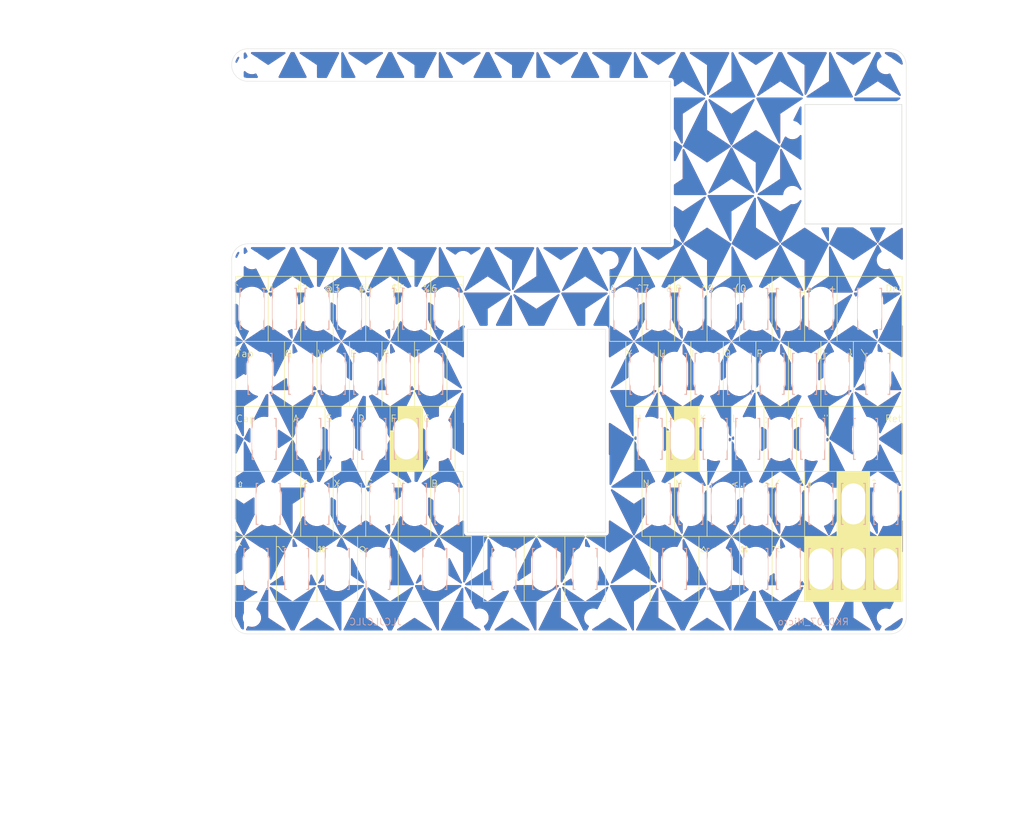
<source format=kicad_pcb>
(kicad_pcb (version 20241229) (generator "pcbnew") (generator_version "9.0")
  (layers (0 "F.Cu" signal) (2 "B.Cu" signal) (13 "F.Paste" user) (15 "B.Paste" user) (5 "F.SilkS" user "F.Silkscreen") (7 "B.SilkS" user "B.Silkscreen") (1 "F.Mask" user) (3 "B.Mask" user) (25 "Edge.Cuts" user))
  (net 0 "")
  (net 1 "GND_R")
  (footprint "Rikkodo_FootPrint:rkd_pushsw_2_Hole_1u" (layer "F.Cu") (at 42.862542 66.675)
    (property "Reference" "SW17" (hide yes))
    (property "Value" "SW_Push")
    (pad "" np_thru_hole oval (at 0 0 90) (size 6 3.5) (drill oval 6 3.5) (layers "*.Cu" "*.Mask"))
  )
  (footprint "Rikkodo_FootPrint:rkd_pushsw_2_Hole_1u" (layer "F.Cu") (at 50.006298 85.725072)
    (property "Reference" "SW24" (hide yes))
    (property "Value" "SW_Push")
    (pad "" np_thru_hole oval (at 0 0 90) (size 6 3.5) (drill oval 6 3.5) (layers "*.Cu" "*.Mask"))
  )
  (footprint "Rikkodo_FootPrint:rkd_pushsw_2_Hole_1.25u" (layer "F.Cu") (at 44.648481 95.25008)
    (property "Reference" "SW20" (hide yes))
    (property "Value" "SW_Push")
    (pad "" np_thru_hole oval (at 0 0 90) (size 6 3.5) (drill oval 6 3.5) (layers "*.Cu" "*.Mask"))
  )
  (footprint "Rikkodo_FootPrint:rkd_pushsw_2_Hole_2.25u" (layer "F.Cu") (at 116.085967 76.199952)
    (property "Reference" "SW88" (hide yes))
    (property "Value" "SW_Push")
    (pad "" np_thru_hole oval (at 0 0 90) (size 6 3.5) (drill oval 6 3.5) (layers "*.Cu" "*.Mask"))
  )
  (footprint "Rikkodo_FootPrint:rkd_pushsw_2_Hole_1u" (layer "F.Cu") (at 114.300028 95.250032)
    (property "Reference" "SW85" (hide yes))
    (property "Value" "SW_Push")
    (pad "" np_thru_hole oval (at 0 0 90) (size 6 3.5) (drill oval 6 3.5) (layers "*.Cu" "*.Mask"))
  )
  (footprint "Rikkodo_FootPrint:rkd_pushsw_2_Hole_1u" (layer "F.Cu") (at 54.768802 85.725072)
    (property "Reference" "SW29" (hide yes))
    (property "Value" "SW_Push")
    (pad "" np_thru_hole oval (at 0 0 90) (size 6 3.5) (drill oval 6 3.5) (layers "*.Cu" "*.Mask"))
  )
  (footprint "Rikkodo_FootPrint:rkd_pushsw_2_Hole_1.25u" (layer "F.Cu") (at 32.742221 95.25008)
    (property "Reference" "SW10" (hide yes))
    (property "Value" "SW_Push")
    (pad "" np_thru_hole oval (at 0 0 90) (size 6 3.5) (drill oval 6 3.5) (layers "*.Cu" "*.Mask"))
  )
  (footprint "Rikkodo_FootPrint:rkd_pushsw_2_Hole_1u" (layer "F.Cu") (at 30.956282 57.15)
    (property "Reference" "SW6" (hide yes))
    (property "Value" "SW_Push")
    (pad "" np_thru_hole oval (at 0 0 90) (size 6 3.5) (drill oval 6 3.5) (layers "*.Cu" "*.Mask"))
  )
  (footprint "Rikkodo_FootPrint:rkd_pushsw_2_Hole_1u" (layer "F.Cu") (at 44.053168 76.200064)
    (property "Reference" "SW18" (hide yes))
    (property "Value" "SW_Push")
    (pad "" np_thru_hole oval (at 0 0 90) (size 6 3.5) (drill oval 6 3.5) (layers "*.Cu" "*.Mask"))
  )
  (footprint "Rikkodo_FootPrint:rkd_pushsw_2_Hole_1u" (layer "F.Cu") (at 35.718786 57.15)
    (property "Reference" "SW11" (hide yes))
    (property "Value" "SW_Push")
    (pad "" np_thru_hole oval (at 0 0 90) (size 6 3.5) (drill oval 6 3.5) (layers "*.Cu" "*.Mask"))
  )
  (footprint "Rikkodo_FootPrint:rkd_pushsw_2_Hole_1u" (layer "F.Cu") (at 45.243794 57.150048)
    (property "Reference" "SW21" (hide yes))
    (property "Value" "SW_Push")
    (pad "" np_thru_hole oval (at 0 0 90) (size 6 3.5) (drill oval 6 3.5) (layers "*.Cu" "*.Mask"))
  )
  (footprint "Rikkodo_FootPrint:rkd_pushsw_2_Hole_1u" (layer "F.Cu") (at 35.718786 85.725072)
    (property "Reference" "SW9" (hide yes))
    (property "Value" "SW_Push")
    (pad "" np_thru_hole oval (at 0 0 90) (size 6 3.5) (drill oval 6 3.5) (layers "*.Cu" "*.Mask"))
  )
  (footprint "Rikkodo_FootPrint:rkd_pushsw_2_Hole_1.25u" (layer "F.Cu") (at 94.654699 95.250032)
    (property "Reference" "SW65" (hide yes))
    (property "Value" "SW_Push")
    (pad "" np_thru_hole oval (at 0 0 90) (size 6 3.5) (drill oval 6 3.5) (layers "*.Cu" "*.Mask"))
  )
  (footprint "Rikkodo_FootPrint:rkd_pushsw_2_Hole_1u" (layer "F.Cu") (at 39.290664 76.200064)
    (property "Reference" "SW13" (hide yes))
    (property "Value" "SW_Push")
    (pad "" np_thru_hole oval (at 0 0 90) (size 6 3.5) (drill oval 6 3.5) (layers "*.Cu" "*.Mask"))
  )
  (footprint "kbd_Hole:m2_Screw_Hole" (layer "F.Cu") (at 26.193772 50.00625)
    (property "Reference" "Ref**")
    (property "Value" "Val**")
    (pad "" np_thru_hole circle (at 0 0) (size 2.2 2.2) (drill 2.2) (layers "*.Cu" "*.Mask"))
  )
  (footprint "Rikkodo_FootPrint:rkd_pushsw_2_Hole_1u" (layer "F.Cu") (at 100.012516 57.149952)
    (property "Reference" "SW71" (hide yes))
    (property "Value" "SW_Push")
    (pad "" np_thru_hole oval (at 0 0 90) (size 6 3.5) (drill oval 6 3.5) (layers "*.Cu" "*.Mask"))
  )
  (footprint "Rikkodo_FootPrint:rkd_pushsw_2_Hole_1u" (layer "F.Cu") (at 104.77502 57.149952)
    (property "Reference" "SW76" (hide yes))
    (property "Value" "SW_Push")
    (pad "" np_thru_hole oval (at 0 0 90) (size 6 3.5) (drill oval 6 3.5) (layers "*.Cu" "*.Mask"))
  )
  (footprint "Rikkodo_FootPrint:rkd_Guard_Screw_Hall" (layer "F.Cu") (at 55.364109 35.71875)
    (property "Reference" "Point1" (hide yes))
    (property "Value" "Guard_Screw_Hall" (hide yes))
    (pad "" np_thru_hole circle (at 29.765625 -4.7625) (size 2.2 2.2) (drill 2.2) (layers "*.Cu" "*.Mask"))
    (pad "" np_thru_hole circle (at 29.765625 4.7625) (size 2.2 2.2) (drill 2.2) (layers "*.Cu" "*.Mask"))
  )
  (footprint "kbd_Hole:m2_Screw_Hole" (layer "F.Cu") (at 26.19375 21.43125)
    (property "Reference" "Ref**")
    (property "Value" "Val**")
    (pad "" np_thru_hole circle (at 0 0) (size 2.2 2.2) (drill 2.2) (layers "*.Cu" "*.Mask"))
  )
  (footprint "kbd_Hole:m2_Screw_Hole" (layer "F.Cu") (at 59.53125 102.39375)
    (property "Reference" "Ref**")
    (property "Value" "Val**")
    (pad "" np_thru_hole circle (at 0 0) (size 2.2 2.2) (drill 2.2) (layers "*.Cu" "*.Mask"))
  )
  (footprint "Rikkodo_FootPrint:rkd_pushsw_2_Hole_1u" (layer "F.Cu") (at 92.86876 66.675008)
    (property "Reference" "SW62" (hide yes))
    (property "Value" "SW_Push")
    (pad "" np_thru_hole oval (at 0 0 90) (size 6 3.5) (drill oval 6 3.5) (layers "*.Cu" "*.Mask"))
  )
  (footprint "Rikkodo_FootPrint:rkd_pushsw_2_Hole_1u" (layer "F.Cu") (at 98.82189 76.199952)
    (property "Reference" "SW73" (hide yes))
    (property "Value" "SW_Push")
    (pad "" np_thru_hole oval (at 0 0 90) (size 6 3.5) (drill oval 6 3.5) (layers "*.Cu" "*.Mask"))
  )
  (footprint "Rikkodo_FootPrint:rkd_pushsw_2_Hole_1u" (layer "F.Cu") (at 40.48129 57.150048)
    (property "Reference" "SW16" (hide yes))
    (property "Value" "SW_Push")
    (pad "" np_thru_hole oval (at 0 0 90) (size 6 3.5) (drill oval 6 3.5) (layers "*.Cu" "*.Mask"))
  )
  (footprint "Rikkodo_FootPrint:rkd_pushsw_2_Hole_1.25u" (layer "F.Cu") (at 69.056153 95.249916)
    (property "Reference" "SW53" (hide yes))
    (property "Value" "SW_Push")
    (pad "" np_thru_hole oval (at 0 0 90) (size 6 3.5) (drill oval 6 3.5) (layers "*.Cu" "*.Mask"))
  )
  (footprint "Rikkodo_FootPrint:rkd_pushsw_2_Hole_1u" (layer "F.Cu") (at 109.537524 95.249952)
    (property "Reference" "SW80" (hide yes))
    (property "Value" "SW_Push")
    (pad "" np_thru_hole oval (at 0 0 90) (size 6 3.5) (drill oval 6 3.5) (layers "*.Cu" "*.Mask"))
  )
  (footprint "Rikkodo_FootPrint:rkd_pushsw_2_Hole_1u" (layer "F.Cu") (at 100.012516 85.724952)
    (property "Reference" "SW69" (hide yes))
    (property "Value" "SW_Push")
    (pad "" np_thru_hole oval (at 0 0 90) (size 6 3.5) (drill oval 6 3.5) (layers "*.Cu" "*.Mask"))
  )
  (footprint "Rikkodo_FootPrint:rkd_pushsw_2_Hole_1u" (layer "F.Cu") (at 80.9625 57.15)
    (property "Reference" "SW51" (hide yes))
    (property "Value" "SW_Push")
    (pad "" np_thru_hole oval (at 0 0 90) (size 6 3.5) (drill oval 6 3.5) (layers "*.Cu" "*.Mask"))
  )
  (footprint "Rikkodo_FootPrint:rkd_pushsw_2_Hole_1u" (layer "F.Cu") (at 40.48129 85.725072)
    (property "Reference" "SW14" (hide yes))
    (property "Value" "SW_Push")
    (pad "" np_thru_hole oval (at 0 0 90) (size 6 3.5) (drill oval 6 3.5) (layers "*.Cu" "*.Mask"))
  )
  (footprint "Rikkodo_FootPrint:rkd_pushsw_2_Hole_1u" (layer "F.Cu") (at 53.578176 76.200064)
    (property "Reference" "SW28" (hide yes))
    (property "Value" "SW_Push")
    (pad "" np_thru_hole oval (at 0 0 90) (size 6 3.5) (drill oval 6 3.5) (layers "*.Cu" "*.Mask"))
  )
  (footprint "Rikkodo_FootPrint:rkd_pushsw_2_Hole_1u" (layer "F.Cu") (at 119.062532 95.249952)
    (property "Reference" "SW90" (hide yes))
    (property "Value" "SW_Push")
    (pad "" np_thru_hole oval (at 0 0 90) (size 6 3.5) (drill oval 6 3.5) (layers "*.Cu" "*.Mask"))
  )
  (footprint "kbd_Hole:m2_Screw_Hole" (layer "F.Cu") (at 76.2 102.39375)
    (property "Reference" "Ref**")
    (property "Value" "Val**")
    (pad "" np_thru_hole circle (at 0 0) (size 2.2 2.2) (drill 2.2) (layers "*.Cu" "*.Mask"))
  )
  (footprint "Rikkodo_FootPrint:rkd_pushsw_2_Hole_1.5u" (layer "F.Cu") (at 27.384404 66.675)
    (property "Reference" "SW2" (hide yes))
    (property "Value" "SW_Push")
    (pad "" np_thru_hole oval (at 0 0 90) (size 6 3.5) (drill oval 6 3.5) (layers "*.Cu" "*.Mask"))
  )
  (footprint "Rikkodo_FootPrint:rkd_pushsw_2_Hole_2u" (layer "F.Cu") (at 116.68128 57.149952)
    (property "Reference" "SW86" (hide yes))
    (property "Value" "SW_Push")
    (pad "" np_thru_hole oval (at 0 0 90) (size 6 3.5) (drill oval 6 3.5) (layers "*.Cu" "*.Mask"))
  )
  (footprint "Rikkodo_FootPrint:rkd_pushsw_2_Hole_1.25u" (layer "F.Cu") (at 63.10312 95.249996)
    (property "Reference" "SW30" (hide yes))
    (property "Value" "SW_Push")
    (pad "" np_thru_hole oval (at 0 0 90) (size 6 3.5) (drill oval 6 3.5) (layers "*.Cu" "*.Mask"))
  )
  (footprint "Rikkodo_FootPrint:rkd_pushsw_2_Hole_1u" (layer "F.Cu") (at 48.815672 76.2)
    (property "Reference" "SW23" (hide yes))
    (property "Value" "SW_Push")
    (pad "" np_thru_hole oval (at 0 0 90) (size 6 3.5) (drill oval 6 3.5) (layers "*.Cu" "*.Mask"))
  )
  (footprint "Rikkodo_FootPrint:rkd_pushsw_2_Hole_1u" (layer "F.Cu") (at 109.537524 85.724952)
    (property "Reference" "SW79" (hide yes))
    (property "Value" "SW_Push")
    (pad "" np_thru_hole oval (at 0 0 90) (size 6 3.5) (drill oval 6 3.5) (layers "*.Cu" "*.Mask"))
  )
  (footprint "Rikkodo_FootPrint:rkd_pushsw_2_Hole_1.25u" (layer "F.Cu") (at 26.789091 95.25)
    (property "Reference" "SW5" (hide yes))
    (property "Value" "SW_Push")
    (pad "" np_thru_hole oval (at 0 0 90) (size 6 3.5) (drill oval 6 3.5) (layers "*.Cu" "*.Mask"))
  )
  (footprint "Rikkodo_FootPrint:rkd_pushsw_2_Hole_1u" (layer "F.Cu") (at 54.768802 57.150048)
    (property "Reference" "SW31" (hide yes))
    (property "Value" "SW_Push")
    (pad "" np_thru_hole oval (at 0 0 90) (size 6 3.5) (drill oval 6 3.5) (layers "*.Cu" "*.Mask"))
  )
  (footprint "kbd_Hole:m2_Screw_Hole" (layer "F.Cu") (at 26.19375 102.39375)
    (property "Reference" "Ref**")
    (property "Value" "Val**")
    (pad "" np_thru_hole circle (at 0 0) (size 2.2 2.2) (drill 2.2) (layers "*.Cu" "*.Mask"))
  )
  (footprint "Rikkodo_FootPrint:rkd_pushsw_2_Hole_1u" (layer "F.Cu") (at 102.393768 66.675008)
    (property "Reference" "SW72" (hide yes))
    (property "Value" "SW_Push")
    (pad "" np_thru_hole oval (at 0 0 90) (size 6 3.5) (drill oval 6 3.5) (layers "*.Cu" "*.Mask"))
  )
  (footprint "Rikkodo_FootPrint:rkd_pushsw_2_Hole_1u" (layer "F.Cu") (at 45.243794 85.725072)
    (property "Reference" "SW19" (hide yes))
    (property "Value" "SW_Push")
    (pad "" np_thru_hole oval (at 0 0 90) (size 6 3.5) (drill oval 6 3.5) (layers "*.Cu" "*.Mask"))
  )
  (footprint "Rikkodo_FootPrint:rkd_pushsw_2_Hole_1u" (layer "F.Cu") (at 103.584394 76.200016)
    (property "Reference" "SW78" (hide yes))
    (property "Value" "SW_Push")
    (pad "" np_thru_hole oval (at 0 0 90) (size 6 3.5) (drill oval 6 3.5) (layers "*.Cu" "*.Mask"))
  )
  (footprint "Rikkodo_FootPrint:rkd_pushsw_2_Hole_1u" (layer "F.Cu") (at 52.38755 66.675056)
    (property "Reference" "SW27" (hide yes))
    (property "Value" "SW_Push")
    (pad "" np_thru_hole oval (at 0 0 90) (size 6 3.5) (drill oval 6 3.5) (layers "*.Cu" "*.Mask"))
  )
  (footprint "Rikkodo_FootPrint:rkd_pushsw_2_Hole_1u" (layer "F.Cu") (at 104.77502 95.250032)
    (property "Reference" "SW75" (hide yes))
    (property "Value" "SW_Push")
    (pad "" np_thru_hole oval (at 0 0 90) (size 6 3.5) (drill oval 6 3.5) (layers "*.Cu" "*.Mask"))
  )
  (footprint "Rikkodo_FootPrint:rkd_pushsw_2_Hole_1.5u" (layer "F.Cu") (at 117.871906 66.675008)
    (property "Reference" "SW87" (hide yes))
    (property "Value" "SW_Push")
    (pad "" np_thru_hole oval (at 0 0 90) (size 6 3.5) (drill oval 6 3.5) (layers "*.Cu" "*.Mask"))
  )
  (footprint "Rikkodo_FootPrint:rkd_pushsw_2_Hole_1u" (layer "F.Cu") (at 107.156272 66.675008)
    (property "Reference" "SW77" (hide yes))
    (property "Value" "SW_Push")
    (pad "" np_thru_hole oval (at 0 0 90) (size 6 3.5) (drill oval 6 3.5) (layers "*.Cu" "*.Mask"))
  )
  (footprint "Rikkodo_FootPrint:rkd_pushsw_2_Hole_1u" (layer "F.Cu") (at 97.631264 66.675008)
    (property "Reference" "SW67" (hide yes))
    (property "Value" "SW_Push")
    (pad "" np_thru_hole oval (at 0 0 90) (size 6 3.5) (drill oval 6 3.5) (layers "*.Cu" "*.Mask"))
  )
  (footprint "Rikkodo_FootPrint:rkd_pushsw_2_Hole_1u" (layer "F.Cu") (at 33.337534 66.675056)
    (property "Reference" "SW7" (hide yes))
    (property "Value" "SW_Push")
    (pad "" np_thru_hole oval (at 0 0 90) (size 6 3.5) (drill oval 6 3.5) (layers "*.Cu" "*.Mask"))
  )
  (footprint "Rikkodo_FootPrint:rkd_pushsw_2_Hole_1.25u" (layer "F.Cu") (at 75.00938 95.249996)
    (property "Reference" "SW55" (hide yes))
    (property "Value" "SW_Push")
    (pad "" np_thru_hole oval (at 0 0 90) (size 6 3.5) (drill oval 6 3.5) (layers "*.Cu" "*.Mask"))
  )
  (footprint "Rikkodo_FootPrint:rkd_pushsw_2_Hole_2.25u" (layer "F.Cu") (at 52.982863 95.25008)
    (property "Reference" "SW25" (hide yes))
    (property "Value" "SW_Push")
    (pad "" np_thru_hole oval (at 0 0 90) (size 6 3.5) (drill oval 6 3.5) (layers "*.Cu" "*.Mask"))
  )
  (footprint "Rikkodo_FootPrint:rkd_pushsw_2_Hole_1.75u" (layer "F.Cu") (at 27.979717 76.2)
    (property "Reference" "SW3" (hide yes))
    (property "Value" "SW_Push")
    (pad "" np_thru_hole oval (at 0 0 90) (size 6 3.5) (drill oval 6 3.5) (layers "*.Cu" "*.Mask"))
  )
  (footprint "Rikkodo_FootPrint:rkd_pushsw_2_Hole_1u" (layer "F.Cu") (at 83.343752 66.675008)
    (property "Reference" "SW52" (hide yes))
    (property "Value" "SW_Push")
    (pad "" np_thru_hole oval (at 0 0 90) (size 6 3.5) (drill oval 6 3.5) (layers "*.Cu" "*.Mask"))
  )
  (footprint "Rikkodo_FootPrint:rkd_pushsw_2_Hole_1u" (layer "F.Cu") (at 100.012516 95.249952)
    (property "Reference" "SW70" (hide yes))
    (property "Value" "SW_Push")
    (pad "" np_thru_hole oval (at 0 0 90) (size 6 3.5) (drill oval 6 3.5) (layers "*.Cu" "*.Mask"))
  )
  (footprint "Rikkodo_FootPrint:rkd_pushsw_2_Hole_1u" (layer "F.Cu") (at 84.534378 76.200016)
    (property "Reference" "SW54" (hide yes))
    (property "Value" "SW_Push")
    (pad "" np_thru_hole oval (at 0 0 90) (size 6 3.5) (drill oval 6 3.5) (layers "*.Cu" "*.Mask"))
  )
  (footprint "Rikkodo_FootPrint:rkd_pushsw_2_Hole_1u" (layer "F.Cu") (at 85.725004 57.149952)
    (property "Reference" "SW56" (hide yes))
    (property "Value" "SW_Push")
    (pad "" np_thru_hole oval (at 0 0 90) (size 6 3.5) (drill oval 6 3.5) (layers "*.Cu" "*.Mask"))
  )
  (footprint "Rikkodo_FootPrint:rkd_pushsw_2_Hole_1u" (layer "F.Cu") (at 90.487508 57.149952)
    (property "Reference" "SW61" (hide yes))
    (property "Value" "SW_Push")
    (pad "" np_thru_hole oval (at 0 0 90) (size 6 3.5) (drill oval 6 3.5) (layers "*.Cu" "*.Mask"))
  )
  (footprint "Rikkodo_FootPrint:rkd_pushsw_2_Hole_1u" (layer "F.Cu") (at 104.77502 85.725024)
    (property "Reference" "SW74" (hide yes))
    (property "Value" "SW_Push")
    (pad "" np_thru_hole oval (at 0 0 90) (size 6 3.5) (drill oval 6 3.5) (layers "*.Cu" "*.Mask"))
  )
  (footprint "Rikkodo_FootPrint:rkd_pushsw_2_Hole_1u" (layer "F.Cu") (at 94.059386 76.200016)
    (property "Reference" "SW68" (hide yes))
    (property "Value" "SW_Push")
    (pad "" np_thru_hole oval (at 0 0 90) (size 6 3.5) (drill oval 6 3.5) (layers "*.Cu" "*.Mask"))
  )
  (footprint "Rikkodo_FootPrint:rkd_pushsw_2_Hole_1u" (layer "F.Cu") (at 114.300028 85.725024)
    (property "Reference" "SW84" (hide yes))
    (property "Value" "SW_Push")
    (pad "" np_thru_hole oval (at 0 0 90) (size 6 3.5) (drill oval 6 3.5) (layers "*.Cu" "*.Mask"))
  )
  (footprint "Rikkodo_FootPrint:rkd_pushsw_2_Hole_1u" (layer "F.Cu") (at 119.062532 85.724952)
    (property "Reference" "SW89" (hide yes))
    (property "Value" "SW_Push")
    (pad "" np_thru_hole oval (at 0 0 90) (size 6 3.5) (drill oval 6 3.5) (layers "*.Cu" "*.Mask"))
  )
  (footprint "kbd_Hole:m2_Screw_Hole" (layer "F.Cu") (at 78.58125 50.00625)
    (property "Reference" "Ref**")
    (property "Value" "Val**")
    (pad "" np_thru_hole circle (at 0 0) (size 2.2 2.2) (drill 2.2) (layers "*.Cu" "*.Mask"))
  )
  (footprint "Rikkodo_FootPrint:rkd_pushsw_2_Hole_1.5u" (layer "F.Cu") (at 88.106324 95.249952)
    (property "Reference" "SW60" (hide yes))
    (property "Value" "SW_Push")
    (pad "" np_thru_hole oval (at 0 0 90) (size 6 3.5) (drill oval 6 3.5) (layers "*.Cu" "*.Mask"))
  )
  (footprint "Rikkodo_FootPrint:rkd_pushsw_2_Hole_1u" (layer "F.Cu") (at 47.625046 66.675)
    (property "Reference" "SW22" (hide yes))
    (property "Value" "SW_Push")
    (pad "" np_thru_hole oval (at 0 0 90) (size 6 3.5) (drill oval 6 3.5) (layers "*.Cu" "*.Mask"))
  )
  (footprint "kbd_Hole:m2_Screw_Hole" (layer "F.Cu") (at 119.0625 102.39375)
    (property "Reference" "Ref**")
    (property "Value" "Val**")
    (pad "" np_thru_hole circle (at 0 0) (size 2.2 2.2) (drill 2.2) (layers "*.Cu" "*.Mask"))
  )
  (footprint "kbd_Hole:m2_Screw_Hole" (layer "F.Cu") (at 105.370401 40.481284)
    (property "Reference" "Ref**")
    (property "Value" "Val**")
    (pad "" np_thru_hole circle (at 0 0) (size 2.2 2.2) (drill 2.2) (layers "*.Cu" "*.Mask"))
  )
  (footprint "kbd_Hole:m2_Screw_Hole" (layer "F.Cu") (at 57.15 50.00625)
    (property "Reference" "Ref**")
    (property "Value" "Val**")
    (pad "" np_thru_hole circle (at 0 0) (size 2.2 2.2) (drill 2.2) (layers "*.Cu" "*.Mask"))
  )
  (footprint "Rikkodo_FootPrint:rkd_pushsw_2_Hole_1u" (layer "F.Cu") (at 111.918776 66.675008)
    (property "Reference" "SW82" (hide yes))
    (property "Value" "SW_Push")
    (pad "" np_thru_hole oval (at 0 0 90) (size 6 3.5) (drill oval 6 3.5) (layers "*.Cu" "*.Mask"))
  )
  (footprint "Rikkodo_FootPrint:rkd_pushsw_2_Hole_1u" (layer "F.Cu") (at 89.296882 76.200016)
    (property "Reference" "SW63" (hide yes))
    (property "Value" "SW_Push")
    (pad "" np_thru_hole oval (at 0 0 90) (size 6 3.5) (drill oval 6 3.5) (layers "*.Cu" "*.Mask"))
  )
  (footprint "kbd_Hole:m2_Screw_Hole" (layer "F.Cu") (at 119.0625 21.43125)
    (property "Reference" "Ref**")
    (property "Value" "Val**")
    (pad "" np_thru_hole circle (at 0 0) (size 2.2 2.2) (drill 2.2) (layers "*.Cu" "*.Mask"))
  )
  (footprint "Rikkodo_FootPrint:rkd_pushsw_2_Hole_1u" (layer "F.Cu") (at 108.346898 76.199952)
    (property "Reference" "SW83" (hide yes))
    (property "Value" "SW_Push")
    (pad "" np_thru_hole oval (at 0 0 90) (size 6 3.5) (drill oval 6 3.5) (layers "*.Cu" "*.Mask"))
  )
  (footprint "Rikkodo_FootPrint:rkd_pushsw_2_Hole_1u" (layer "F.Cu") (at 109.537524 57.149952)
    (property "Reference" "SW81" (hide yes))
    (property "Value" "SW_Push")
    (pad "" np_thru_hole oval (at 0 0 90) (size 6 3.5) (drill oval 6 3.5) (layers "*.Cu" "*.Mask"))
  )
  (footprint "Rikkodo_FootPrint:rkd_pushsw_2_Hole_1u" (layer "F.Cu") (at 90.487508 85.724952)
    (property "Reference" "SW59" (hide yes))
    (property "Value" "SW_Push")
    (pad "" np_thru_hole oval (at 0 0 90) (size 6 3.5) (drill oval 6 3.5) (layers "*.Cu" "*.Mask"))
  )
  (footprint "Rikkodo_FootPrint:rkd_pushsw_2_Hole_1.25u" (layer "F.Cu") (at 38.695351 95.25008)
    (property "Reference" "SW15" (hide yes))
    (property "Value" "SW_Push")
    (pad "" np_thru_hole oval (at 0 0 90) (size 6 3.5) (drill oval 6 3.5) (layers "*.Cu" "*.Mask"))
  )
  (footprint "kbd_Hole:m2_Screw_Hole" (layer "F.Cu") (at 119.0625 50.00625)
    (property "Reference" "Ref**")
    (property "Value" "Val**")
    (pad "" np_thru_hole circle (at 0 0) (size 2.2 2.2) (drill 2.2) (layers "*.Cu" "*.Mask"))
  )
  (footprint "Rikkodo_FootPrint:rkd_pushsw_2_Hole_2u" (layer "F.Cu") (at 28.57503 85.725)
    (property "Reference" "SW4" (hide yes))
    (property "Value" "SW_Push")
    (pad "" np_thru_hole oval (at 0 0 90) (size 6 3.5) (drill oval 6 3.5) (layers "*.Cu" "*.Mask"))
  )
  (footprint "Rikkodo_FootPrint:rkd_pushsw_2_Hole_1u" (layer "F.Cu") (at 34.52816 76.200064)
    (property "Reference" "SW8" (hide yes))
    (property "Value" "SW_Push")
    (pad "" np_thru_hole oval (at 0 0 90) (size 6 3.5) (drill oval 6 3.5) (layers "*.Cu" "*.Mask"))
  )
  (footprint "BrownSugar_KBD:RotaryEncoder_EC11-Hole" (layer "F.Cu") (at 114.3 35.71875)
    (property "Reference" "SW49")
    (property "Value" "RotaryEncoder_Switch")
    (fp_line (start -7.1 -8.5) (end 7.1 -8.5) (stroke (width 0.08)) (layer "Edge.Cuts"))
    (fp_line (start -7.1 9) (end -7.1 -8.5) (stroke (width 0.08)) (layer "Edge.Cuts"))
    (fp_line (start 7.1 -8.5) (end 7.1 9) (stroke (width 0.08)) (layer "Edge.Cuts"))
    (fp_line (start 7.1 9) (end -7.1 9) (stroke (width 0.08)) (layer "Edge.Cuts"))
  )
  (footprint "Rikkodo_FootPrint:rkd_pushsw_2_Hole_1u" (layer "F.Cu") (at 95.250012 57.149952)
    (property "Reference" "SW66" (hide yes))
    (property "Value" "SW_Push")
    (pad "" np_thru_hole oval (at 0 0 90) (size 6 3.5) (drill oval 6 3.5) (layers "*.Cu" "*.Mask"))
  )
  (footprint "Rikkodo_FootPrint:rkd_pushsw_2_Hole_1u" (layer "F.Cu") (at 50.006298 57.15)
    (property "Reference" "SW26" (hide yes))
    (property "Value" "SW_Push")
    (pad "" np_thru_hole oval (at 0 0 90) (size 6 3.5) (drill oval 6 3.5) (layers "*.Cu" "*.Mask"))
  )
  (footprint "Rikkodo_FootPrint:rkd_pushsw_2_Hole_1u" (layer "F.Cu") (at 95.250012 85.725024)
    (property "Reference" "SW64" (hide yes))
    (property "Value" "SW_Push")
    (pad "" np_thru_hole oval (at 0 0 90) (size 6 3.5) (drill oval 6 3.5) (layers "*.Cu" "*.Mask"))
  )
  (footprint "Rikkodo_FootPrint:rkd_pushsw_2_Hole_1u" (layer "F.Cu") (at 85.725004 85.725024)
    (property "Reference" "SW58" (hide yes))
    (property "Value" "SW_Push")
    (pad "" np_thru_hole oval (at 0 0 90) (size 6 3.5) (drill oval 6 3.5) (layers "*.Cu" "*.Mask"))
  )
  (footprint "Rikkodo_FootPrint:rkd_pushsw_2_Hole_1u" (layer "F.Cu") (at 38.100038 66.675)
    (property "Reference" "SW12" (hide yes))
    (property "Value" "SW_Push")
    (pad "" np_thru_hole oval (at 0 0 90) (size 6 3.5) (drill oval 6 3.5) (layers "*.Cu" "*.Mask"))
  )
  (footprint "Rikkodo_FootPrint:rkd_pushsw_2_Hole_1u" (layer "F.Cu") (at 26.19375 57.15)
    (property "Reference" "SW1" (hide yes))
    (property "Value" "SW_Push")
    (pad "" np_thru_hole oval (at 0 0 90) (size 6 3.5) (drill oval 6 3.5) (layers "*.Cu" "*.Mask"))
  )
  (footprint "Rikkodo_FootPrint:rkd_pushsw_2_Hole_1u" (layer "F.Cu") (at 88.106256 66.675008)
    (property "Reference" "SW57" (hide yes))
    (property "Value" "SW_Push")
    (pad "" np_thru_hole oval (at 0 0 90) (size 6 3.5) (drill oval 6 3.5) (layers "*.Cu" "*.Mask"))
  )
  (footprint "kbd_Hole:m2_Screw_Hole" (layer "F.Cu") (at 105.370401 30.956276)
    (property "Reference" "Ref**")
    (property "Value" "Val**")
    (pad "" np_thru_hole circle (at 0 0) (size 2.2 2.2) (drill 2.2) (layers "*.Cu" "*.Mask"))
  )
  (gr_rect (start 88.080992 71.437559) (end 91.678134 75.604753) (stroke (width 0.1)) (fill yes) (layer "F.SilkS"))
  (gr_rect (start 107.15634 90.487576) (end 111.918844 100.012584) (stroke (width 0.1)) (fill yes) (layer "F.SilkS"))
  (gr_line (start 77.985945 100.0125) (end 60.126555 100.0125) (stroke (width 0.1)) (layer "F.SilkS"))
  (gr_rect (start 111.918844 80.962568) (end 116.681348 90.487576) (stroke (width 0.1)) (fill yes) (layer "F.SilkS"))
  (gr_line (start 121.443608 52.387452) (end 121.443608 100.012452) (stroke (width 0.1)) (layer "F.SilkS"))
  (gr_rect (start 46.434414 75.009437) (end 51.196918 80.96257) (stroke (width 0.1)) (fill yes) (layer "F.SilkS"))
  (gr_line (start 55.959428 80.962568) (end 55.959428 71.43756) (stroke (width 0.1)) (layer "F.SilkS"))
  (gr_line (start 58.34068 100.0125) (end 23.812526 100.0125) (stroke (width 0.1)) (layer "F.SilkS"))
  (gr_line (start 77.985945 90.487492) (end 77.985945 100.0125) (stroke (width 0.1)) (layer "F.SilkS"))
  (gr_rect (start 86.91563 75.009387) (end 91.678134 80.96252) (stroke (width 0.1)) (fill yes) (layer "F.SilkS"))
  (gr_line (start 58.34068 100.01258) (end 58.34068 90.48758) (stroke (width 0.1)) (layer "F.SilkS"))
  (gr_rect (start 47.599776 71.437609) (end 51.196918 75.604803) (stroke (width 0.1)) (fill yes) (layer "F.SilkS"))
  (gr_line (start 57.150054 61.912552) (end 54.768802 61.912556) (stroke (width 0.1)) (layer "F.SilkS"))
  (gr_rect (start 116.681104 90.487444) (end 121.443608 100.012452) (stroke (width 0.1)) (fill yes) (layer "F.SilkS"))
  (gr_rect (start 111.918844 90.487576) (end 116.681348 100.012584) (stroke (width 0.1)) (fill yes) (layer "F.SilkS"))
  (gr_line (start 121.443608 100.012452) (end 84.534446 100.012456) (stroke (width 0.1)) (layer "F.SilkS"))
  (gr_line (start 54.768802 61.912556) (end 54.768802 71.437556) (stroke (width 0.1)) (layer "F.SilkS"))
  (gr_line (start 83.343678 90.487424) (end 84.534304 90.487424) (stroke (width 0.1)) (layer "F.SilkS"))
  (gr_line (start 57.150054 90.487568) (end 57.150054 80.962568) (stroke (width 0.1)) (layer "F.SilkS"))
  (gr_line (start 57.150054 61.912496) (end 57.150054 52.387544) (stroke (width 0.1)) (layer "F.SilkS"))
  (gr_line (start 82.153126 80.96252) (end 83.343752 80.96252) (stroke (width 0.1)) (layer "F.SilkS"))
  (gr_line (start 80.9625 71.437512) (end 82.153126 71.437512) (stroke (width 0.1)) (layer "F.SilkS"))
  (gr_line (start 80.9625 61.912504) (end 78.581248 61.912452) (stroke (width 0.1)) (layer "F.SilkS"))
  (gr_line (start 57.745361 60.126613) (end 77.986003 60.126613) (stroke (width 0.05)) (layer "Edge.Cuts"))
  (gr_line (start 77.986003 89.892263) (end 57.745361 89.892263) (stroke (width 0.05)) (layer "Edge.Cuts"))
  (gr_line (start 23.217207 102.393836) (end 23.217207 50.006292) (stroke (width 0.05)) (layer "Edge.Cuts"))
  (gr_arc (start 25.598457 104.775086) (mid 23.914659 104.077634) (end 23.217207 102.393836) (stroke (width 0.05)) (layer "Edge.Cuts"))
  (gr_line (start 77.986003 89.892263) (end 77.986003 60.126613) (stroke (width 0.05)) (layer "Edge.Cuts"))
  (gr_arc (start 119.657913 19.05) (mid 121.337035 19.742782) (end 122.039144 21.418026) (stroke (width 0.05)) (layer "Edge.Cuts"))
  (gr_arc (start 122.039165 102.393836) (mid 121.336213 104.083117) (end 119.642383 104.775037) (stroke (width 0.05)) (layer "Edge.Cuts"))
  (gr_line (start 122.039144 21.418026) (end 122.039165 102.393836) (stroke (width 0.05)) (layer "Edge.Cuts"))
  (gr_line (start 25.598456 23.81252) (end 87.511011 23.81252) (stroke (width 0.05)) (layer "Edge.Cuts"))
  (gr_arc (start 23.217206 50.00629) (mid 23.914658 48.322492) (end 25.598456 47.62504) (stroke (width 0.05)) (layer "Edge.Cuts"))
  (gr_arc (start 25.598457 23.812521) (mid 23.914659 23.115069) (end 23.217207 21.431271) (stroke (width 0.05)) (layer "Edge.Cuts"))
  (gr_line (start 57.745361 89.892263) (end 57.745361 60.126613) (stroke (width 0.05)) (layer "Edge.Cuts"))
  (gr_arc (start 23.217207 21.431268) (mid 23.914659 19.74747) (end 25.598457 19.050018) (stroke (width 0.05)) (layer "Edge.Cuts"))
  (gr_line (start 119.642383 104.775037) (end 25.598457 104.775085) (stroke (width 0.05)) (layer "Edge.Cuts"))
  (gr_line (start 25.598457 19.05) (end 119.657913 19.05) (stroke (width 0.05)) (layer "Edge.Cuts"))
  (gr_line (start 25.598456 47.62504) (end 87.511011 47.62504) (stroke (width 0.05)) (layer "Edge.Cuts"))
  (gr_line (start 87.511011 23.81252) (end 87.511011 47.62504) (stroke (width 0.05)) (layer "Edge.Cuts"))
  (gr_text "^" (at 83.343724 54.768754 0) (layer "F.SilkS") (effects (font (size 1 1) (thickness 0.1)) (justify right bottom)))
  (gr_text "1" (at 28.57506 54.768754 0) (layer "F.SilkS") (effects (font (size 1 1) (thickness 0.1)) (justify left bottom)))
  (gr_text "\\" (at 115.490625 64.293754 0) (layer "F.SilkS") (effects (font (size 1 1) (thickness 0.1)) (justify left bottom)))
  (gr_text "Ret" (at 121.44375 73.81875 0) (layer "F.SilkS") (effects (font (size 1 1) (thickness 0.1)) (justify right bottom)))
  (gr_text "?" (at 107.15625 83.34375 0) (layer "F.SilkS") (effects (font (size 1 1) (thickness 0.1)) (justify right bottom)))
  (gr_text "/" (at 102.393776 83.34375 0) (layer "F.SilkS") (effects (font (size 1 1) (thickness 0.1)) (justify left bottom)))
  (gr_text "A" (at 32.146902 73.818812 0) (layer "F.SilkS") (effects (font (size 1 1) (thickness 0.1)) (justify left bottom)))
  (gr_text "$" (at 47.624986 54.768758 0) (layer "F.SilkS") (effects (font (size 1 1) (thickness 0.1)) (justify right bottom)))
  (gr_text "D" (at 41.67191 73.818812 0) (layer "F.SilkS") (effects (font (size 1 1) (thickness 0.1)) (justify left bottom)))
  (gr_text "*" (at 92.868732 54.768762 0) (layer "F.SilkS") (effects (font (size 1 1) (thickness 0.1)) (justify right bottom)))
  (gr_text "Tab" (at 23.8125 64.293804 0) (layer "F.SilkS") (effects (font (size 1 1) (thickness 0.1)) (justify left bottom)))
  (gr_text "}" (at 114.299974 64.293754 0) (layer "F.SilkS") (effects (font (size 1 1) (thickness 0.1)) (justify right bottom)))
  (gr_text "I" (at 90.4875 64.29375 0) (layer "F.SilkS") (effects (font (size 1 1) (thickness 0.1)) (justify left bottom)))
  (gr_text "+" (at 111.918718 54.768766 0) (layer "F.SilkS") (effects (font (size 1 1) (thickness 0.1)) (justify right bottom)))
  (gr_text "○\n" (at 41.671875 92.86875 0) (layer "F.SilkS") (effects (font (size 1 1) (thickness 0.1)) (justify left bottom)))
  (gr_text "6" (at 78.58125 54.76875 0) (layer "F.SilkS") (effects (font (size 1 1) (thickness 0.1)) (justify left bottom)))
  (gr_text "⇧ " (at 107.15625 83.34375 0) (layer "F.SilkS") (effects (font (size 1 1) (thickness 0.1)) (justify left bottom)))
  (gr_text "V" (at 47.625044 83.34382 0) (layer "F.SilkS") (effects (font (size 1 1) (thickness 0.1)) (justify left bottom)))
  (gr_text "#" (at 42.862542 54.768806 0) (layer "F.SilkS") (effects (font (size 1 1) (thickness 0.1)) (justify right bottom)))
  (gr_text "C" (at 42.862544 83.34382 0) (layer "F.SilkS") (effects (font (size 1 1) (thickness 0.1)) (justify left bottom)))
  (gr_text "|" (at 120.253125 64.29375 0) (layer "F.SilkS") (effects (font (size 1 1) (thickness 0.1)) (justify right bottom)))
  (gr_text "⌥" (at 29.467944 92.868828 0) (layer "F.SilkS") (effects (font (size 1 1) (thickness 0.1)) (justify left bottom)))
  (gr_text "T" (at 50.00625 64.29375 0) (layer "F.SilkS") (effects (font (size 1 1) (thickness 0.1)) (justify left bottom)))
  (gr_text "9" (at 92.868792 54.768762 0) (layer "F.SilkS") (effects (font (size 1 1) (thickness 0.1)) (justify left bottom)))
  (gr_text "X" (at 38.100044 83.34382 0) (layer "F.SilkS") (effects (font (size 1 1) (thickness 0.1)) (justify left bottom)))
  (gr_text "N" (at 83.34382 83.34382 0) (layer "F.SilkS") (effects (font (size 1 1) (thickness 0.1)) (justify left bottom)))
  (gr_text "R" (at 45.24375 64.29375 0) (layer "F.SilkS") (effects (font (size 1 1) (thickness 0.1)) (justify left bottom)))
  (gr_text "^" (at 24.110136 92.868672 0) (layer "F.SilkS") (effects (font (size 1 1) (thickness 0.1)) (justify left bottom)))
  (gr_text "M" (at 88.10632 83.34382 0) (layer "F.SilkS") (effects (font (size 1 1) (thickness 0.1)) (justify left bottom)))
  (gr_text "4" (at 42.862512 54.768754 0) (layer "F.SilkS") (effects (font (size 1 1) (thickness 0.1)) (justify left bottom)))
  (gr_text "L" (at 96.440625 73.81875 0) (layer "F.SilkS") (effects (font (size 1 1) (thickness 0.1)) (justify left bottom)))
  (gr_text "@" (at 38.100008 54.768762 0) (layer "F.SilkS") (effects (font (size 1 1) (thickness 0.1)) (justify right bottom)))
  (gr_text "Y" (at 80.9625 64.29375 0) (layer "F.SilkS") (effects (font (size 1 1) (thickness 0.1)) (justify left bottom)))
  (gr_text "2" (at 33.337534 54.768758 0) (layer "F.SilkS") (effects (font (size 1 1) (thickness 0.1)) (justify left bottom)))
  (gr_text "Q" (at 30.956276 64.293804 0) (layer "F.SilkS") (effects (font (size 1 1) (thickness 0.1)) (justify left bottom)))
  (gr_text "8" (at 88.106258 54.768758 0) (layer "F.SilkS") (effects (font (size 1 1) (thickness 0.1)) (justify left bottom)))
  (gr_text "U" (at 85.725 64.29375 0) (layer "F.SilkS") (effects (font (size 1 1) (thickness 0.1)) (justify left bottom)))
  (gr_text "H" (at 82.153125 73.81875 0) (layer "F.SilkS") (effects (font (size 1 1) (thickness 0.1)) (justify left bottom)))
  (gr_text "{" (at 109.537474 64.293754 0) (layer "F.SilkS") (effects (font (size 1 1) (thickness 0.1)) (justify right bottom)))
  (gr_text "Del" (at 121.44375 54.76875 0) (layer "F.SilkS") (effects (font (size 1 1) (thickness 0.1)) (justify right bottom)))
  (gr_text "6" (at 52.38752 54.768762 0) (layer "F.SilkS") (effects (font (size 1 1) (thickness 0.1)) (justify left bottom)))
  (gr_text "!" (at 33.337534 54.768758 0) (layer "F.SilkS") (effects (font (size 1 1) (thickness 0.1)) (justify right bottom)))
  (gr_text "^" (at 116.978808 83.34375 0) (layer "F.SilkS") (effects (font (size 1 1) (thickness 0.1)) (justify left bottom)))
  (gr_text "." (at 97.631302 83.343742 0) (layer "F.SilkS") (effects (font (size 1 1) (thickness 0.1)) (justify left bottom)))
  (gr_text "⌘" (at 97.63125 92.86875 0) (layer "F.SilkS") (effects (font (size 1 1) (thickness 0.1)) (justify left bottom)))
  (gr_text ":" (at 105.965625 73.81875 0) (layer "F.SilkS") (effects (font (size 1 1) (thickness 0.1)) (justify right bottom)))
  (gr_text "⌘" (at 35.71877 92.86875 0) (layer "F.SilkS") (effects (font (size 1 1) (thickness 0.1)) (justify left bottom)))
  (gr_text "Z" (at 33.337544 83.34382 0) (layer "F.SilkS") (effects (font (size 1 1) (thickness 0.1)) (justify left bottom)))
  (gr_text "Cap" (at 23.81248 73.818812 0) (layer "F.SilkS") (effects (font (size 1 1) (thickness 0.1)) (justify left bottom)))
  (gr_text "⌥" (at 102.096008 92.868672 0) (layer "F.SilkS") (effects (font (size 1 1) (thickness 0.1)) (justify left bottom)))
  (gr_text ">" (at 102.393776 83.343746 0) (layer "F.SilkS") (effects (font (size 1 1) (thickness 0.1)) (justify right bottom)))
  (gr_text "7" (at 83.343784 54.768754 0) (layer "F.SilkS") (effects (font (size 1 1) (thickness 0.1)) (justify left bottom)))
  (gr_text "-" (at 102.39377 54.768758 0) (layer "F.SilkS") (effects (font (size 1 1) (thickness 0.1)) (justify left bottom)))
  (gr_text "_" (at 107.156244 54.768762 0) (layer "F.SilkS") (effects (font (size 1 1) (thickness 0.1)) (justify right bottom)))
  (gr_text "J" (at 86.915625 73.81875 0) (layer "F.SilkS") (effects (font (size 1 1) (thickness 0.1)) (justify left bottom)))
  (gr_text "S" (at 36.909406 73.818812 0) (layer "F.SilkS") (effects (font (size 1 1) (thickness 0.1)) (justify left bottom)))
  (gr_text "0" (at 97.631236 54.768754 0) (layer "F.SilkS") (effects (font (size 1 1) (thickness 0.1)) (justify left bottom)))
  (gr_text "W" (at 35.71875 64.29375 0) (layer "F.SilkS") (effects (font (size 1 1) (thickness 0.1)) (justify left bottom)))
  (gr_text ";" (at 101.203151 73.818746 0) (layer "F.SilkS") (effects (font (size 1 1) (thickness 0.1)) (justify left bottom)))
  (gr_text "3" (at 38.100068 54.768762 0) (layer "F.SilkS") (effects (font (size 1 1) (thickness 0.1)) (justify left bottom)))
  (gr_text "F" (at 46.434414 73.818812 0) (layer "F.SilkS") (effects (font (size 1 1) (thickness 0.1)) (justify left bottom)))
  (gr_text "B" (at 52.387544 83.34382 0) (layer "F.SilkS") (effects (font (size 1 1) (thickness 0.1)) (justify left bottom)))
  (gr_text "E" (at 40.48125 64.29375 0) (layer "F.SilkS") (effects (font (size 1 1) (thickness 0.1)) (justify left bottom)))
  (gr_text "^" (at 57.149994 54.768766 0) (layer "F.SilkS") (effects (font (size 1 1) (thickness 0.1)) (justify right bottom)))
  (gr_text "O" (at 95.25 64.29375 0) (layer "F.SilkS") (effects (font (size 1 1) (thickness 0.1)) (justify left bottom)))
  (gr_text "{dblquote}" (at 110.728125 73.81875 0) (layer "F.SilkS") (effects (font (size 1 1) (thickness 0.1)) (justify right bottom)))
  (gr_text "K" (at 91.678125 73.81875 0) (layer "F.SilkS") (effects (font (size 1 1) (thickness 0.1)) (justify left bottom)))
  (gr_text ")" (at 102.39371 54.768758 0) (layer "F.SilkS") (effects (font (size 1 1) (thickness 0.1)) (justify right bottom)))
  (gr_text "'" (at 105.965651 73.818746 0) (layer "F.SilkS") (effects (font (size 1 1) (thickness 0.1)) (justify left bottom)))
  (gr_text "(" (at 97.631266 54.768806 0) (layer "F.SilkS") (effects (font (size 1 1) (thickness 0.1)) (justify right bottom)))
  (gr_text "~" (at 28.575 54.768754 0) (layer "F.SilkS") (effects (font (size 1 1) (thickness 0.1)) (justify right bottom)))
  (gr_text "[" (at 104.775 64.29375 0) (layer "F.SilkS") (effects (font (size 1 1) (thickness 0.1)) (justify left bottom)))
  (gr_text "G" (at 51.196918 73.818812 0) (layer "F.SilkS") (effects (font (size 1 1) (thickness 0.1)) (justify left bottom)))
  (gr_text "`" (at 23.812526 54.76875 0) (layer "F.SilkS") (effects (font (size 1 1) (thickness 0.1)) (justify left bottom)))
  (gr_text "⇧ " (at 23.81252 83.34382 0) (layer "F.SilkS") (effects (font (size 1 1) (thickness 0.1)) (justify left bottom)))
  (gr_text "△\n" (at 91.678125 92.86875 0) (layer "F.SilkS") (effects (font (size 1 1) (thickness 0.1)) (justify left bottom)))
  (gr_text "<" (at 97.631242 83.343742 0) (layer "F.SilkS") (effects (font (size 1 1) (thickness 0.1)) (justify right bottom)))
  (gr_text "%" (at 52.38752 54.768762 0) (layer "F.SilkS") (effects (font (size 1 1) (thickness 0.1)) (justify right bottom)))
  (gr_text "]" (at 109.5375 64.29375 0) (layer "F.SilkS") (effects (font (size 1 1) (thickness 0.1)) (justify left bottom)))
  (gr_text "&" (at 88.106258 54.768758 0) (layer "F.SilkS") (effects (font (size 1 1) (thickness 0.1)) (justify right bottom)))
  (gr_text "," (at 92.868768 83.343738 0) (layer "F.SilkS") (effects (font (size 1 1) (thickness 0.1)) (justify left bottom)))
  (gr_text "=" (at 107.156244 54.768762 0) (layer "F.SilkS") (effects (font (size 1 1) (thickness 0.1)) (justify left bottom)))
  (gr_text "P" (at 100.0125 64.29375 0) (layer "F.SilkS") (effects (font (size 1 1) (thickness 0.1)) (justify left bottom)))
  (gr_text "5" (at 47.625046 54.768758 0) (layer "F.SilkS") (effects (font (size 1 1) (thickness 0.1)) (justify left bottom)))
  (gr_text "RKD_07_Micro" (at 113.704783 103.584462 0) (layer "B.SilkS") (effects (font (size 1 1) (thickness 0.1)) (justify left bottom mirror)))
  (gr_text "JLCJLCJLC" (at 48.220353 103.584462 0) (layer "B.SilkS") (effects (font (size 1 1) (thickness 0.1)) (justify left bottom mirror)))
  (zone (net 0) (net_name "") (layers "F.Cu" "B.Cu") (name "deco") (connect_pads (clearance 0)) (min_thickness 0.25)
    (keepout (tracks allowed) (vias allowed) (pads allowed) (copperpour not_allowed) (footprints allowed))
    (fill (thermal_gap 0.5) (thermal_bridge_width 0.5))
    (polygon (pts (xy 78.581271 54.768768) (xy 75.009396 52.387518) (xy 71.437521 54.768768)))
  )
  (zone (net 0) (net_name "") (layers "F.Cu" "B.Cu") (name "deco") (connect_pads (clearance 0)) (min_thickness 0.25)
    (keepout (tracks allowed) (vias allowed) (pads allowed) (copperpour not_allowed) (footprints allowed))
    (fill (thermal_gap 0.5) (thermal_bridge_width 0.5))
    (polygon (pts (xy 42.862522 130.968768) (xy 46.434397 133.350018) (xy 42.862522 126.206268)))
  )
  (zone (net 0) (net_name "") (layers "F.Cu" "B.Cu") (name "deco") (connect_pads (clearance 0)) (min_thickness 0.25)
    (keepout (tracks allowed) (vias allowed) (pads allowed) (copperpour not_allowed) (footprints allowed))
    (fill (thermal_gap 0.5) (thermal_bridge_width 0.5))
    (polygon (pts (xy 42.862522 102.393768) (xy 46.434397 104.775018) (xy 42.862522 97.631268)))
  )
  (zone (net 0) (net_name "") (layers "F.Cu" "B.Cu") (name "deco") (connect_pads (clearance 0)) (min_thickness 0.25)
    (keepout (tracks allowed) (vias allowed) (pads allowed) (copperpour not_allowed) (footprints allowed))
    (fill (thermal_gap 0.5) (thermal_bridge_width 0.5))
    (polygon (pts (xy 100.012522 97.631268) (xy 96.440647 100.012518) (xy 96.440647 104.775018)))
  )
  (zone (net 0) (net_name "") (layers "F.Cu" "B.Cu") (name "deco") (connect_pads (clearance 0)) (min_thickness 0.25)
    (keepout (tracks allowed) (vias allowed) (pads allowed) (copperpour not_allowed) (footprints allowed))
    (fill (thermal_gap 0.5) (thermal_bridge_width 0.5))
    (polygon (pts (xy 7.143772 83.343768) (xy 10.715647 80.962518) (xy 10.715647 76.200018)))
  )
  (zone (net 0) (net_name "") (layers "F.Cu" "B.Cu") (name "deco") (connect_pads (clearance 0)) (min_thickness 0.25)
    (keepout (tracks allowed) (vias allowed) (pads allowed) (copperpour not_allowed) (footprints allowed))
    (fill (thermal_gap 0.5) (thermal_bridge_width 0.5))
    (polygon (pts (xy 28.575021 40.481268) (xy 25.003146 38.100018) (xy 21.431271 40.481268)))
  )
  (zone (net 0) (net_name "") (layers "F.Cu" "B.Cu") (name "deco") (connect_pads (clearance 0)) (min_thickness 0.25)
    (keepout (tracks allowed) (vias allowed) (pads allowed) (copperpour not_allowed) (footprints allowed))
    (fill (thermal_gap 0.5) (thermal_bridge_width 0.5))
    (polygon (pts (xy 82.153147 76.200018) (xy 85.725022 78.581268) (xy 89.296897 76.200018) (xy 85.725022 83.343768)))
  )
  (zone (net 0) (net_name "") (layers "F.Cu" "B.Cu") (name "deco") (connect_pads (clearance 0)) (min_thickness 0.25)
    (keepout (tracks allowed) (vias allowed) (pads allowed) (copperpour not_allowed) (footprints allowed))
    (fill (thermal_gap 0.5) (thermal_bridge_width 0.5))
    (polygon (pts (xy 42.862521 69.056268) (xy 39.290646 66.675018) (xy 35.718771 69.056268)))
  )
  (zone (net 0) (net_name "") (layers "F.Cu" "B.Cu") (name "deco") (connect_pads (clearance 0)) (min_thickness 0.25)
    (keepout (tracks allowed) (vias allowed) (pads allowed) (copperpour not_allowed) (footprints allowed))
    (fill (thermal_gap 0.5) (thermal_bridge_width 0.5))
    (polygon (pts (xy 17.859397 119.062518) (xy 21.431272 121.443768) (xy 25.003147 119.062518) (xy 21.431272 126.206268)))
  )
  (zone (net 0) (net_name "") (layers "F.Cu" "B.Cu") (name "deco") (connect_pads (clearance 0)) (min_thickness 0.25)
    (keepout (tracks allowed) (vias allowed) (pads allowed) (copperpour not_allowed) (footprints allowed))
    (fill (thermal_gap 0.5) (thermal_bridge_width 0.5))
    (polygon (pts (xy 14.287521 69.056268) (xy 10.715646 71.437518) (xy 10.715646 76.200018)))
  )
  (zone (net 0) (net_name "") (layers "F.Cu" "B.Cu") (name "deco") (connect_pads (clearance 0)) (min_thickness 0.25)
    (keepout (tracks allowed) (vias allowed) (pads allowed) (copperpour not_allowed) (footprints allowed))
    (fill (thermal_gap 0.5) (thermal_bridge_width 0.5))
    (polygon (pts (xy 67.865647 133.350018) (xy 64.293772 130.968768) (xy 60.721898 133.350018) (xy 64.293772 126.206269)))
  )
  (zone (net 0) (net_name "") (layers "F.Cu" "B.Cu") (name "deco") (connect_pads (clearance 0)) (min_thickness 0.25)
    (keepout (tracks allowed) (vias allowed) (pads allowed) (copperpour not_allowed) (footprints allowed))
    (fill (thermal_gap 0.5) (thermal_bridge_width 0.5))
    (polygon (pts (xy 7.143772 116.681268) (xy 10.715647 119.062518) (xy 7.143772 111.918768)))
  )
  (zone (net 0) (net_name "") (layers "F.Cu" "B.Cu") (name "deco") (connect_pads (clearance 0)) (min_thickness 0.25)
    (keepout (tracks allowed) (vias allowed) (pads allowed) (copperpour not_allowed) (footprints allowed))
    (fill (thermal_gap 0.5) (thermal_bridge_width 0.5))
    (polygon (pts (xy 107.156272 111.918768) (xy 110.728147 114.300018) (xy 114.300022 111.918768)))
  )
  (zone (net 0) (net_name "") (layers "F.Cu" "B.Cu") (name "deco") (connect_pads (clearance 0)) (min_thickness 0.25)
    (keepout (tracks allowed) (vias allowed) (pads allowed) (copperpour not_allowed) (footprints allowed))
    (fill (thermal_gap 0.5) (thermal_bridge_width 0.5))
    (polygon (pts (xy 107.156272 83.343768) (xy 103.584397 80.962518) (xy 100.012522 83.343768)))
  )
  (zone (net 0) (net_name "") (layers "F.Cu" "B.Cu") (name "deco") (connect_pads (clearance 0)) (min_thickness 0.25)
    (keepout (tracks allowed) (vias allowed) (pads allowed) (copperpour not_allowed) (footprints allowed))
    (fill (thermal_gap 0.5) (thermal_bridge_width 0.5))
    (polygon (pts (xy 132.159396 33.337518) (xy 135.731271 35.718768) (xy 139.303146 33.337518) (xy 135.731271 40.481268)))
  )
  (zone (net 0) (net_name "") (layers "F.Cu" "B.Cu") (name "deco") (connect_pads (clearance 0)) (min_thickness 0.25)
    (keepout (tracks allowed) (vias allowed) (pads allowed) (copperpour not_allowed) (footprints allowed))
    (fill (thermal_gap 0.5) (thermal_bridge_width 0.5))
    (polygon (pts (xy 10.715647 104.775018) (xy 7.143772 102.393768) (xy 3.571898 104.775018) (xy 7.143772 97.631269)))
  )
  (zone (net 0) (net_name "") (layers "F.Cu" "B.Cu") (name "deco") (connect_pads (clearance 0)) (min_thickness 0.25)
    (keepout (tracks allowed) (vias allowed) (pads allowed) (copperpour not_allowed) (footprints allowed))
    (fill (thermal_gap 0.5) (thermal_bridge_width 0.5))
    (polygon (pts (xy 42.862521 40.481268) (xy 39.290646 38.100018) (xy 35.718771 40.481268)))
  )
  (zone (net 0) (net_name "") (layers "F.Cu" "B.Cu") (name "deco") (connect_pads (clearance 0)) (min_thickness 0.25)
    (keepout (tracks allowed) (vias allowed) (pads allowed) (copperpour not_allowed) (footprints allowed))
    (fill (thermal_gap 0.5) (thermal_bridge_width 0.5))
    (polygon (pts (xy 71.437521 45.243768) (xy 75.009396 47.625018) (xy 71.437521 40.481268)))
  )
  (zone (net 1) (net_name "GND_R") (layers "F.Cu" "B.Cu") (connect_pads yes (clearance 0.5)) (min_thickness 0.25) (fill yes (thermal_gap 0.5) (thermal_bridge_width 0.5))
    (polygon (pts (xy 122.634375 19.05) (xy 22.621875 19.05) (xy 22.621875 105.965625) (xy 122.634375 104.775)))
  )
  (zone (net 0) (net_name "") (layers "F.Cu" "B.Cu") (name "deco") (connect_pads (clearance 0)) (min_thickness 0.25)
    (keepout (tracks allowed) (vias allowed) (pads allowed) (copperpour not_allowed) (footprints allowed))
    (fill (thermal_gap 0.5) (thermal_bridge_width 0.5))
    (polygon (pts (xy 42.862522 97.631268) (xy 46.434397 95.250018) (xy 46.434397 90.487518)))
  )
  (zone (net 0) (net_name "") (layers "F.Cu" "B.Cu") (name "deco") (connect_pads (clearance 0)) (min_thickness 0.25)
    (keepout (tracks allowed) (vias allowed) (pads allowed) (copperpour not_allowed) (footprints allowed))
    (fill (thermal_gap 0.5) (thermal_bridge_width 0.5))
    (polygon (pts (xy 57.150022 92.868768) (xy 53.578147 90.487518) (xy 57.150022 97.631268)))
  )
  (zone (net 0) (net_name "") (layers "F.Cu" "B.Cu") (name "deco") (connect_pads (clearance 0)) (min_thickness 0.25)
    (keepout (tracks allowed) (vias allowed) (pads allowed) (copperpour not_allowed) (footprints allowed))
    (fill (thermal_gap 0.5) (thermal_bridge_width 0.5))
    (polygon (pts (xy 14.287522 11.906268) (xy 10.715647 14.287518) (xy 10.715647 19.050018)))
  )
  (zone (net 0) (net_name "") (layers "F.Cu" "B.Cu") (name "deco") (connect_pads (clearance 0)) (min_thickness 0.25)
    (keepout (tracks allowed) (vias allowed) (pads allowed) (copperpour not_allowed) (footprints allowed))
    (fill (thermal_gap 0.5) (thermal_bridge_width 0.5))
    (polygon (pts (xy 117.871897 119.062518) (xy 114.300022 116.681268) (xy 110.728148 119.062518) (xy 114.300022 111.918769)))
  )
  (zone (net 0) (net_name "") (layers "F.Cu" "B.Cu") (name "deco") (connect_pads (clearance 0)) (min_thickness 0.25)
    (keepout (tracks allowed) (vias allowed) (pads allowed) (copperpour not_allowed) (footprints allowed))
    (fill (thermal_gap 0.5) (thermal_bridge_width 0.5))
    (polygon (pts (xy 21.431271 21.431268) (xy 17.859396 19.050018) (xy 21.431271 26.193768)))
  )
  (zone (net 0) (net_name "") (layers "F.Cu" "B.Cu") (name "deco") (connect_pads (clearance 0)) (min_thickness 0.25)
    (keepout (tracks allowed) (vias allowed) (pads allowed) (copperpour not_allowed) (footprints allowed))
    (fill (thermal_gap 0.5) (thermal_bridge_width 0.5))
    (polygon (pts (xy 42.862522 126.206268) (xy 46.434397 128.587518) (xy 50.006272 126.206268)))
  )
  (zone (net 0) (net_name "") (layers "F.Cu" "B.Cu") (name "deco") (connect_pads (clearance 0)) (min_thickness 0.25)
    (keepout (tracks allowed) (vias allowed) (pads allowed) (copperpour not_allowed) (footprints allowed))
    (fill (thermal_gap 0.5) (thermal_bridge_width 0.5))
    (polygon (pts (xy 78.581271 59.531268) (xy 82.153146 61.912518) (xy 78.581271 54.768768)))
  )
  (zone (net 0) (net_name "") (layers "F.Cu" "B.Cu") (name "deco") (connect_pads (clearance 0)) (min_thickness 0.25)
    (keepout (tracks allowed) (vias allowed) (pads allowed) (copperpour not_allowed) (footprints allowed))
    (fill (thermal_gap 0.5) (thermal_bridge_width 0.5))
    (polygon (pts (xy 85.725021 40.481268) (xy 89.296896 38.100018) (xy 89.296896 33.337518)))
  )
  (zone (net 0) (net_name "") (layers "F.Cu" "B.Cu") (name "deco") (connect_pads (clearance 0)) (min_thickness 0.25)
    (keepout (tracks allowed) (vias allowed) (pads allowed) (copperpour not_allowed) (footprints allowed))
    (fill (thermal_gap 0.5) (thermal_bridge_width 0.5))
    (polygon (pts (xy 71.437521 40.481268) (xy 67.865646 42.862518) (xy 67.865646 47.625018)))
  )
  (zone (net 0) (net_name "") (layers "F.Cu" "B.Cu") (name "deco") (connect_pads (clearance 0)) (min_thickness 0.25)
    (keepout (tracks allowed) (vias allowed) (pads allowed) (copperpour not_allowed) (footprints allowed))
    (fill (thermal_gap 0.5) (thermal_bridge_width 0.5))
    (polygon (pts (xy 92.868772 83.343768) (xy 96.440647 80.962518) (xy 96.440647 76.200018)))
  )
  (zone (net 0) (net_name "") (layers "F.Cu" "B.Cu") (name "deco") (connect_pads (clearance 0)) (min_thickness 0.25)
    (keepout (tracks allowed) (vias allowed) (pads allowed) (copperpour not_allowed) (footprints allowed))
    (fill (thermal_gap 0.5) (thermal_bridge_width 0.5))
    (polygon (pts (xy 71.437522 97.631268) (xy 75.009397 95.250018) (xy 75.009397 90.487518)))
  )
  (zone (net 0) (net_name "") (layers "F.Cu" "B.Cu") (name "deco") (connect_pads (clearance 0)) (min_thickness 0.25)
    (keepout (tracks allowed) (vias allowed) (pads allowed) (copperpour not_allowed) (footprints allowed))
    (fill (thermal_gap 0.5) (thermal_bridge_width 0.5))
    (polygon (pts (xy 128.587521 40.481268) (xy 132.159396 38.100018) (xy 132.159396 33.337518)))
  )
  (zone (net 0) (net_name "") (layers "F.Cu" "B.Cu") (name "deco") (connect_pads (clearance 0)) (min_thickness 0.25)
    (keepout (tracks allowed) (vias allowed) (pads allowed) (copperpour not_allowed) (footprints allowed))
    (fill (thermal_gap 0.5) (thermal_bridge_width 0.5))
    (polygon (pts (xy 114.300021 69.056268) (xy 110.728146 71.437518) (xy 110.728146 76.200018)))
  )
  (zone (net 0) (net_name "") (layers "F.Cu" "B.Cu") (name "deco") (connect_pads (clearance 0)) (min_thickness 0.25)
    (keepout (tracks allowed) (vias allowed) (pads allowed) (copperpour not_allowed) (footprints allowed))
    (fill (thermal_gap 0.5) (thermal_bridge_width 0.5))
    (polygon (pts (xy 114.300021 40.481268) (xy 110.728146 38.100018) (xy 107.156271 40.481268)))
  )
  (zone (net 0) (net_name "") (layers "F.Cu" "B.Cu") (name "deco") (connect_pads (clearance 0)) (min_thickness 0.25)
    (keepout (tracks allowed) (vias allowed) (pads allowed) (copperpour not_allowed) (footprints allowed))
    (fill (thermal_gap 0.5) (thermal_bridge_width 0.5))
    (polygon (pts (xy 71.437522 97.631268) (xy 75.009397 100.012518) (xy 78.581272 97.631268)))
  )
  (zone (net 0) (net_name "") (layers "F.Cu" "B.Cu") (name "deco") (connect_pads (clearance 0)) (min_thickness 0.25)
    (keepout (tracks allowed) (vias allowed) (pads allowed) (copperpour not_allowed) (footprints allowed))
    (fill (thermal_gap 0.5) (thermal_bridge_width 0.5))
    (polygon (pts (xy 114.300022 92.868768) (xy 110.728147 90.487518) (xy 114.300022 97.631268)))
  )
  (zone (net 0) (net_name "") (layers "F.Cu" "B.Cu") (name "deco") (connect_pads (clearance 0)) (min_thickness 0.25)
    (keepout (tracks allowed) (vias allowed) (pads allowed) (copperpour not_allowed) (footprints allowed))
    (fill (thermal_gap 0.5) (thermal_bridge_width 0.5))
    (polygon (pts (xy 71.437522 97.631268) (xy 67.865647 95.250018) (xy 64.293772 97.631268)))
  )
  (zone (net 0) (net_name "") (layers "F.Cu" "B.Cu") (name "deco") (connect_pads (clearance 0)) (min_thickness 0.25)
    (keepout (tracks allowed) (vias allowed) (pads allowed) (copperpour not_allowed) (footprints allowed))
    (fill (thermal_gap 0.5) (thermal_bridge_width 0.5))
    (polygon (pts (xy 125.015647 19.050018) (xy 121.443772 16.668768) (xy 117.871898 19.050018) (xy 121.443772 11.906269)))
  )
  (zone (net 0) (net_name "") (layers "F.Cu" "B.Cu") (name "deco") (connect_pads (clearance 0)) (min_thickness 0.25)
    (keepout (tracks allowed) (vias allowed) (pads allowed) (copperpour not_allowed) (footprints allowed))
    (fill (thermal_gap 0.5) (thermal_bridge_width 0.5))
    (polygon (pts (xy 0.000022 102.393768) (xy 3.571897 104.775018) (xy 0.000022 97.631268)))
  )
  (zone (net 0) (net_name "") (layers "F.Cu" "B.Cu") (name "deco") (connect_pads (clearance 0)) (min_thickness 0.25)
    (keepout (tracks allowed) (vias allowed) (pads allowed) (copperpour not_allowed) (footprints allowed))
    (fill (thermal_gap 0.5) (thermal_bridge_width 0.5))
    (polygon (pts (xy 28.575022 126.206268) (xy 25.003147 128.587518) (xy 25.003147 133.350018)))
  )
  (zone (net 0) (net_name "") (layers "F.Cu" "B.Cu") (name "deco") (connect_pads (clearance 0)) (min_thickness 0.25)
    (keepout (tracks allowed) (vias allowed) (pads allowed) (copperpour not_allowed) (footprints allowed))
    (fill (thermal_gap 0.5) (thermal_bridge_width 0.5))
    (polygon (pts (xy 46.434397 119.062518) (xy 42.862522 116.681268) (xy 39.290648 119.062518) (xy 42.862522 111.918769)))
  )
  (zone (net 0) (net_name "") (layers "F.Cu" "B.Cu") (name "deco") (connect_pads (clearance 0)) (min_thickness 0.25)
    (keepout (tracks allowed) (vias allowed) (pads allowed) (copperpour not_allowed) (footprints allowed))
    (fill (thermal_gap 0.5) (thermal_bridge_width 0.5))
    (polygon (pts (xy 64.293771 26.193768) (xy 67.865646 23.812518) (xy 67.865646 19.050018)))
  )
  (zone (net 0) (net_name "") (layers "F.Cu" "B.Cu") (name "deco") (connect_pads (clearance 0)) (min_thickness 0.25)
    (keepout (tracks allowed) (vias allowed) (pads allowed) (copperpour not_allowed) (footprints allowed))
    (fill (thermal_gap 0.5) (thermal_bridge_width 0.5))
    (polygon (pts (xy 57.150022 130.968768) (xy 60.721897 133.350018) (xy 57.150022 126.206268)))
  )
  (zone (net 0) (net_name "") (layers "F.Cu" "B.Cu") (name "deco") (connect_pads (clearance 0)) (min_thickness 0.25)
    (keepout (tracks allowed) (vias allowed) (pads allowed) (copperpour not_allowed) (footprints allowed))
    (fill (thermal_gap 0.5) (thermal_bridge_width 0.5))
    (polygon (pts (xy 121.443772 111.918768) (xy 125.015647 114.300018) (xy 128.587522 111.918768)))
  )
  (zone (net 0) (net_name "") (layers "F.Cu" "B.Cu") (name "deco") (connect_pads (clearance 0)) (min_thickness 0.25)
    (keepout (tracks allowed) (vias allowed) (pads allowed) (copperpour not_allowed) (footprints allowed))
    (fill (thermal_gap 0.5) (thermal_bridge_width 0.5))
    (polygon (pts (xy 32.146896 61.912518) (xy 28.575021 59.531268) (xy 25.003147 61.912518) (xy 28.575021 54.768769)))
  )
  (zone (net 0) (net_name "") (layers "F.Cu" "B.Cu") (name "deco") (connect_pads (clearance 0)) (min_thickness 0.25)
    (keepout (tracks allowed) (vias allowed) (pads allowed) (copperpour not_allowed) (footprints allowed))
    (fill (thermal_gap 0.5) (thermal_bridge_width 0.5))
    (polygon (pts (xy 82.153147 133.350018) (xy 78.581272 130.968768) (xy 75.009398 133.350018) (xy 78.581272 126.206269)))
  )
  (zone (net 0) (net_name "") (layers "F.Cu" "B.Cu") (name "deco") (connect_pads (clearance 0)) (min_thickness 0.25)
    (keepout (tracks allowed) (vias allowed) (pads allowed) (copperpour not_allowed) (footprints allowed))
    (fill (thermal_gap 0.5) (thermal_bridge_width 0.5))
    (polygon (pts (xy 135.731272 111.918768) (xy 132.159397 114.300018) (xy 132.159397 119.062518)))
  )
  (zone (net 0) (net_name "") (layers "F.Cu" "B.Cu") (name "deco") (connect_pads (clearance 0)) (min_thickness 0.25)
    (keepout (tracks allowed) (vias allowed) (pads allowed) (copperpour not_allowed) (footprints allowed))
    (fill (thermal_gap 0.5) (thermal_bridge_width 0.5))
    (polygon (pts (xy 10.715646 19.050018) (xy 14.287521 21.431268) (xy 17.859396 19.050018) (xy 14.287521 26.193768)))
  )
  (zone (net 0) (net_name "") (layers "F.Cu" "B.Cu") (name "deco") (connect_pads (clearance 0)) (min_thickness 0.25)
    (keepout (tracks allowed) (vias allowed) (pads allowed) (copperpour not_allowed) (footprints allowed))
    (fill (thermal_gap 0.5) (thermal_bridge_width 0.5))
    (polygon (pts (xy 21.431271 54.768768) (xy 17.859396 52.387518) (xy 14.287521 54.768768)))
  )
  (zone (net 0) (net_name "") (layers "F.Cu" "B.Cu") (name "deco") (connect_pads (clearance 0)) (min_thickness 0.25)
    (keepout (tracks allowed) (vias allowed) (pads allowed) (copperpour not_allowed) (footprints allowed))
    (fill (thermal_gap 0.5) (thermal_bridge_width 0.5))
    (polygon (pts (xy 57.150022 126.206268) (xy 60.721897 128.587518) (xy 64.293772 126.206268)))
  )
  (zone (net 0) (net_name "") (layers "F.Cu" "B.Cu") (name "deco") (connect_pads (clearance 0)) (min_thickness 0.25)
    (keepout (tracks allowed) (vias allowed) (pads allowed) (copperpour not_allowed) (footprints allowed))
    (fill (thermal_gap 0.5) (thermal_bridge_width 0.5))
    (polygon (pts (xy 135.731271 54.768768) (xy 132.159396 52.387518) (xy 128.587521 54.768768)))
  )
  (zone (net 0) (net_name "") (layers "F.Cu" "B.Cu") (name "deco") (connect_pads (clearance 0)) (min_thickness 0.25)
    (keepout (tracks allowed) (vias allowed) (pads allowed) (copperpour not_allowed) (footprints allowed))
    (fill (thermal_gap 0.5) (thermal_bridge_width 0.5))
    (polygon (pts (xy 21.431272 116.681268) (xy 25.003147 119.062518) (xy 21.431272 111.918768)))
  )
  (zone (net 0) (net_name "") (layers "F.Cu" "B.Cu") (name "deco") (connect_pads (clearance 0)) (min_thickness 0.25)
    (keepout (tracks allowed) (vias allowed) (pads allowed) (copperpour not_allowed) (footprints allowed))
    (fill (thermal_gap 0.5) (thermal_bridge_width 0.5))
    (polygon (pts (xy 64.293772 83.343768) (xy 60.721897 80.962518) (xy 57.150022 83.343768)))
  )
  (zone (net 0) (net_name "") (layers "F.Cu" "B.Cu") (name "deco") (connect_pads (clearance 0)) (min_thickness 0.25)
    (keepout (tracks allowed) (vias allowed) (pads allowed) (copperpour not_allowed) (footprints allowed))
    (fill (thermal_gap 0.5) (thermal_bridge_width 0.5))
    (polygon (pts (xy 57.150021 69.056268) (xy 53.578146 66.675018) (xy 50.006271 69.056268)))
  )
  (zone (net 0) (net_name "") (layers "F.Cu" "B.Cu") (name "deco") (connect_pads (clearance 0)) (min_thickness 0.25)
    (keepout (tracks allowed) (vias allowed) (pads allowed) (copperpour not_allowed) (footprints allowed))
    (fill (thermal_gap 0.5) (thermal_bridge_width 0.5))
    (polygon (pts (xy 121.443772 116.681268) (xy 125.015647 119.062518) (xy 121.443772 111.918768)))
  )
  (zone (net 0) (net_name "") (layers "F.Cu" "B.Cu") (name "deco") (connect_pads (clearance 0)) (min_thickness 0.25)
    (keepout (tracks allowed) (vias allowed) (pads allowed) (copperpour not_allowed) (footprints allowed))
    (fill (thermal_gap 0.5) (thermal_bridge_width 0.5))
    (polygon (pts (xy 28.575021 73.818768) (xy 32.146896 76.200018) (xy 28.575021 69.056268)))
  )
  (zone (net 0) (net_name "") (layers "F.Cu" "B.Cu") (name "deco") (connect_pads (clearance 0)) (min_thickness 0.25)
    (keepout (tracks allowed) (vias allowed) (pads allowed) (copperpour not_allowed) (footprints allowed))
    (fill (thermal_gap 0.5) (thermal_bridge_width 0.5))
    (polygon (pts (xy 128.587522 126.206268) (xy 132.159397 128.587518) (xy 135.731272 126.206268)))
  )
  (zone (net 0) (net_name "") (layers "F.Cu" "B.Cu") (name "deco") (connect_pads (clearance 0)) (min_thickness 0.25)
    (keepout (tracks allowed) (vias allowed) (pads allowed) (copperpour not_allowed) (footprints allowed))
    (fill (thermal_gap 0.5) (thermal_bridge_width 0.5))
    (polygon (pts (xy 50.006272 78.581268) (xy 46.434397 76.200018) (xy 50.006272 83.343768)))
  )
  (zone (net 0) (net_name "") (layers "F.Cu" "B.Cu") (name "deco") (connect_pads (clearance 0)) (min_thickness 0.25)
    (keepout (tracks allowed) (vias allowed) (pads allowed) (copperpour not_allowed) (footprints allowed))
    (fill (thermal_gap 0.5) (thermal_bridge_width 0.5))
    (polygon (pts (xy -3.571854 47.625018) (xy 0.000021 50.006268) (xy 3.571896 47.625018) (xy 0.000021 54.768768)))
  )
  (zone (net 0) (net_name "") (layers "F.Cu" "B.Cu") (name "deco") (connect_pads (clearance 0)) (min_thickness 0.25)
    (keepout (tracks allowed) (vias allowed) (pads allowed) (copperpour not_allowed) (footprints allowed))
    (fill (thermal_gap 0.5) (thermal_bridge_width 0.5))
    (polygon (pts (xy 25.003147 104.775018) (xy 28.575022 107.156268) (xy 32.146897 104.775018) (xy 28.575022 111.918768)))
  )
  (zone (net 0) (net_name "") (layers "F.Cu" "B.Cu") (name "deco") (connect_pads (clearance 0)) (min_thickness 0.25)
    (keepout (tracks allowed) (vias allowed) (pads allowed) (copperpour not_allowed) (footprints allowed))
    (fill (thermal_gap 0.5) (thermal_bridge_width 0.5))
    (polygon (pts (xy 39.290646 47.625018) (xy 42.862521 50.006268) (xy 46.434396 47.625018) (xy 42.862521 54.768768)))
  )
  (zone (net 0) (net_name "") (layers "F.Cu" "B.Cu") (name "deco") (connect_pads (clearance 0)) (min_thickness 0.25)
    (keepout (tracks allowed) (vias allowed) (pads allowed) (copperpour not_allowed) (footprints allowed))
    (fill (thermal_gap 0.5) (thermal_bridge_width 0.5))
    (polygon (pts (xy 35.718772 111.918768) (xy 32.146897 109.537518) (xy 28.575022 111.918768)))
  )
  (zone (net 0) (net_name "") (layers "F.Cu" "B.Cu") (name "deco") (connect_pads (clearance 0)) (min_thickness 0.25)
    (keepout (tracks allowed) (vias allowed) (pads allowed) (copperpour not_allowed) (footprints allowed))
    (fill (thermal_gap 0.5) (thermal_bridge_width 0.5))
    (polygon (pts (xy 57.150022 97.631268) (xy 53.578147 95.250018) (xy 50.006272 97.631268)))
  )
  (zone (net 0) (net_name "") (layers "F.Cu" "B.Cu") (name "deco") (connect_pads (clearance 0)) (min_thickness 0.25)
    (keepout (tracks allowed) (vias allowed) (pads allowed) (copperpour not_allowed) (footprints allowed))
    (fill (thermal_gap 0.5) (thermal_bridge_width 0.5))
    (polygon (pts (xy 82.153146 19.050018) (xy 85.725021 21.431268) (xy 89.296896 19.050018) (xy 85.725021 26.193768)))
  )
  (zone (net 0) (net_name "") (layers "F.Cu" "B.Cu") (name "deco") (connect_pads (clearance 0)) (min_thickness 0.25)
    (keepout (tracks allowed) (vias allowed) (pads allowed) (copperpour not_allowed) (footprints allowed))
    (fill (thermal_gap 0.5) (thermal_bridge_width 0.5))
    (polygon (pts (xy 28.575022 126.206268) (xy 25.003147 123.825018) (xy 21.431272 126.206268)))
  )
  (zone (net 0) (net_name "") (layers "F.Cu" "B.Cu") (name "deco") (connect_pads (clearance 0)) (min_thickness 0.25)
    (keepout (tracks allowed) (vias allowed) (pads allowed) (copperpour not_allowed) (footprints allowed))
    (fill (thermal_gap 0.5) (thermal_bridge_width 0.5))
    (polygon (pts (xy 28.575022 102.393768) (xy 32.146897 104.775018) (xy 28.575022 97.631268)))
  )
  (zone (net 0) (net_name "") (layers "F.Cu" "B.Cu") (name "deco") (connect_pads (clearance 0)) (min_thickness 0.25)
    (keepout (tracks allowed) (vias allowed) (pads allowed) (copperpour not_allowed) (footprints allowed))
    (fill (thermal_gap 0.5) (thermal_bridge_width 0.5))
    (polygon (pts (xy 85.725021 45.243768) (xy 89.296896 47.625018) (xy 85.725021 40.481268)))
  )
  (zone (net 0) (net_name "") (layers "F.Cu" "B.Cu") (name "deco") (connect_pads (clearance 0)) (min_thickness 0.25)
    (keepout (tracks allowed) (vias allowed) (pads allowed) (copperpour not_allowed) (footprints allowed))
    (fill (thermal_gap 0.5) (thermal_bridge_width 0.5))
    (polygon (pts (xy 139.303147 133.350018) (xy 135.731272 130.968768) (xy 132.159398 133.350018) (xy 135.731272 126.206269)))
  )
  (zone (net 0) (net_name "") (layers "F.Cu" "B.Cu") (name "deco") (connect_pads (clearance 0)) (min_thickness 0.25)
    (keepout (tracks allowed) (vias allowed) (pads allowed) (copperpour not_allowed) (footprints allowed))
    (fill (thermal_gap 0.5) (thermal_bridge_width 0.5))
    (polygon (pts (xy 14.287521 69.056268) (xy 17.859396 66.675018) (xy 17.859396 61.912518)))
  )
  (zone (net 0) (net_name "") (layers "F.Cu" "B.Cu") (name "deco") (connect_pads (clearance 0)) (min_thickness 0.25)
    (keepout (tracks allowed) (vias allowed) (pads allowed) (copperpour not_allowed) (footprints allowed))
    (fill (thermal_gap 0.5) (thermal_bridge_width 0.5))
    (polygon (pts (xy 121.443771 26.193768) (xy 125.015646 23.812518) (xy 125.015646 19.050018)))
  )
  (zone (net 0) (net_name "") (layers "F.Cu" "B.Cu") (name "deco") (connect_pads (clearance 0)) (min_thickness 0.25)
    (keepout (tracks allowed) (vias allowed) (pads allowed) (copperpour not_allowed) (footprints allowed))
    (fill (thermal_gap 0.5) (thermal_bridge_width 0.5))
    (polygon (pts (xy 0.000021 73.818768) (xy 3.571896 76.200018) (xy 0.000021 69.056268)))
  )
  (zone (net 0) (net_name "") (layers "F.Cu" "B.Cu") (name "deco") (connect_pads (clearance 0)) (min_thickness 0.25)
    (keepout (tracks allowed) (vias allowed) (pads allowed) (copperpour not_allowed) (footprints allowed))
    (fill (thermal_gap 0.5) (thermal_bridge_width 0.5))
    (polygon (pts (xy 125.015647 133.350018) (xy 121.443772 130.968768) (xy 117.871898 133.350018) (xy 121.443772 126.206269)))
  )
  (zone (net 0) (net_name "") (layers "F.Cu" "B.Cu") (name "deco") (connect_pads (clearance 0)) (min_thickness 0.25)
    (keepout (tracks allowed) (vias allowed) (pads allowed) (copperpour not_allowed) (footprints allowed))
    (fill (thermal_gap 0.5) (thermal_bridge_width 0.5))
    (polygon (pts (xy 100.012522 97.631268) (xy 103.584397 100.012518) (xy 107.156272 97.631268)))
  )
  (zone (net 0) (net_name "") (layers "F.Cu" "B.Cu") (name "deco") (connect_pads (clearance 0)) (min_thickness 0.25)
    (keepout (tracks allowed) (vias allowed) (pads allowed) (copperpour not_allowed) (footprints allowed))
    (fill (thermal_gap 0.5) (thermal_bridge_width 0.5))
    (polygon (pts (xy 128.587521 40.481268) (xy 132.159396 42.862518) (xy 135.731271 40.481268)))
  )
  (zone (net 0) (net_name "") (layers "F.Cu" "B.Cu") (name "deco") (connect_pads (clearance 0)) (min_thickness 0.25)
    (keepout (tracks allowed) (vias allowed) (pads allowed) (copperpour not_allowed) (footprints allowed))
    (fill (thermal_gap 0.5) (thermal_bridge_width 0.5))
    (polygon (pts (xy 78.581271 54.768768) (xy 82.153146 52.387518) (xy 82.153146 47.625018)))
  )
  (zone (net 0) (net_name "") (layers "F.Cu" "B.Cu") (name "deco") (connect_pads (clearance 0)) (min_thickness 0.25)
    (keepout (tracks allowed) (vias allowed) (pads allowed) (copperpour not_allowed) (footprints allowed))
    (fill (thermal_gap 0.5) (thermal_bridge_width 0.5))
    (polygon (pts (xy 50.006271 26.193768) (xy 46.434396 23.812518) (xy 42.862521 26.193768)))
  )
  (zone (net 0) (net_name "") (layers "F.Cu" "B.Cu") (name "deco") (connect_pads (clearance 0)) (min_thickness 0.25)
    (keepout (tracks allowed) (vias allowed) (pads allowed) (copperpour not_allowed) (footprints allowed))
    (fill (thermal_gap 0.5) (thermal_bridge_width 0.5))
    (polygon (pts (xy 114.300022 97.631268) (xy 117.871897 100.012518) (xy 121.443772 97.631268)))
  )
  (zone (net 0) (net_name "") (layers "F.Cu" "B.Cu") (name "deco") (connect_pads (clearance 0)) (min_thickness 0.25)
    (keepout (tracks allowed) (vias allowed) (pads allowed) (copperpour not_allowed) (footprints allowed))
    (fill (thermal_gap 0.5) (thermal_bridge_width 0.5))
    (polygon (pts (xy 110.728146 47.625018) (xy 107.156271 45.243768) (xy 103.584397 47.625018) (xy 107.156271 40.481269)))
  )
  (zone (net 0) (net_name "") (layers "F.Cu" "B.Cu") (name "deco") (connect_pads (clearance 0)) (min_thickness 0.25)
    (keepout (tracks allowed) (vias allowed) (pads allowed) (copperpour not_allowed) (footprints allowed))
    (fill (thermal_gap 0.5) (thermal_bridge_width 0.5))
    (polygon (pts (xy 35.718771 54.768768) (xy 39.290646 52.387518) (xy 39.290646 47.625018)))
  )
  (zone (net 0) (net_name "") (layers "F.Cu" "B.Cu") (name "deco") (connect_pads (clearance 0)) (min_thickness 0.25)
    (keepout (tracks allowed) (vias allowed) (pads allowed) (copperpour not_allowed) (footprints allowed))
    (fill (thermal_gap 0.5) (thermal_bridge_width 0.5))
    (polygon (pts (xy 132.159396 61.912518) (xy 135.731271 64.293768) (xy 139.303146 61.912518) (xy 135.731271 69.056268)))
  )
  (zone (net 0) (net_name "") (layers "F.Cu" "B.Cu") (name "deco") (connect_pads (clearance 0)) (min_thickness 0.25)
    (keepout (tracks allowed) (vias allowed) (pads allowed) (copperpour not_allowed) (footprints allowed))
    (fill (thermal_gap 0.5) (thermal_bridge_width 0.5))
    (polygon (pts (xy 71.437521 69.056268) (xy 67.865646 71.437518) (xy 67.865646 76.200018)))
  )
  (zone (net 0) (net_name "") (layers "F.Cu" "B.Cu") (name "deco") (connect_pads (clearance 0)) (min_thickness 0.25)
    (keepout (tracks allowed) (vias allowed) (pads allowed) (copperpour not_allowed) (footprints allowed))
    (fill (thermal_gap 0.5) (thermal_bridge_width 0.5))
    (polygon (pts (xy 50.006272 83.343768) (xy 46.434397 80.962518) (xy 42.862522 83.343768)))
  )
  (zone (net 0) (net_name "") (layers "F.Cu" "B.Cu") (name "deco") (connect_pads (clearance 0)) (min_thickness 0.25)
    (keepout (tracks allowed) (vias allowed) (pads allowed) (copperpour not_allowed) (footprints allowed))
    (fill (thermal_gap 0.5) (thermal_bridge_width 0.5))
    (polygon (pts (xy 103.584397 90.487518) (xy 100.012522 88.106268) (xy 96.440648 90.487518) (xy 100.012522 83.343769)))
  )
  (zone (net 0) (net_name "") (layers "F.Cu" "B.Cu") (name "deco") (connect_pads (clearance 0)) (min_thickness 0.25)
    (keepout (tracks allowed) (vias allowed) (pads allowed) (copperpour not_allowed) (footprints allowed))
    (fill (thermal_gap 0.5) (thermal_bridge_width 0.5))
    (polygon (pts (xy 71.437521 69.056268) (xy 75.009396 71.437518) (xy 78.581271 69.056268)))
  )
  (zone (net 0) (net_name "") (layers "F.Cu" "B.Cu") (name "deco") (connect_pads (clearance 0)) (min_thickness 0.25)
    (keepout (tracks allowed) (vias allowed) (pads allowed) (copperpour not_allowed) (footprints allowed))
    (fill (thermal_gap 0.5) (thermal_bridge_width 0.5))
    (polygon (pts (xy 92.868771 54.768768) (xy 89.296896 52.387518) (xy 85.725021 54.768768)))
  )
  (zone (net 0) (net_name "") (layers "F.Cu" "B.Cu") (name "deco") (connect_pads (clearance 0)) (min_thickness 0.25)
    (keepout (tracks allowed) (vias allowed) (pads allowed) (copperpour not_allowed) (footprints allowed))
    (fill (thermal_gap 0.5) (thermal_bridge_width 0.5))
    (polygon (pts (xy 114.300021 40.481268) (xy 117.871896 38.100018) (xy 117.871896 33.337518)))
  )
  (zone (net 0) (net_name "") (layers "F.Cu" "B.Cu") (name "deco") (connect_pads (clearance 0)) (min_thickness 0.25)
    (keepout (tracks allowed) (vias allowed) (pads allowed) (copperpour not_allowed) (footprints allowed))
    (fill (thermal_gap 0.5) (thermal_bridge_width 0.5))
    (polygon (pts (xy 35.718772 83.343768) (xy 39.290647 80.962518) (xy 39.290647 76.200018)))
  )
  (zone (net 0) (net_name "") (layers "F.Cu" "B.Cu") (name "deco") (connect_pads (clearance 0)) (min_thickness 0.25)
    (keepout (tracks allowed) (vias allowed) (pads allowed) (copperpour not_allowed) (footprints allowed))
    (fill (thermal_gap 0.5) (thermal_bridge_width 0.5))
    (polygon (pts (xy 0.000022 126.206268) (xy 3.571897 123.825018) (xy 3.571897 119.062518)))
  )
  (zone (net 0) (net_name "") (layers "F.Cu" "B.Cu") (name "deco") (connect_pads (clearance 0)) (min_thickness 0.25)
    (keepout (tracks allowed) (vias allowed) (pads allowed) (copperpour not_allowed) (footprints allowed))
    (fill (thermal_gap 0.5) (thermal_bridge_width 0.5))
    (polygon (pts (xy 71.437522 126.206268) (xy 75.009397 123.825018) (xy 75.009397 119.062518)))
  )
  (zone (net 0) (net_name "") (layers "F.Cu" "B.Cu") (name "deco") (connect_pads (clearance 0)) (min_thickness 0.25)
    (keepout (tracks allowed) (vias allowed) (pads allowed) (copperpour not_allowed) (footprints allowed))
    (fill (thermal_gap 0.5) (thermal_bridge_width 0.5))
    (polygon (pts (xy 14.287521 35.718768) (xy 10.715646 33.337518) (xy 14.287521 40.481268)))
  )
  (zone (net 0) (net_name "") (layers "F.Cu" "B.Cu") (name "deco") (connect_pads (clearance 0)) (min_thickness 0.25)
    (keepout (tracks allowed) (vias allowed) (pads allowed) (copperpour not_allowed) (footprints allowed))
    (fill (thermal_gap 0.5) (thermal_bridge_width 0.5))
    (polygon (pts (xy 107.156272 88.106268) (xy 110.728147 90.487518) (xy 107.156272 83.343768)))
  )
  (zone (net 0) (net_name "") (layers "F.Cu" "B.Cu") (name "deco") (connect_pads (clearance 0)) (min_thickness 0.25)
    (keepout (tracks allowed) (vias allowed) (pads allowed) (copperpour not_allowed) (footprints allowed))
    (fill (thermal_gap 0.5) (thermal_bridge_width 0.5))
    (polygon (pts (xy 89.296897 119.062518) (xy 85.725022 116.681268) (xy 82.153148 119.062518) (xy 85.725022 111.918769)))
  )
  (zone (net 0) (net_name "") (layers "F.Cu" "B.Cu") (name "deco") (connect_pads (clearance 0)) (min_thickness 0.25)
    (keepout (tracks allowed) (vias allowed) (pads allowed) (copperpour not_allowed) (footprints allowed))
    (fill (thermal_gap 0.5) (thermal_bridge_width 0.5))
    (polygon (pts (xy 107.156271 50.006268) (xy 103.584396 47.625018) (xy 107.156271 54.768768)))
  )
  (zone (net 0) (net_name "") (layers "F.Cu" "B.Cu") (name "deco") (connect_pads (clearance 0)) (min_thickness 0.25)
    (keepout (tracks allowed) (vias allowed) (pads allowed) (copperpour not_allowed) (footprints allowed))
    (fill (thermal_gap 0.5) (thermal_bridge_width 0.5))
    (polygon (pts (xy 14.287521 40.481268) (xy 10.715646 38.100018) (xy 7.143771 40.481268)))
  )
  (zone (net 0) (net_name "") (layers "F.Cu" "B.Cu") (name "deco") (connect_pads (clearance 0)) (min_thickness 0.25)
    (keepout (tracks allowed) (vias allowed) (pads allowed) (copperpour not_allowed) (footprints allowed))
    (fill (thermal_gap 0.5) (thermal_bridge_width 0.5))
    (polygon (pts (xy 75.009396 33.337518) (xy 71.437521 30.956268) (xy 67.865647 33.337518) (xy 71.437521 26.193769)))
  )
  (zone (net 0) (net_name "") (layers "F.Cu" "B.Cu") (name "deco") (connect_pads (clearance 0)) (min_thickness 0.25)
    (keepout (tracks allowed) (vias allowed) (pads allowed) (copperpour not_allowed) (footprints allowed))
    (fill (thermal_gap 0.5) (thermal_bridge_width 0.5))
    (polygon (pts (xy 121.443772 111.918768) (xy 125.015647 109.537518) (xy 125.015647 104.775018)))
  )
  (zone (net 0) (net_name "") (layers "F.Cu" "B.Cu") (name "deco") (connect_pads (clearance 0)) (min_thickness 0.25)
    (keepout (tracks allowed) (vias allowed) (pads allowed) (copperpour not_allowed) (footprints allowed))
    (fill (thermal_gap 0.5) (thermal_bridge_width 0.5))
    (polygon (pts (xy 21.431272 111.918768) (xy 25.003147 109.537518) (xy 25.003147 104.775018)))
  )
  (zone (net 0) (net_name "") (layers "F.Cu" "B.Cu") (name "deco") (connect_pads (clearance 0)) (min_thickness 0.25)
    (keepout (tracks allowed) (vias allowed) (pads allowed) (copperpour not_allowed) (footprints allowed))
    (fill (thermal_gap 0.5) (thermal_bridge_width 0.5))
    (polygon (pts (xy 71.437521 73.818768) (xy 75.009396 76.200018) (xy 71.437521 69.056268)))
  )
  (zone (net 0) (net_name "") (layers "F.Cu" "B.Cu") (name "deco") (connect_pads (clearance 0)) (min_thickness 0.25)
    (keepout (tracks allowed) (vias allowed) (pads allowed) (copperpour not_allowed) (footprints allowed))
    (fill (thermal_gap 0.5) (thermal_bridge_width 0.5))
    (polygon (pts (xy -3.571853 19.050018) (xy -7.143728 16.668768) (xy -10.715602 19.050018) (xy -7.143728 11.906269)))
  )
  (zone (net 0) (net_name "") (layers "F.Cu" "B.Cu") (name "deco") (connect_pads (clearance 0)) (min_thickness 0.25)
    (keepout (tracks allowed) (vias allowed) (pads allowed) (copperpour not_allowed) (footprints allowed))
    (fill (thermal_gap 0.5) (thermal_bridge_width 0.5))
    (polygon (pts (xy 50.006272 107.156268) (xy 46.434397 104.775018) (xy 50.006272 111.918768)))
  )
  (zone (net 0) (net_name "") (layers "F.Cu" "B.Cu") (name "deco") (connect_pads (clearance 0)) (min_thickness 0.25)
    (keepout (tracks allowed) (vias allowed) (pads allowed) (copperpour not_allowed) (footprints allowed))
    (fill (thermal_gap 0.5) (thermal_bridge_width 0.5))
    (polygon (pts (xy 92.868772 83.343768) (xy 96.440647 85.725018) (xy 100.012522 83.343768)))
  )
  (zone (net 0) (net_name "") (layers "F.Cu" "B.Cu") (name "deco") (connect_pads (clearance 0)) (min_thickness 0.25)
    (keepout (tracks allowed) (vias allowed) (pads allowed) (copperpour not_allowed) (footprints allowed))
    (fill (thermal_gap 0.5) (thermal_bridge_width 0.5))
    (polygon (pts (xy 39.290647 104.775018) (xy 35.718772 102.393768) (xy 32.146898 104.775018) (xy 35.718772 97.631269)))
  )
  (zone (net 0) (net_name "") (layers "F.Cu" "B.Cu") (name "deco") (connect_pads (clearance 0)) (min_thickness 0.25)
    (keepout (tracks allowed) (vias allowed) (pads allowed) (copperpour not_allowed) (footprints allowed))
    (fill (thermal_gap 0.5) (thermal_bridge_width 0.5))
    (polygon (pts (xy 121.443771 54.768768) (xy 117.871896 57.150018) (xy 117.871896 61.912518)))
  )
  (zone (net 0) (net_name "") (layers "F.Cu" "B.Cu") (name "deco") (connect_pads (clearance 0)) (min_thickness 0.25)
    (keepout (tracks allowed) (vias allowed) (pads allowed) (copperpour not_allowed) (footprints allowed))
    (fill (thermal_gap 0.5) (thermal_bridge_width 0.5))
    (polygon (pts (xy 21.431272 111.918768) (xy 25.003147 114.300018) (xy 28.575022 111.918768)))
  )
  (zone (net 0) (net_name "") (layers "F.Cu" "B.Cu") (name "deco") (connect_pads (clearance 0)) (min_thickness 0.25)
    (keepout (tracks allowed) (vias allowed) (pads allowed) (copperpour not_allowed) (footprints allowed))
    (fill (thermal_gap 0.5) (thermal_bridge_width 0.5))
    (polygon (pts (xy 71.437522 121.443768) (xy 67.865647 119.062518) (xy 71.437522 126.206268)))
  )
  (zone (net 0) (net_name "") (layers "F.Cu" "B.Cu") (name "deco") (connect_pads (clearance 0)) (min_thickness 0.25)
    (keepout (tracks allowed) (vias allowed) (pads allowed) (copperpour not_allowed) (footprints allowed))
    (fill (thermal_gap 0.5) (thermal_bridge_width 0.5))
    (polygon (pts (xy 57.150022 97.631268) (xy 60.721897 100.012518) (xy 64.293772 97.631268)))
  )
  (zone (net 0) (net_name "") (layers "F.Cu" "B.Cu") (name "deco") (connect_pads (clearance 0)) (min_thickness 0.25)
    (keepout (tracks allowed) (vias allowed) (pads allowed) (copperpour not_allowed) (footprints allowed))
    (fill (thermal_gap 0.5) (thermal_bridge_width 0.5))
    (polygon (pts (xy 67.865646 76.200018) (xy 64.293771 73.818768) (xy 60.721897 76.200018) (xy 64.293771 69.056269)))
  )
  (zone (net 0) (net_name "") (layers "F.Cu" "B.Cu") (name "deco") (connect_pads (clearance 0)) (min_thickness 0.25)
    (keepout (tracks allowed) (vias allowed) (pads allowed) (copperpour not_allowed) (footprints allowed))
    (fill (thermal_gap 0.5) (thermal_bridge_width 0.5))
    (polygon (pts (xy 28.575021 64.293768) (xy 25.003146 61.912518) (xy 28.575021 69.056268)))
  )
  (zone (net 0) (net_name "") (layers "F.Cu" "B.Cu") (name "deco") (connect_pads (clearance 0)) (min_thickness 0.25)
    (keepout (tracks allowed) (vias allowed) (pads allowed) (copperpour not_allowed) (footprints allowed))
    (fill (thermal_gap 0.5) (thermal_bridge_width 0.5))
    (polygon (pts (xy 117.871897 90.487518) (xy 114.300022 88.106268) (xy 110.728148 90.487518) (xy 114.300022 83.343769)))
  )
  (zone (net 0) (net_name "") (layers "F.Cu" "B.Cu") (name "deco") (connect_pads (clearance 0)) (min_thickness 0.25)
    (keepout (tracks allowed) (vias allowed) (pads allowed) (copperpour not_allowed) (footprints allowed))
    (fill (thermal_gap 0.5) (thermal_bridge_width 0.5))
    (polygon (pts (xy 85.725021 69.056268) (xy 89.296896 71.437518) (xy 92.868771 69.056268)))
  )
  (zone (net 0) (net_name "") (layers "F.Cu" "B.Cu") (name "deco") (connect_pads (clearance 0)) (min_thickness 0.25)
    (keepout (tracks allowed) (vias allowed) (pads allowed) (copperpour not_allowed) (footprints allowed))
    (fill (thermal_gap 0.5) (thermal_bridge_width 0.5))
    (polygon (pts (xy 78.581271 50.006268) (xy 75.009396 47.625018) (xy 78.581271 54.768768)))
  )
  (zone (net 0) (net_name "") (layers "F.Cu" "B.Cu") (name "deco") (connect_pads (clearance 0)) (min_thickness 0.25)
    (keepout (tracks allowed) (vias allowed) (pads allowed) (copperpour not_allowed) (footprints allowed))
    (fill (thermal_gap 0.5) (thermal_bridge_width 0.5))
    (polygon (pts (xy 128.587522 102.393768) (xy 132.159397 104.775018) (xy 128.587522 97.631268)))
  )
  (zone (net 0) (net_name "") (layers "F.Cu" "B.Cu") (name "deco") (connect_pads (clearance 0)) (min_thickness 0.25)
    (keepout (tracks allowed) (vias allowed) (pads allowed) (copperpour not_allowed) (footprints allowed))
    (fill (thermal_gap 0.5) (thermal_bridge_width 0.5))
    (polygon (pts (xy 85.725022 130.968768) (xy 89.296897 133.350018) (xy 85.725022 126.206268)))
  )
  (zone (net 0) (net_name "") (layers "F.Cu" "B.Cu") (name "deco") (connect_pads (clearance 0)) (min_thickness 0.25)
    (keepout (tracks allowed) (vias allowed) (pads allowed) (copperpour not_allowed) (footprints allowed))
    (fill (thermal_gap 0.5) (thermal_bridge_width 0.5))
    (polygon (pts (xy 128.587521 40.481268) (xy 125.015646 42.862518) (xy 125.015646 47.625018)))
  )
  (zone (net 0) (net_name "") (layers "F.Cu" "B.Cu") (name "deco") (connect_pads (clearance 0)) (min_thickness 0.25)
    (keepout (tracks allowed) (vias allowed) (pads allowed) (copperpour not_allowed) (footprints allowed))
    (fill (thermal_gap 0.5) (thermal_bridge_width 0.5))
    (polygon (pts (xy 35.718772 116.681268) (xy 39.290647 119.062518) (xy 35.718772 111.918768)))
  )
  (zone (net 0) (net_name "") (layers "F.Cu" "B.Cu") (name "deco") (connect_pads (clearance 0)) (min_thickness 0.25)
    (keepout (tracks allowed) (vias allowed) (pads allowed) (copperpour not_allowed) (footprints allowed))
    (fill (thermal_gap 0.5) (thermal_bridge_width 0.5))
    (polygon (pts (xy 7.143771 26.193768) (xy 10.715646 28.575018) (xy 14.287521 26.193768)))
  )
  (zone (net 0) (net_name "") (layers "F.Cu" "B.Cu") (name "deco") (connect_pads (clearance 0)) (min_thickness 0.25)
    (keepout (tracks allowed) (vias allowed) (pads allowed) (copperpour not_allowed) (footprints allowed))
    (fill (thermal_gap 0.5) (thermal_bridge_width 0.5))
    (polygon (pts (xy 46.434396 61.912518) (xy 50.006271 64.293768) (xy 53.578146 61.912518) (xy 50.006271 69.056268)))
  )
  (zone (net 0) (net_name "") (layers "F.Cu" "B.Cu") (name "deco") (connect_pads (clearance 0)) (min_thickness 0.25)
    (keepout (tracks allowed) (vias allowed) (pads allowed) (copperpour not_allowed) (footprints allowed))
    (fill (thermal_gap 0.5) (thermal_bridge_width 0.5))
    (polygon (pts (xy 107.156272 83.343768) (xy 103.584397 85.725018) (xy 103.584397 90.487518)))
  )
  (zone (net 0) (net_name "") (layers "F.Cu" "B.Cu") (name "deco") (connect_pads (clearance 0)) (min_thickness 0.25)
    (keepout (tracks allowed) (vias allowed) (pads allowed) (copperpour not_allowed) (footprints allowed))
    (fill (thermal_gap 0.5) (thermal_bridge_width 0.5))
    (polygon (pts (xy 85.725022 126.206268) (xy 89.296897 128.587518) (xy 92.868772 126.206268)))
  )
  (zone (net 0) (net_name "") (layers "F.Cu" "B.Cu") (name "deco") (connect_pads (clearance 0)) (min_thickness 0.25)
    (keepout (tracks allowed) (vias allowed) (pads allowed) (copperpour not_allowed) (footprints allowed))
    (fill (thermal_gap 0.5) (thermal_bridge_width 0.5))
    (polygon (pts (xy 67.865647 104.775018) (xy 71.437522 107.156268) (xy 75.009397 104.775018) (xy 71.437522 111.918768)))
  )
  (zone (net 0) (net_name "") (layers "F.Cu" "B.Cu") (name "deco") (connect_pads (clearance 0)) (min_thickness 0.25)
    (keepout (tracks allowed) (vias allowed) (pads allowed) (copperpour not_allowed) (footprints allowed))
    (fill (thermal_gap 0.5) (thermal_bridge_width 0.5))
    (polygon (pts (xy 32.146897 119.062518) (xy 28.575022 116.681268) (xy 25.003148 119.062518) (xy 28.575022 111.918769)))
  )
  (zone (net 0) (net_name "") (layers "F.Cu" "B.Cu") (name "deco") (connect_pads (clearance 0)) (min_thickness 0.25)
    (keepout (tracks allowed) (vias allowed) (pads allowed) (copperpour not_allowed) (footprints allowed))
    (fill (thermal_gap 0.5) (thermal_bridge_width 0.5))
    (polygon (pts (xy 75.009396 61.912518) (xy 78.581271 64.293768) (xy 82.153146 61.912518) (xy 78.581271 69.056268)))
  )
  (zone (net 0) (net_name "") (layers "F.Cu" "B.Cu") (name "deco") (connect_pads (clearance 0)) (min_thickness 0.25)
    (keepout (tracks allowed) (vias allowed) (pads allowed) (copperpour not_allowed) (footprints allowed))
    (fill (thermal_gap 0.5) (thermal_bridge_width 0.5))
    (polygon (pts (xy 92.868771 26.193768) (xy 96.440646 28.575018) (xy 100.012521 26.193768)))
  )
  (zone (net 0) (net_name "") (layers "F.Cu" "B.Cu") (name "deco") (connect_pads (clearance 0)) (min_thickness 0.25)
    (keepout (tracks allowed) (vias allowed) (pads allowed) (copperpour not_allowed) (footprints allowed))
    (fill (thermal_gap 0.5) (thermal_bridge_width 0.5))
    (polygon (pts (xy 14.287521 69.056268) (xy 17.859396 71.437518) (xy 21.431271 69.056268)))
  )
  (zone (net 0) (net_name "") (layers "F.Cu" "B.Cu") (name "deco") (connect_pads (clearance 0)) (min_thickness 0.25)
    (keepout (tracks allowed) (vias allowed) (pads allowed) (copperpour not_allowed) (footprints allowed))
    (fill (thermal_gap 0.5) (thermal_bridge_width 0.5))
    (polygon (pts (xy 135.731271 54.768768) (xy 132.159396 57.150018) (xy 132.159396 61.912518)))
  )
  (zone (net 0) (net_name "") (layers "F.Cu" "B.Cu") (name "deco") (connect_pads (clearance 0)) (min_thickness 0.25)
    (keepout (tracks allowed) (vias allowed) (pads allowed) (copperpour not_allowed) (footprints allowed))
    (fill (thermal_gap 0.5) (thermal_bridge_width 0.5))
    (polygon (pts (xy 0.000022 11.906268) (xy -3.571853 14.287518) (xy -3.571853 19.050018)))
  )
  (zone (net 0) (net_name "") (layers "F.Cu" "B.Cu") (name "deco") (connect_pads (clearance 0)) (min_thickness 0.25)
    (keepout (tracks allowed) (vias allowed) (pads allowed) (copperpour not_allowed) (footprints allowed))
    (fill (thermal_gap 0.5) (thermal_bridge_width 0.5))
    (polygon (pts (xy 85.725022 126.206268) (xy 82.153147 128.587518) (xy 82.153147 133.350018)))
  )
  (zone (net 0) (net_name "") (layers "F.Cu" "B.Cu") (name "deco") (connect_pads (clearance 0)) (min_thickness 0.25)
    (keepout (tracks allowed) (vias allowed) (pads allowed) (copperpour not_allowed) (footprints allowed))
    (fill (thermal_gap 0.5) (thermal_bridge_width 0.5))
    (polygon (pts (xy 100.012522 92.868768) (xy 96.440647 90.487518) (xy 100.012522 97.631268)))
  )
  (zone (net 0) (net_name "") (layers "F.Cu" "B.Cu") (name "deco") (connect_pads (clearance 0)) (min_thickness 0.25)
    (keepout (tracks allowed) (vias allowed) (pads allowed) (copperpour not_allowed) (footprints allowed))
    (fill (thermal_gap 0.5) (thermal_bridge_width 0.5))
    (polygon (pts (xy 35.718772 111.918768) (xy 32.146897 114.300018) (xy 32.146897 119.062518)))
  )
  (zone (net 0) (net_name "") (layers "F.Cu" "B.Cu") (name "deco") (connect_pads (clearance 0)) (min_thickness 0.25)
    (keepout (tracks allowed) (vias allowed) (pads allowed) (copperpour not_allowed) (footprints allowed))
    (fill (thermal_gap 0.5) (thermal_bridge_width 0.5))
    (polygon (pts (xy -7.143728 83.343768) (xy -3.571853 85.725018) (xy 0.000022 83.343768)))
  )
  (zone (net 0) (net_name "") (layers "F.Cu" "B.Cu") (name "deco") (connect_pads (clearance 0)) (min_thickness 0.25)
    (keepout (tracks allowed) (vias allowed) (pads allowed) (copperpour not_allowed) (footprints allowed))
    (fill (thermal_gap 0.5) (thermal_bridge_width 0.5))
    (polygon (pts (xy 82.153147 104.775018) (xy 78.581272 102.393768) (xy 75.009398 104.775018) (xy 78.581272 97.631269)))
  )
  (zone (net 0) (net_name "") (layers "F.Cu" "B.Cu") (name "deco") (connect_pads (clearance 0)) (min_thickness 0.25)
    (keepout (tracks allowed) (vias allowed) (pads allowed) (copperpour not_allowed) (footprints allowed))
    (fill (thermal_gap 0.5) (thermal_bridge_width 0.5))
    (polygon (pts (xy 35.718771 26.193768) (xy 32.146896 23.812518) (xy 28.575021 26.193768)))
  )
  (zone (net 0) (net_name "") (layers "F.Cu" "B.Cu") (name "deco") (connect_pads (clearance 0)) (min_thickness 0.25)
    (keepout (tracks allowed) (vias allowed) (pads allowed) (copperpour not_allowed) (footprints allowed))
    (fill (thermal_gap 0.5) (thermal_bridge_width 0.5))
    (polygon (pts (xy 89.296897 90.487518) (xy 92.868772 92.868768) (xy 96.440647 90.487518) (xy 92.868772 97.631268)))
  )
  (zone (net 0) (net_name "") (layers "F.Cu" "B.Cu") (name "deco") (connect_pads (clearance 0)) (min_thickness 0.25)
    (keepout (tracks allowed) (vias allowed) (pads allowed) (copperpour not_allowed) (footprints allowed))
    (fill (thermal_gap 0.5) (thermal_bridge_width 0.5))
    (polygon (pts (xy 28.575021 40.481268) (xy 25.003146 42.862518) (xy 25.003146 47.625018)))
  )
  (zone (net 0) (net_name "") (layers "F.Cu" "B.Cu") (name "deco") (connect_pads (clearance 0)) (min_thickness 0.25)
    (keepout (tracks allowed) (vias allowed) (pads allowed) (copperpour not_allowed) (footprints allowed))
    (fill (thermal_gap 0.5) (thermal_bridge_width 0.5))
    (polygon (pts (xy 78.581271 26.193768) (xy 82.153146 28.575018) (xy 85.725021 26.193768)))
  )
  (zone (net 0) (net_name "") (layers "F.Cu" "B.Cu") (name "deco") (connect_pads (clearance 0)) (min_thickness 0.25)
    (keepout (tracks allowed) (vias allowed) (pads allowed) (copperpour not_allowed) (footprints allowed))
    (fill (thermal_gap 0.5) (thermal_bridge_width 0.5))
    (polygon (pts (xy 85.725022 97.631268) (xy 89.296897 95.250018) (xy 89.296897 90.487518)))
  )
  (zone (net 0) (net_name "") (layers "F.Cu" "B.Cu") (name "deco") (connect_pads (clearance 0)) (min_thickness 0.25)
    (keepout (tracks allowed) (vias allowed) (pads allowed) (copperpour not_allowed) (footprints allowed))
    (fill (thermal_gap 0.5) (thermal_bridge_width 0.5))
    (polygon (pts (xy 117.871896 61.912518) (xy 121.443771 64.293768) (xy 125.015646 61.912518) (xy 121.443771 69.056268)))
  )
  (zone (net 0) (net_name "") (layers "F.Cu" "B.Cu") (name "deco") (connect_pads (clearance 0)) (min_thickness 0.25)
    (keepout (tracks allowed) (vias allowed) (pads allowed) (copperpour not_allowed) (footprints allowed))
    (fill (thermal_gap 0.5) (thermal_bridge_width 0.5))
    (polygon (pts (xy 50.006271 26.193768) (xy 46.434396 28.575018) (xy 46.434396 33.337518)))
  )
  (zone (net 0) (net_name "") (layers "F.Cu" "B.Cu") (name "deco") (connect_pads (clearance 0)) (min_thickness 0.25)
    (keepout (tracks allowed) (vias allowed) (pads allowed) (copperpour not_allowed) (footprints allowed))
    (fill (thermal_gap 0.5) (thermal_bridge_width 0.5))
    (polygon (pts (xy 92.868771 59.531268) (xy 96.440646 61.912518) (xy 92.868771 54.768768)))
  )
  (zone (net 0) (net_name "") (layers "F.Cu" "B.Cu") (name "deco") (connect_pads (clearance 0)) (min_thickness 0.25)
    (keepout (tracks allowed) (vias allowed) (pads allowed) (copperpour not_allowed) (footprints allowed))
    (fill (thermal_gap 0.5) (thermal_bridge_width 0.5))
    (polygon (pts (xy 42.862521 45.243768) (xy 46.434396 47.625018) (xy 42.862521 40.481268)))
  )
  (zone (net 0) (net_name "") (layers "F.Cu" "B.Cu") (name "deco") (connect_pads (clearance 0)) (min_thickness 0.25)
    (keepout (tracks allowed) (vias allowed) (pads allowed) (copperpour not_allowed) (footprints allowed))
    (fill (thermal_gap 0.5) (thermal_bridge_width 0.5))
    (polygon (pts (xy 132.159397 90.487518) (xy 135.731272 92.868768) (xy 139.303147 90.487518) (xy 135.731272 97.631268)))
  )
  (zone (net 0) (net_name "") (layers "F.Cu" "B.Cu") (name "deco") (connect_pads (clearance 0)) (min_thickness 0.25)
    (keepout (tracks allowed) (vias allowed) (pads allowed) (copperpour not_allowed) (footprints allowed))
    (fill (thermal_gap 0.5) (thermal_bridge_width 0.5))
    (polygon (pts (xy -10.715604 33.337518) (xy -7.143729 35.718768) (xy -3.571854 33.337518) (xy -7.143729 40.481268)))
  )
  (zone (net 0) (net_name "") (layers "F.Cu" "B.Cu") (name "deco") (connect_pads (clearance 0)) (min_thickness 0.25)
    (keepout (tracks allowed) (vias allowed) (pads allowed) (copperpour not_allowed) (footprints allowed))
    (fill (thermal_gap 0.5) (thermal_bridge_width 0.5))
    (polygon (pts (xy 7.143771 54.768768) (xy 10.715646 57.150018) (xy 14.287521 54.768768)))
  )
  (zone (net 0) (net_name "") (layers "F.Cu" "B.Cu") (name "deco") (connect_pads (clearance 0)) (min_thickness 0.25)
    (keepout (tracks allowed) (vias allowed) (pads allowed) (copperpour not_allowed) (footprints allowed))
    (fill (thermal_gap 0.5) (thermal_bridge_width 0.5))
    (polygon (pts (xy 78.581272 83.343768) (xy 75.009397 85.725018) (xy 75.009397 90.487518)))
  )
  (zone (net 0) (net_name "") (layers "F.Cu" "B.Cu") (name "deco") (connect_pads (clearance 0)) (min_thickness 0.25)
    (keepout (tracks allowed) (vias allowed) (pads allowed) (copperpour not_allowed) (footprints allowed))
    (fill (thermal_gap 0.5) (thermal_bridge_width 0.5))
    (polygon (pts (xy 71.437521 35.718768) (xy 67.865646 33.337518) (xy 71.437521 40.481268)))
  )
  (zone (net 0) (net_name "") (layers "F.Cu" "B.Cu") (name "deco") (connect_pads (clearance 0)) (min_thickness 0.25)
    (keepout (tracks allowed) (vias allowed) (pads allowed) (copperpour not_allowed) (footprints allowed))
    (fill (thermal_gap 0.5) (thermal_bridge_width 0.5))
    (polygon (pts (xy 0.000022 121.443768) (xy -3.571853 119.062518) (xy 0.000022 126.206268)))
  )
  (zone (net 0) (net_name "") (layers "F.Cu" "B.Cu") (name "deco") (connect_pads (clearance 0)) (min_thickness 0.25)
    (keepout (tracks allowed) (vias allowed) (pads allowed) (copperpour not_allowed) (footprints allowed))
    (fill (thermal_gap 0.5) (thermal_bridge_width 0.5))
    (polygon (pts (xy 110.728146 47.625018) (xy 114.300021 50.006268) (xy 117.871896 47.625018) (xy 114.300021 54.768768)))
  )
  (zone (net 0) (net_name "") (layers "F.Cu" "B.Cu") (name "deco") (connect_pads (clearance 0)) (min_thickness 0.25)
    (keepout (tracks allowed) (vias allowed) (pads allowed) (copperpour not_allowed) (footprints allowed))
    (fill (thermal_gap 0.5) (thermal_bridge_width 0.5))
    (polygon (pts (xy 114.300021 35.718768) (xy 110.728146 33.337518) (xy 114.300021 40.481268)))
  )
  (zone (net 0) (net_name "") (layers "F.Cu" "B.Cu") (name "deco") (connect_pads (clearance 0)) (min_thickness 0.25)
    (keepout (tracks allowed) (vias allowed) (pads allowed) (copperpour not_allowed) (footprints allowed))
    (fill (thermal_gap 0.5) (thermal_bridge_width 0.5))
    (polygon (pts (xy 7.143772 83.343768) (xy 3.571897 85.725018) (xy 3.571897 90.487518)))
  )
  (zone (net 0) (net_name "") (layers "F.Cu" "B.Cu") (name "deco") (connect_pads (clearance 0)) (min_thickness 0.25)
    (keepout (tracks allowed) (vias allowed) (pads allowed) (copperpour not_allowed) (footprints allowed))
    (fill (thermal_gap 0.5) (thermal_bridge_width 0.5))
    (polygon (pts (xy 46.434396 33.337518) (xy 50.006271 35.718768) (xy 53.578146 33.337518) (xy 50.006271 40.481268)))
  )
  (zone (net 0) (net_name "") (layers "F.Cu" "B.Cu") (name "deco") (connect_pads (clearance 0)) (min_thickness 0.25)
    (keepout (tracks allowed) (vias allowed) (pads allowed) (copperpour not_allowed) (footprints allowed))
    (fill (thermal_gap 0.5) (thermal_bridge_width 0.5))
    (polygon (pts (xy 50.006271 26.193768) (xy 53.578146 28.575018) (xy 57.150021 26.193768)))
  )
  (zone (net 0) (net_name "") (layers "F.Cu" "B.Cu") (name "deco") (connect_pads (clearance 0)) (min_thickness 0.25)
    (keepout (tracks allowed) (vias allowed) (pads allowed) (copperpour not_allowed) (footprints allowed))
    (fill (thermal_gap 0.5) (thermal_bridge_width 0.5))
    (polygon (pts (xy -3.571854 47.625018) (xy -7.143729 45.243768) (xy -10.715603 47.625018) (xy -7.143729 40.481269)))
  )
  (zone (net 0) (net_name "") (layers "F.Cu" "B.Cu") (name "deco") (connect_pads (clearance 0)) (min_thickness 0.25)
    (keepout (tracks allowed) (vias allowed) (pads allowed) (copperpour not_allowed) (footprints allowed))
    (fill (thermal_gap 0.5) (thermal_bridge_width 0.5))
    (polygon (pts (xy 28.575021 40.481268) (xy 32.146896 42.862518) (xy 35.718771 40.481268)))
  )
  (zone (net 0) (net_name "") (layers "F.Cu" "B.Cu") (name "deco") (connect_pads (clearance 0)) (min_thickness 0.25)
    (keepout (tracks allowed) (vias allowed) (pads allowed) (copperpour not_allowed) (footprints allowed))
    (fill (thermal_gap 0.5) (thermal_bridge_width 0.5))
    (polygon (pts (xy 14.287522 126.206268) (xy 17.859397 123.825018) (xy 17.859397 119.062518)))
  )
  (zone (net 0) (net_name "") (layers "F.Cu" "B.Cu") (name "deco") (connect_pads (clearance 0)) (min_thickness 0.25)
    (keepout (tracks allowed) (vias allowed) (pads allowed) (copperpour not_allowed) (footprints allowed))
    (fill (thermal_gap 0.5) (thermal_bridge_width 0.5))
    (polygon (pts (xy 75.009396 61.912518) (xy 71.437521 59.531268) (xy 67.865647 61.912518) (xy 71.437521 54.768769)))
  )
  (zone (net 0) (net_name "") (layers "F.Cu" "B.Cu") (name "deco") (connect_pads (clearance 0)) (min_thickness 0.25)
    (keepout (tracks allowed) (vias allowed) (pads allowed) (copperpour not_allowed) (footprints allowed))
    (fill (thermal_gap 0.5) (thermal_bridge_width 0.5))
    (polygon (pts (xy 92.868771 26.193768) (xy 96.440646 23.812518) (xy 96.440646 19.050018)))
  )
  (zone (net 0) (net_name "") (layers "F.Cu" "B.Cu") (name "deco") (connect_pads (clearance 0)) (min_thickness 0.25)
    (keepout (tracks allowed) (vias allowed) (pads allowed) (copperpour not_allowed) (footprints allowed))
    (fill (thermal_gap 0.5) (thermal_bridge_width 0.5))
    (polygon (pts (xy 35.718772 83.343768) (xy 32.146897 85.725018) (xy 32.146897 90.487518)))
  )
  (zone (net 0) (net_name "") (layers "F.Cu" "B.Cu") (name "deco") (connect_pads (clearance 0)) (min_thickness 0.25)
    (keepout (tracks allowed) (vias allowed) (pads allowed) (copperpour not_allowed) (footprints allowed))
    (fill (thermal_gap 0.5) (thermal_bridge_width 0.5))
    (polygon (pts (xy 139.303147 104.775018) (xy 135.731272 102.393768) (xy 132.159398 104.775018) (xy 135.731272 97.631269)))
  )
  (zone (net 0) (net_name "") (layers "F.Cu" "B.Cu") (name "deco") (connect_pads (clearance 0)) (min_thickness 0.25)
    (keepout (tracks allowed) (vias allowed) (pads allowed) (copperpour not_allowed) (footprints allowed))
    (fill (thermal_gap 0.5) (thermal_bridge_width 0.5))
    (polygon (pts (xy 25.003147 104.775018) (xy 21.431272 102.393768) (xy 17.859398 104.775018) (xy 21.431272 97.631269)))
  )
  (zone (net 0) (net_name "") (layers "F.Cu" "B.Cu") (name "deco") (connect_pads (clearance 0)) (min_thickness 0.25)
    (keepout (tracks allowed) (vias allowed) (pads allowed) (copperpour not_allowed) (footprints allowed))
    (fill (thermal_gap 0.5) (thermal_bridge_width 0.5))
    (polygon (pts (xy 14.287522 126.206268) (xy 10.715647 128.587518) (xy 10.715647 133.350018)))
  )
  (zone (net 0) (net_name "") (layers "F.Cu" "B.Cu") (name "deco") (connect_pads (clearance 0)) (min_thickness 0.25)
    (keepout (tracks allowed) (vias allowed) (pads allowed) (copperpour not_allowed) (footprints allowed))
    (fill (thermal_gap 0.5) (thermal_bridge_width 0.5))
    (polygon (pts (xy 89.296896 61.912518) (xy 85.725021 59.531268) (xy 82.153147 61.912518) (xy 85.725021 54.768769)))
  )
  (zone (net 0) (net_name "") (layers "F.Cu" "B.Cu") (name "deco") (connect_pads (clearance 0)) (min_thickness 0.25)
    (keepout (tracks allowed) (vias allowed) (pads allowed) (copperpour not_allowed) (footprints allowed))
    (fill (thermal_gap 0.5) (thermal_bridge_width 0.5))
    (polygon (pts (xy 89.296897 119.062518) (xy 92.868772 121.443768) (xy 96.440647 119.062518) (xy 92.868772 126.206268)))
  )
  (zone (net 0) (net_name "") (layers "F.Cu" "B.Cu") (name "deco") (connect_pads (clearance 0)) (min_thickness 0.25)
    (keepout (tracks allowed) (vias allowed) (pads allowed) (copperpour not_allowed) (footprints allowed))
    (fill (thermal_gap 0.5) (thermal_bridge_width 0.5))
    (polygon (pts (xy 3.571896 61.912518) (xy 7.143771 64.293768) (xy 10.715646 61.912518) (xy 7.143771 69.056268)))
  )
  (zone (net 0) (net_name "") (layers "F.Cu" "B.Cu") (name "deco") (connect_pads (clearance 0)) (min_thickness 0.25)
    (keepout (tracks allowed) (vias allowed) (pads allowed) (copperpour not_allowed) (footprints allowed))
    (fill (thermal_gap 0.5) (thermal_bridge_width 0.5))
    (polygon (pts (xy 0.000022 130.968768) (xy 3.571897 133.350018) (xy 0.000022 126.206268)))
  )
  (zone (net 0) (net_name "") (layers "F.Cu" "B.Cu") (name "deco") (connect_pads (clearance 0)) (min_thickness 0.25)
    (keepout (tracks allowed) (vias allowed) (pads allowed) (copperpour not_allowed) (footprints allowed))
    (fill (thermal_gap 0.5) (thermal_bridge_width 0.5))
    (polygon (pts (xy 10.715647 104.775018) (xy 14.287522 107.156268) (xy 17.859397 104.775018) (xy 14.287522 111.918768)))
  )
  (zone (net 0) (net_name "") (layers "F.Cu" "B.Cu") (name "deco") (connect_pads (clearance 0)) (min_thickness 0.25)
    (keepout (tracks allowed) (vias allowed) (pads allowed) (copperpour not_allowed) (footprints allowed))
    (fill (thermal_gap 0.5) (thermal_bridge_width 0.5))
    (polygon (pts (xy 28.575022 97.631268) (xy 25.003147 95.250018) (xy 21.431272 97.631268)))
  )
  (zone (net 0) (net_name "") (layers "F.Cu" "B.Cu") (name "deco") (connect_pads (clearance 0)) (min_thickness 0.25)
    (keepout (tracks allowed) (vias allowed) (pads allowed) (copperpour not_allowed) (footprints allowed))
    (fill (thermal_gap 0.5) (thermal_bridge_width 0.5))
    (polygon (pts (xy 128.587522 126.206268) (xy 125.015647 128.587518) (xy 125.015647 133.350018)))
  )
  (zone (net 0) (net_name "") (layers "F.Cu" "B.Cu") (name "deco") (connect_pads (clearance 0)) (min_thickness 0.25)
    (keepout (tracks allowed) (vias allowed) (pads allowed) (copperpour not_allowed) (footprints allowed))
    (fill (thermal_gap 0.5) (thermal_bridge_width 0.5))
    (polygon (pts (xy 125.015646 19.050018) (xy 128.587521 21.431268) (xy 132.159396 19.050018) (xy 128.587521 26.193768)))
  )
  (zone (net 0) (net_name "") (layers "F.Cu" "B.Cu") (name "deco") (connect_pads (clearance 0)) (min_thickness 0.25)
    (keepout (tracks allowed) (vias allowed) (pads allowed) (copperpour not_allowed) (footprints allowed))
    (fill (thermal_gap 0.5) (thermal_bridge_width 0.5))
    (polygon (pts (xy 125.015646 47.625018) (xy 128.587521 50.006268) (xy 132.159396 47.625018) (xy 128.587521 54.768768)))
  )
  (zone (net 0) (net_name "") (layers "F.Cu" "B.Cu") (name "deco") (connect_pads (clearance 0)) (min_thickness 0.25)
    (keepout (tracks allowed) (vias allowed) (pads allowed) (copperpour not_allowed) (footprints allowed))
    (fill (thermal_gap 0.5) (thermal_bridge_width 0.5))
    (polygon (pts (xy 64.293771 50.006268) (xy 60.721896 47.625018) (xy 64.293771 54.768768)))
  )
  (zone (net 0) (net_name "") (layers "F.Cu" "B.Cu") (name "deco") (connect_pads (clearance 0)) (min_thickness 0.25)
    (keepout (tracks allowed) (vias allowed) (pads allowed) (copperpour not_allowed) (footprints allowed))
    (fill (thermal_gap 0.5) (thermal_bridge_width 0.5))
    (polygon (pts (xy 100.012521 40.481268) (xy 96.440646 42.862518) (xy 96.440646 47.625018)))
  )
  (zone (net 0) (net_name "") (layers "F.Cu" "B.Cu") (name "deco") (connect_pads (clearance 0)) (min_thickness 0.25)
    (keepout (tracks allowed) (vias allowed) (pads allowed) (copperpour not_allowed) (footprints allowed))
    (fill (thermal_gap 0.5) (thermal_bridge_width 0.5))
    (polygon (pts (xy 121.443771 26.193768) (xy 125.015646 28.575018) (xy 128.587521 26.193768)))
  )
  (zone (net 0) (net_name "") (layers "F.Cu" "B.Cu") (name "deco") (connect_pads (clearance 0)) (min_thickness 0.25)
    (keepout (tracks allowed) (vias allowed) (pads allowed) (copperpour not_allowed) (footprints allowed))
    (fill (thermal_gap 0.5) (thermal_bridge_width 0.5))
    (polygon (pts (xy 21.431272 107.156268) (xy 17.859397 104.775018) (xy 21.431272 111.918768)))
  )
  (zone (net 0) (net_name "") (layers "F.Cu" "B.Cu") (name "deco") (connect_pads (clearance 0)) (min_thickness 0.25)
    (keepout (tracks allowed) (vias allowed) (pads allowed) (copperpour not_allowed) (footprints allowed))
    (fill (thermal_gap 0.5) (thermal_bridge_width 0.5))
    (polygon (pts (xy 64.293771 26.193768) (xy 60.721896 28.575018) (xy 60.721896 33.337518)))
  )
  (zone (net 0) (net_name "") (layers "F.Cu" "B.Cu") (name "deco") (connect_pads (clearance 0)) (min_thickness 0.25)
    (keepout (tracks allowed) (vias allowed) (pads allowed) (copperpour not_allowed) (footprints allowed))
    (fill (thermal_gap 0.5) (thermal_bridge_width 0.5))
    (polygon (pts (xy -7.143728 116.681268) (xy -3.571853 119.062518) (xy -7.143728 111.918768)))
  )
  (zone (net 0) (net_name "") (layers "F.Cu" "B.Cu") (name "deco") (connect_pads (clearance 0)) (min_thickness 0.25)
    (keepout (tracks allowed) (vias allowed) (pads allowed) (copperpour not_allowed) (footprints allowed))
    (fill (thermal_gap 0.5) (thermal_bridge_width 0.5))
    (polygon (pts (xy 128.587521 64.293768) (xy 125.015646 61.912518) (xy 128.587521 69.056268)))
  )
  (zone (net 0) (net_name "") (layers "F.Cu" "B.Cu") (name "deco") (connect_pads (clearance 0)) (min_thickness 0.25)
    (keepout (tracks allowed) (vias allowed) (pads allowed) (copperpour not_allowed) (footprints allowed))
    (fill (thermal_gap 0.5) (thermal_bridge_width 0.5))
    (polygon (pts (xy 67.865647 104.775018) (xy 64.293772 102.393768) (xy 60.721898 104.775018) (xy 64.293772 97.631269)))
  )
  (zone (net 0) (net_name "") (layers "F.Cu" "B.Cu") (name "deco") (connect_pads (clearance 0)) (min_thickness 0.25)
    (keepout (tracks allowed) (vias allowed) (pads allowed) (copperpour not_allowed) (footprints allowed))
    (fill (thermal_gap 0.5) (thermal_bridge_width 0.5))
    (polygon (pts (xy 28.575021 35.718768) (xy 25.003146 33.337518) (xy 28.575021 40.481268)))
  )
  (zone (net 0) (net_name "") (layers "F.Cu" "B.Cu") (name "deco") (connect_pads (clearance 0)) (min_thickness 0.25)
    (keepout (tracks allowed) (vias allowed) (pads allowed) (copperpour not_allowed) (footprints allowed))
    (fill (thermal_gap 0.5) (thermal_bridge_width 0.5))
    (polygon (pts (xy 39.290647 76.200018) (xy 42.862522 78.581268) (xy 46.434397 76.200018) (xy 42.862522 83.343768)))
  )
  (zone (net 0) (net_name "") (layers "F.Cu" "B.Cu") (name "deco") (connect_pads (clearance 0)) (min_thickness 0.25)
    (keepout (tracks allowed) (vias allowed) (pads allowed) (copperpour not_allowed) (footprints allowed))
    (fill (thermal_gap 0.5) (thermal_bridge_width 0.5))
    (polygon (pts (xy 100.012522 121.443768) (xy 96.440647 119.062518) (xy 100.012522 126.206268)))
  )
  (zone (net 0) (net_name "") (layers "F.Cu" "B.Cu") (name "deco") (connect_pads (clearance 0)) (min_thickness 0.25)
    (keepout (tracks allowed) (vias allowed) (pads allowed) (copperpour not_allowed) (footprints allowed))
    (fill (thermal_gap 0.5) (thermal_bridge_width 0.5))
    (polygon (pts (xy -7.143729 26.193768) (xy -3.571854 23.812518) (xy -3.571854 19.050018)))
  )
  (zone (net 0) (net_name "") (layers "F.Cu" "B.Cu") (name "deco") (connect_pads (clearance 0)) (min_thickness 0.25)
    (keepout (tracks allowed) (vias allowed) (pads allowed) (copperpour not_allowed) (footprints allowed))
    (fill (thermal_gap 0.5) (thermal_bridge_width 0.5))
    (polygon (pts (xy 35.718772 78.581268) (xy 32.146897 76.200018) (xy 35.718772 83.343768)))
  )
  (zone (net 0) (net_name "") (layers "F.Cu" "B.Cu") (name "deco") (connect_pads (clearance 0)) (min_thickness 0.25)
    (keepout (tracks allowed) (vias allowed) (pads allowed) (copperpour not_allowed) (footprints allowed))
    (fill (thermal_gap 0.5) (thermal_bridge_width 0.5))
    (polygon (pts (xy 82.153146 47.625018) (xy 85.725021 50.006268) (xy 89.296896 47.625018) (xy 85.725021 54.768768)))
  )
  (zone (net 0) (net_name "") (layers "F.Cu" "B.Cu") (name "deco") (connect_pads (clearance 0)) (min_thickness 0.25)
    (keepout (tracks allowed) (vias allowed) (pads allowed) (copperpour not_allowed) (footprints allowed))
    (fill (thermal_gap 0.5) (thermal_bridge_width 0.5))
    (polygon (pts (xy 0.000021 40.481268) (xy 3.571896 42.862518) (xy 7.143771 40.481268)))
  )
  (zone (net 0) (net_name "") (layers "F.Cu" "B.Cu") (name "deco") (connect_pads (clearance 0)) (min_thickness 0.25)
    (keepout (tracks allowed) (vias allowed) (pads allowed) (copperpour not_allowed) (footprints allowed))
    (fill (thermal_gap 0.5) (thermal_bridge_width 0.5))
    (polygon (pts (xy 35.718771 54.768768) (xy 32.146896 52.387518) (xy 28.575021 54.768768)))
  )
  (zone (net 0) (net_name "") (layers "F.Cu" "B.Cu") (name "deco") (connect_pads (clearance 0)) (min_thickness 0.25)
    (keepout (tracks allowed) (vias allowed) (pads allowed) (copperpour not_allowed) (footprints allowed))
    (fill (thermal_gap 0.5) (thermal_bridge_width 0.5))
    (polygon (pts (xy 114.300021 69.056268) (xy 117.871896 71.437518) (xy 121.443771 69.056268)))
  )
  (zone (net 0) (net_name "") (layers "F.Cu" "B.Cu") (name "deco") (connect_pads (clearance 0)) (min_thickness 0.25)
    (keepout (tracks allowed) (vias allowed) (pads allowed) (copperpour not_allowed) (footprints allowed))
    (fill (thermal_gap 0.5) (thermal_bridge_width 0.5))
    (polygon (pts (xy 0.000022 92.868768) (xy -3.571853 90.487518) (xy 0.000022 97.631268)))
  )
  (zone (net 0) (net_name "") (layers "F.Cu" "B.Cu") (name "deco") (connect_pads (clearance 0)) (min_thickness 0.25)
    (keepout (tracks allowed) (vias allowed) (pads allowed) (copperpour not_allowed) (footprints allowed))
    (fill (thermal_gap 0.5) (thermal_bridge_width 0.5))
    (polygon (pts (xy 0.000022 97.631268) (xy -3.571853 100.012518) (xy -3.571853 104.775018)))
  )
  (zone (net 0) (net_name "") (layers "F.Cu" "B.Cu") (name "deco") (connect_pads (clearance 0)) (min_thickness 0.25)
    (keepout (tracks allowed) (vias allowed) (pads allowed) (copperpour not_allowed) (footprints allowed))
    (fill (thermal_gap 0.5) (thermal_bridge_width 0.5))
    (polygon (pts (xy 25.003147 19.050018) (xy 21.431272 16.668768) (xy 17.859398 19.050018) (xy 21.431272 11.906269)))
  )
  (zone (net 0) (net_name "") (layers "F.Cu" "B.Cu") (name "deco") (connect_pads (clearance 0)) (min_thickness 0.25)
    (keepout (tracks allowed) (vias allowed) (pads allowed) (copperpour not_allowed) (footprints allowed))
    (fill (thermal_gap 0.5) (thermal_bridge_width 0.5))
    (polygon (pts (xy 100.012521 45.243768) (xy 103.584396 47.625018) (xy 100.012521 40.481268)))
  )
  (zone (net 0) (net_name "") (layers "F.Cu" "B.Cu") (name "deco") (connect_pads (clearance 0)) (min_thickness 0.25)
    (keepout (tracks allowed) (vias allowed) (pads allowed) (copperpour not_allowed) (footprints allowed))
    (fill (thermal_gap 0.5) (thermal_bridge_width 0.5))
    (polygon (pts (xy -7.143729 54.768768) (xy -3.571854 57.150018) (xy 0.000021 54.768768)))
  )
  (zone (net 0) (net_name "") (layers "F.Cu" "B.Cu") (name "deco") (connect_pads (clearance 0)) (min_thickness 0.25)
    (keepout (tracks allowed) (vias allowed) (pads allowed) (copperpour not_allowed) (footprints allowed))
    (fill (thermal_gap 0.5) (thermal_bridge_width 0.5))
    (polygon (pts (xy 17.859396 33.337518) (xy 14.287521 30.956268) (xy 10.715647 33.337518) (xy 14.287521 26.193769)))
  )
  (zone (net 0) (net_name "") (layers "F.Cu" "B.Cu") (name "deco") (connect_pads (clearance 0)) (min_thickness 0.25)
    (keepout (tracks allowed) (vias allowed) (pads allowed) (copperpour not_allowed) (footprints allowed))
    (fill (thermal_gap 0.5) (thermal_bridge_width 0.5))
    (polygon (pts (xy 57.150022 16.668768) (xy 60.721897 19.050018) (xy 57.150022 11.906268)))
  )
  (zone (net 0) (net_name "") (layers "F.Cu" "B.Cu") (name "deco") (connect_pads (clearance 0)) (min_thickness 0.25)
    (keepout (tracks allowed) (vias allowed) (pads allowed) (copperpour not_allowed) (footprints allowed))
    (fill (thermal_gap 0.5) (thermal_bridge_width 0.5))
    (polygon (pts (xy 103.584397 119.062518) (xy 107.156272 121.443768) (xy 110.728147 119.062518) (xy 107.156272 126.206268)))
  )
  (zone (net 0) (net_name "") (layers "F.Cu" "B.Cu") (name "deco") (connect_pads (clearance 0)) (min_thickness 0.25)
    (keepout (tracks allowed) (vias allowed) (pads allowed) (copperpour not_allowed) (footprints allowed))
    (fill (thermal_gap 0.5) (thermal_bridge_width 0.5))
    (polygon (pts (xy 71.437522 126.206268) (xy 75.009397 128.587518) (xy 78.581272 126.206268)))
  )
  (zone (net 0) (net_name "") (layers "F.Cu" "B.Cu") (name "deco") (connect_pads (clearance 0)) (min_thickness 0.25)
    (keepout (tracks allowed) (vias allowed) (pads allowed) (copperpour not_allowed) (footprints allowed))
    (fill (thermal_gap 0.5) (thermal_bridge_width 0.5))
    (polygon (pts (xy 71.437522 97.631268) (xy 67.865647 100.012518) (xy 67.865647 104.775018)))
  )
  (zone (net 0) (net_name "") (layers "F.Cu" "B.Cu") (name "deco") (connect_pads (clearance 0)) (min_thickness 0.25)
    (keepout (tracks allowed) (vias allowed) (pads allowed) (copperpour not_allowed) (footprints allowed))
    (fill (thermal_gap 0.5) (thermal_bridge_width 0.5))
    (polygon (pts (xy 78.581272 83.343768) (xy 75.009397 80.962518) (xy 71.437522 83.343768)))
  )
  (zone (net 0) (net_name "") (layers "F.Cu" "B.Cu") (name "deco") (connect_pads (clearance 0)) (min_thickness 0.25)
    (keepout (tracks allowed) (vias allowed) (pads allowed) (copperpour not_allowed) (footprints allowed))
    (fill (thermal_gap 0.5) (thermal_bridge_width 0.5))
    (polygon (pts (xy 92.868772 111.918768) (xy 89.296897 109.537518) (xy 85.725022 111.918768)))
  )
  (zone (net 0) (net_name "") (layers "F.Cu" "B.Cu") (name "deco") (connect_pads (clearance 0)) (min_thickness 0.25)
    (keepout (tracks allowed) (vias allowed) (pads allowed) (copperpour not_allowed) (footprints allowed))
    (fill (thermal_gap 0.5) (thermal_bridge_width 0.5))
    (polygon (pts (xy 121.443772 83.343768) (xy 117.871897 85.725018) (xy 117.871897 90.487518)))
  )
  (zone (net 0) (net_name "") (layers "F.Cu" "B.Cu") (name "deco") (connect_pads (clearance 0)) (min_thickness 0.25)
    (keepout (tracks allowed) (vias allowed) (pads allowed) (copperpour not_allowed) (footprints allowed))
    (fill (thermal_gap 0.5) (thermal_bridge_width 0.5))
    (polygon (pts (xy 92.868771 54.768768) (xy 89.296896 57.150018) (xy 89.296896 61.912518)))
  )
  (zone (net 0) (net_name "") (layers "F.Cu" "B.Cu") (name "deco") (connect_pads (clearance 0)) (min_thickness 0.25)
    (keepout (tracks allowed) (vias allowed) (pads allowed) (copperpour not_allowed) (footprints allowed))
    (fill (thermal_gap 0.5) (thermal_bridge_width 0.5))
    (polygon (pts (xy 46.434397 119.062518) (xy 50.006272 121.443768) (xy 53.578147 119.062518) (xy 50.006272 126.206268)))
  )
  (zone (net 0) (net_name "") (layers "F.Cu" "B.Cu") (name "deco") (connect_pads (clearance 0)) (min_thickness 0.25)
    (keepout (tracks allowed) (vias allowed) (pads allowed) (copperpour not_allowed) (footprints allowed))
    (fill (thermal_gap 0.5) (thermal_bridge_width 0.5))
    (polygon (pts (xy 28.575021 45.243768) (xy 32.146896 47.625018) (xy 28.575021 40.481268)))
  )
  (zone (net 0) (net_name "") (layers "F.Cu" "B.Cu") (name "deco") (connect_pads (clearance 0)) (min_thickness 0.25)
    (keepout (tracks allowed) (vias allowed) (pads allowed) (copperpour not_allowed) (footprints allowed))
    (fill (thermal_gap 0.5) (thermal_bridge_width 0.5))
    (polygon (pts (xy 125.015646 76.200018) (xy 121.443771 73.818768) (xy 117.871897 76.200018) (xy 121.443771 69.056269)))
  )
  (zone (net 0) (net_name "") (layers "F.Cu" "B.Cu") (name "deco") (connect_pads (clearance 0)) (min_thickness 0.25)
    (keepout (tracks allowed) (vias allowed) (pads allowed) (copperpour not_allowed) (footprints allowed))
    (fill (thermal_gap 0.5) (thermal_bridge_width 0.5))
    (polygon (pts (xy 46.434397 90.487518) (xy 50.006272 92.868768) (xy 53.578147 90.487518) (xy 50.006272 97.631268)))
  )
  (zone (net 0) (net_name "") (layers "F.Cu" "B.Cu") (name "deco") (connect_pads (clearance 0)) (min_thickness 0.25)
    (keepout (tracks allowed) (vias allowed) (pads allowed) (copperpour not_allowed) (footprints allowed))
    (fill (thermal_gap 0.5) (thermal_bridge_width 0.5))
    (polygon (pts (xy 21.431272 83.343768) (xy 25.003147 80.962518) (xy 25.003147 76.200018)))
  )
  (zone (net 0) (net_name "") (layers "F.Cu" "B.Cu") (name "deco") (connect_pads (clearance 0)) (min_thickness 0.25)
    (keepout (tracks allowed) (vias allowed) (pads allowed) (copperpour not_allowed) (footprints allowed))
    (fill (thermal_gap 0.5) (thermal_bridge_width 0.5))
    (polygon (pts (xy 35.718772 111.918768) (xy 39.290647 109.537518) (xy 39.290647 104.775018)))
  )
  (zone (net 0) (net_name "") (layers "F.Cu" "B.Cu") (name "deco") (connect_pads (clearance 0)) (min_thickness 0.25)
    (keepout (tracks allowed) (vias allowed) (pads allowed) (copperpour not_allowed) (footprints allowed))
    (fill (thermal_gap 0.5) (thermal_bridge_width 0.5))
    (polygon (pts (xy 50.006271 30.956268) (xy 53.578146 33.337518) (xy 50.006271 26.193768)))
  )
  (zone (net 0) (net_name "") (layers "F.Cu" "B.Cu") (name "deco") (connect_pads (clearance 0)) (min_thickness 0.25)
    (keepout (tracks allowed) (vias allowed) (pads allowed) (copperpour not_allowed) (footprints allowed))
    (fill (thermal_gap 0.5) (thermal_bridge_width 0.5))
    (polygon (pts (xy 96.440646 47.625018) (xy 92.868771 45.243768) (xy 89.296897 47.625018) (xy 92.868771 40.481269)))
  )
  (zone (net 0) (net_name "") (layers "F.Cu" "B.Cu") (name "deco") (connect_pads (clearance 0)) (min_thickness 0.25)
    (keepout (tracks allowed) (vias allowed) (pads allowed) (copperpour not_allowed) (footprints allowed))
    (fill (thermal_gap 0.5) (thermal_bridge_width 0.5))
    (polygon (pts (xy 14.287522 126.206268) (xy 10.715647 123.825018) (xy 7.143772 126.206268)))
  )
  (zone (net 0) (net_name "") (layers "F.Cu" "B.Cu") (name "deco") (connect_pads (clearance 0)) (min_thickness 0.25)
    (keepout (tracks allowed) (vias allowed) (pads allowed) (copperpour not_allowed) (footprints allowed))
    (fill (thermal_gap 0.5) (thermal_bridge_width 0.5))
    (polygon (pts (xy 121.443772 111.918768) (xy 117.871897 109.537518) (xy 114.300022 111.918768)))
  )
  (zone (net 0) (net_name "") (layers "F.Cu" "B.Cu") (name "deco") (connect_pads (clearance 0)) (min_thickness 0.25)
    (keepout (tracks allowed) (vias allowed) (pads allowed) (copperpour not_allowed) (footprints allowed))
    (fill (thermal_gap 0.5) (thermal_bridge_width 0.5))
    (polygon (pts (xy 67.865646 47.625018) (xy 71.437521 50.006268) (xy 75.009396 47.625018) (xy 71.437521 54.768768)))
  )
  (zone (net 0) (net_name "") (layers "F.Cu" "B.Cu") (name "deco") (connect_pads (clearance 0)) (min_thickness 0.25)
    (keepout (tracks allowed) (vias allowed) (pads allowed) (copperpour not_allowed) (footprints allowed))
    (fill (thermal_gap 0.5) (thermal_bridge_width 0.5))
    (polygon (pts (xy 121.443771 21.431268) (xy 117.871896 19.050018) (xy 121.443771 26.193768)))
  )
  (zone (net 0) (net_name "") (layers "F.Cu" "B.Cu") (name "deco") (connect_pads (clearance 0)) (min_thickness 0.25)
    (keepout (tracks allowed) (vias allowed) (pads allowed) (copperpour not_allowed) (footprints allowed))
    (fill (thermal_gap 0.5) (thermal_bridge_width 0.5))
    (polygon (pts (xy 32.146896 33.337518) (xy 28.575021 30.956268) (xy 25.003147 33.337518) (xy 28.575021 26.193769)))
  )
  (zone (net 0) (net_name "") (layers "F.Cu" "B.Cu") (name "deco") (connect_pads (clearance 0)) (min_thickness 0.25)
    (keepout (tracks allowed) (vias allowed) (pads allowed) (copperpour not_allowed) (footprints allowed))
    (fill (thermal_gap 0.5) (thermal_bridge_width 0.5))
    (polygon (pts (xy 103.584396 33.337518) (xy 100.012521 30.956268) (xy 96.440647 33.337518) (xy 100.012521 26.193769)))
  )
  (zone (net 0) (net_name "") (layers "F.Cu" "B.Cu") (name "deco") (connect_pads (clearance 0)) (min_thickness 0.25)
    (keepout (tracks allowed) (vias allowed) (pads allowed) (copperpour not_allowed) (footprints allowed))
    (fill (thermal_gap 0.5) (thermal_bridge_width 0.5))
    (polygon (pts (xy 139.303146 76.200018) (xy 135.731271 73.818768) (xy 132.159397 76.200018) (xy 135.731271 69.056269)))
  )
  (zone (net 0) (net_name "") (layers "F.Cu" "B.Cu") (name "deco") (connect_pads (clearance 0)) (min_thickness 0.25)
    (keepout (tracks allowed) (vias allowed) (pads allowed) (copperpour not_allowed) (footprints allowed))
    (fill (thermal_gap 0.5) (thermal_bridge_width 0.5))
    (polygon (pts (xy 7.143772 107.156268) (xy 3.571897 104.775018) (xy 7.143772 111.918768)))
  )
  (zone (net 0) (net_name "") (layers "F.Cu" "B.Cu") (name "deco") (connect_pads (clearance 0)) (min_thickness 0.25)
    (keepout (tracks allowed) (vias allowed) (pads allowed) (copperpour not_allowed) (footprints allowed))
    (fill (thermal_gap 0.5) (thermal_bridge_width 0.5))
    (polygon (pts (xy 21.431271 50.006268) (xy 17.859396 47.625018) (xy 21.431271 54.768768)))
  )
  (zone (net 0) (net_name "") (layers "F.Cu" "B.Cu") (name "deco") (connect_pads (clearance 0)) (min_thickness 0.25)
    (keepout (tracks allowed) (vias allowed) (pads allowed) (copperpour not_allowed) (footprints allowed))
    (fill (thermal_gap 0.5) (thermal_bridge_width 0.5))
    (polygon (pts (xy 46.434397 90.487518) (xy 42.862522 88.106268) (xy 39.290648 90.487518) (xy 42.862522 83.343769)))
  )
  (zone (net 0) (net_name "") (layers "F.Cu" "B.Cu") (name "deco") (connect_pads (clearance 0)) (min_thickness 0.25)
    (keepout (tracks allowed) (vias allowed) (pads allowed) (copperpour not_allowed) (footprints allowed))
    (fill (thermal_gap 0.5) (thermal_bridge_width 0.5))
    (polygon (pts (xy 85.725021 64.293768) (xy 82.153146 61.912518) (xy 85.725021 69.056268)))
  )
  (zone (net 0) (net_name "") (layers "F.Cu" "B.Cu") (name "deco") (connect_pads (clearance 0)) (min_thickness 0.25)
    (keepout (tracks allowed) (vias allowed) (pads allowed) (copperpour not_allowed) (footprints allowed))
    (fill (thermal_gap 0.5) (thermal_bridge_width 0.5))
    (polygon (pts (xy 64.293772 111.918768) (xy 60.721897 114.300018) (xy 60.721897 119.062518)))
  )
  (zone (net 0) (net_name "") (layers "F.Cu" "B.Cu") (name "deco") (connect_pads (clearance 0)) (min_thickness 0.25)
    (keepout (tracks allowed) (vias allowed) (pads allowed) (copperpour not_allowed) (footprints allowed))
    (fill (thermal_gap 0.5) (thermal_bridge_width 0.5))
    (polygon (pts (xy 100.012521 40.481268) (xy 103.584396 42.862518) (xy 107.156271 40.481268)))
  )
  (zone (net 0) (net_name "") (layers "F.Cu" "B.Cu") (name "deco") (connect_pads (clearance 0)) (min_thickness 0.25)
    (keepout (tracks allowed) (vias allowed) (pads allowed) (copperpour not_allowed) (footprints allowed))
    (fill (thermal_gap 0.5) (thermal_bridge_width 0.5))
    (polygon (pts (xy 57.150021 45.243768) (xy 60.721896 47.625018) (xy 57.150021 40.481268)))
  )
  (zone (net 0) (net_name "") (layers "F.Cu" "B.Cu") (name "deco") (connect_pads (clearance 0)) (min_thickness 0.25)
    (keepout (tracks allowed) (vias allowed) (pads allowed) (copperpour not_allowed) (footprints allowed))
    (fill (thermal_gap 0.5) (thermal_bridge_width 0.5))
    (polygon (pts (xy 107.156271 54.768768) (xy 103.584396 52.387518) (xy 100.012521 54.768768)))
  )
  (zone (net 0) (net_name "") (layers "F.Cu" "B.Cu") (name "deco") (connect_pads (clearance 0)) (min_thickness 0.25)
    (keepout (tracks allowed) (vias allowed) (pads allowed) (copperpour not_allowed) (footprints allowed))
    (fill (thermal_gap 0.5) (thermal_bridge_width 0.5))
    (polygon (pts (xy 71.437522 16.668768) (xy 75.009397 19.050018) (xy 71.437522 11.906268)))
  )
  (zone (net 0) (net_name "") (layers "F.Cu" "B.Cu") (name "deco") (connect_pads (clearance 0)) (min_thickness 0.25)
    (keepout (tracks allowed) (vias allowed) (pads allowed) (copperpour not_allowed) (footprints allowed))
    (fill (thermal_gap 0.5) (thermal_bridge_width 0.5))
    (polygon (pts (xy 53.578146 19.050018) (xy 57.150021 21.431268) (xy 60.721896 19.050018) (xy 57.150021 26.193768)))
  )
  (zone (net 0) (net_name "") (layers "F.Cu" "B.Cu") (name "deco") (connect_pads (clearance 0)) (min_thickness 0.25)
    (keepout (tracks allowed) (vias allowed) (pads allowed) (copperpour not_allowed) (footprints allowed))
    (fill (thermal_gap 0.5) (thermal_bridge_width 0.5))
    (polygon (pts (xy 7.143772 83.343768) (xy 10.715647 85.725018) (xy 14.287522 83.343768)))
  )
  (zone (net 0) (net_name "") (layers "F.Cu" "B.Cu") (name "deco") (connect_pads (clearance 0)) (min_thickness 0.25)
    (keepout (tracks allowed) (vias allowed) (pads allowed) (copperpour not_allowed) (footprints allowed))
    (fill (thermal_gap 0.5) (thermal_bridge_width 0.5))
    (polygon (pts (xy 64.293771 54.768768) (xy 67.865646 52.387518) (xy 67.865646 47.625018)))
  )
  (zone (net 0) (net_name "") (layers "F.Cu" "B.Cu") (name "deco") (connect_pads (clearance 0)) (min_thickness 0.25)
    (keepout (tracks allowed) (vias allowed) (pads allowed) (copperpour not_allowed) (footprints allowed))
    (fill (thermal_gap 0.5) (thermal_bridge_width 0.5))
    (polygon (pts (xy 96.440647 104.775018) (xy 92.868772 102.393768) (xy 89.296898 104.775018) (xy 92.868772 97.631269)))
  )
  (zone (net 0) (net_name "") (layers "F.Cu" "B.Cu") (name "deco") (connect_pads (clearance 0)) (min_thickness 0.25)
    (keepout (tracks allowed) (vias allowed) (pads allowed) (copperpour not_allowed) (footprints allowed))
    (fill (thermal_gap 0.5) (thermal_bridge_width 0.5))
    (polygon (pts (xy 57.150021 69.056268) (xy 60.721896 71.437518) (xy 64.293771 69.056268)))
  )
  (zone (net 0) (net_name "") (layers "F.Cu" "B.Cu") (name "deco") (connect_pads (clearance 0)) (min_thickness 0.25)
    (keepout (tracks allowed) (vias allowed) (pads allowed) (copperpour not_allowed) (footprints allowed))
    (fill (thermal_gap 0.5) (thermal_bridge_width 0.5))
    (polygon (pts (xy 71.437522 11.906268) (xy 67.865647 14.287518) (xy 67.865647 19.050018)))
  )
  (zone (net 0) (net_name "") (layers "F.Cu" "B.Cu") (name "deco") (connect_pads (clearance 0)) (min_thickness 0.25)
    (keepout (tracks allowed) (vias allowed) (pads allowed) (copperpour not_allowed) (footprints allowed))
    (fill (thermal_gap 0.5) (thermal_bridge_width 0.5))
    (polygon (pts (xy 53.578147 76.200018) (xy 57.150022 78.581268) (xy 60.721897 76.200018) (xy 57.150022 83.343768)))
  )
  (zone (net 0) (net_name "") (layers "F.Cu" "B.Cu") (name "deco") (connect_pads (clearance 0)) (min_thickness 0.25)
    (keepout (tracks allowed) (vias allowed) (pads allowed) (copperpour not_allowed) (footprints allowed))
    (fill (thermal_gap 0.5) (thermal_bridge_width 0.5))
    (polygon (pts (xy 121.443772 78.581268) (xy 117.871897 76.200018) (xy 121.443772 83.343768)))
  )
  (zone (net 0) (net_name "") (layers "F.Cu" "B.Cu") (name "deco") (connect_pads (clearance 0)) (min_thickness 0.25)
    (keepout (tracks allowed) (vias allowed) (pads allowed) (copperpour not_allowed) (footprints allowed))
    (fill (thermal_gap 0.5) (thermal_bridge_width 0.5))
    (polygon (pts (xy 96.440646 76.200018) (xy 92.868771 73.818768) (xy 89.296897 76.200018) (xy 92.868771 69.056269)))
  )
  (zone (net 0) (net_name "") (layers "F.Cu" "B.Cu") (name "deco") (connect_pads (clearance 0)) (min_thickness 0.25)
    (keepout (tracks allowed) (vias allowed) (pads allowed) (copperpour not_allowed) (footprints allowed))
    (fill (thermal_gap 0.5) (thermal_bridge_width 0.5))
    (polygon (pts (xy 7.143771 54.768768) (xy 3.571896 57.150018) (xy 3.571896 61.912518)))
  )
  (zone (net 0) (net_name "") (layers "F.Cu" "B.Cu") (name "deco") (connect_pads (clearance 0)) (min_thickness 0.25)
    (keepout (tracks allowed) (vias allowed) (pads allowed) (copperpour not_allowed) (footprints allowed))
    (fill (thermal_gap 0.5) (thermal_bridge_width 0.5))
    (polygon (pts (xy 14.287522 97.631268) (xy 17.859397 95.250018) (xy 17.859397 90.487518)))
  )
  (zone (net 0) (net_name "") (layers "F.Cu" "B.Cu") (name "deco") (connect_pads (clearance 0)) (min_thickness 0.25)
    (keepout (tracks allowed) (vias allowed) (pads allowed) (copperpour not_allowed) (footprints allowed))
    (fill (thermal_gap 0.5) (thermal_bridge_width 0.5))
    (polygon (pts (xy 110.728147 104.775018) (xy 114.300022 107.156268) (xy 117.871897 104.775018) (xy 114.300022 111.918768)))
  )
  (zone (net 0) (net_name "") (layers "F.Cu" "B.Cu") (name "deco") (connect_pads (clearance 0)) (min_thickness 0.25)
    (keepout (tracks allowed) (vias allowed) (pads allowed) (copperpour not_allowed) (footprints allowed))
    (fill (thermal_gap 0.5) (thermal_bridge_width 0.5))
    (polygon (pts (xy 39.290647 19.050018) (xy 35.718772 16.668768) (xy 32.146898 19.050018) (xy 35.718772 11.906269)))
  )
  (zone (net 0) (net_name "") (layers "F.Cu" "B.Cu") (name "deco") (connect_pads (clearance 0)) (min_thickness 0.25)
    (keepout (tracks allowed) (vias allowed) (pads allowed) (copperpour not_allowed) (footprints allowed))
    (fill (thermal_gap 0.5) (thermal_bridge_width 0.5))
    (polygon (pts (xy 35.718772 107.156268) (xy 32.146897 104.775018) (xy 35.718772 111.918768)))
  )
  (zone (net 0) (net_name "") (layers "F.Cu" "B.Cu") (name "deco") (connect_pads (clearance 0)) (min_thickness 0.25)
    (keepout (tracks allowed) (vias allowed) (pads allowed) (copperpour not_allowed) (footprints allowed))
    (fill (thermal_gap 0.5) (thermal_bridge_width 0.5))
    (polygon (pts (xy 7.143771 30.956268) (xy 10.715646 33.337518) (xy 7.143771 26.193768)))
  )
  (zone (net 0) (net_name "") (layers "F.Cu" "B.Cu") (name "deco") (connect_pads (clearance 0)) (min_thickness 0.25)
    (keepout (tracks allowed) (vias allowed) (pads allowed) (copperpour not_allowed) (footprints allowed))
    (fill (thermal_gap 0.5) (thermal_bridge_width 0.5))
    (polygon (pts (xy 57.150021 35.718768) (xy 53.578146 33.337518) (xy 57.150021 40.481268)))
  )
  (zone (net 0) (net_name "") (layers "F.Cu" "B.Cu") (name "deco") (connect_pads (clearance 0)) (min_thickness 0.25)
    (keepout (tracks allowed) (vias allowed) (pads allowed) (copperpour not_allowed) (footprints allowed))
    (fill (thermal_gap 0.5) (thermal_bridge_width 0.5))
    (polygon (pts (xy 50.006272 88.106268) (xy 53.578147 90.487518) (xy 50.006272 83.343768)))
  )
  (zone (net 0) (net_name "") (layers "F.Cu" "B.Cu") (name "deco") (connect_pads (clearance 0)) (min_thickness 0.25)
    (keepout (tracks allowed) (vias allowed) (pads allowed) (copperpour not_allowed) (footprints allowed))
    (fill (thermal_gap 0.5) (thermal_bridge_width 0.5))
    (polygon (pts (xy 67.865647 19.050018) (xy 64.293772 16.668768) (xy 60.721898 19.050018) (xy 64.293772 11.906269)))
  )
  (zone (net 0) (net_name "") (layers "F.Cu" "B.Cu") (name "deco") (connect_pads (clearance 0)) (min_thickness 0.25)
    (keepout (tracks allowed) (vias allowed) (pads allowed) (copperpour not_allowed) (footprints allowed))
    (fill (thermal_gap 0.5) (thermal_bridge_width 0.5))
    (polygon (pts (xy 64.293771 54.768768) (xy 60.721896 57.150018) (xy 60.721896 61.912518)))
  )
  (zone (net 0) (net_name "") (layers "F.Cu" "B.Cu") (name "deco") (connect_pads (clearance 0)) (min_thickness 0.25)
    (keepout (tracks allowed) (vias allowed) (pads allowed) (copperpour not_allowed) (footprints allowed))
    (fill (thermal_gap 0.5) (thermal_bridge_width 0.5))
    (polygon (pts (xy 50.006271 50.006268) (xy 46.434396 47.625018) (xy 50.006271 54.768768)))
  )
  (zone (net 0) (net_name "") (layers "F.Cu" "B.Cu") (name "deco") (connect_pads (clearance 0)) (min_thickness 0.25)
    (keepout (tracks allowed) (vias allowed) (pads allowed) (copperpour not_allowed) (footprints allowed))
    (fill (thermal_gap 0.5) (thermal_bridge_width 0.5))
    (polygon (pts (xy 114.300022 97.631268) (xy 117.871897 95.250018) (xy 117.871897 90.487518)))
  )
  (zone (net 0) (net_name "") (layers "F.Cu" "B.Cu") (name "deco") (connect_pads (clearance 0)) (min_thickness 0.25)
    (keepout (tracks allowed) (vias allowed) (pads allowed) (copperpour not_allowed) (footprints allowed))
    (fill (thermal_gap 0.5) (thermal_bridge_width 0.5))
    (polygon (pts (xy 57.150022 126.206268) (xy 53.578147 128.587518) (xy 53.578147 133.350018)))
  )
  (zone (net 0) (net_name "") (layers "F.Cu" "B.Cu") (name "deco") (connect_pads (clearance 0)) (min_thickness 0.25)
    (keepout (tracks allowed) (vias allowed) (pads allowed) (copperpour not_allowed) (footprints allowed))
    (fill (thermal_gap 0.5) (thermal_bridge_width 0.5))
    (polygon (pts (xy 78.581271 26.193768) (xy 82.153146 23.812518) (xy 82.153146 19.050018)))
  )
  (zone (net 0) (net_name "") (layers "F.Cu" "B.Cu") (name "deco") (connect_pads (clearance 0)) (min_thickness 0.25)
    (keepout (tracks allowed) (vias allowed) (pads allowed) (copperpour not_allowed) (footprints allowed))
    (fill (thermal_gap 0.5) (thermal_bridge_width 0.5))
    (polygon (pts (xy -10.715603 90.487518) (xy -7.143728 92.868768) (xy -3.571853 90.487518) (xy -7.143728 97.631268)))
  )
  (zone (net 0) (net_name "") (layers "F.Cu" "B.Cu") (name "deco") (connect_pads (clearance 0)) (min_thickness 0.25)
    (keepout (tracks allowed) (vias allowed) (pads allowed) (copperpour not_allowed) (footprints allowed))
    (fill (thermal_gap 0.5) (thermal_bridge_width 0.5))
    (polygon (pts (xy 92.868771 21.431268) (xy 89.296896 19.050018) (xy 92.868771 26.193768)))
  )
  (zone (net 0) (net_name "") (layers "F.Cu" "B.Cu") (name "deco") (connect_pads (clearance 0)) (min_thickness 0.25)
    (keepout (tracks allowed) (vias allowed) (pads allowed) (copperpour not_allowed) (footprints allowed))
    (fill (thermal_gap 0.5) (thermal_bridge_width 0.5))
    (polygon (pts (xy 57.150022 126.206268) (xy 53.578147 123.825018) (xy 50.006272 126.206268)))
  )
  (zone (net 0) (net_name "") (layers "F.Cu" "B.Cu") (name "deco") (connect_pads (clearance 0)) (min_thickness 0.25)
    (keepout (tracks allowed) (vias allowed) (pads allowed) (copperpour not_allowed) (footprints allowed))
    (fill (thermal_gap 0.5) (thermal_bridge_width 0.5))
    (polygon (pts (xy 42.862522 92.868768) (xy 39.290647 90.487518) (xy 42.862522 97.631268)))
  )
  (zone (net 0) (net_name "") (layers "F.Cu" "B.Cu") (name "deco") (connect_pads (clearance 0)) (min_thickness 0.25)
    (keepout (tracks allowed) (vias allowed) (pads allowed) (copperpour not_allowed) (footprints allowed))
    (fill (thermal_gap 0.5) (thermal_bridge_width 0.5))
    (polygon (pts (xy 46.434396 61.912518) (xy 42.862521 59.531268) (xy 39.290647 61.912518) (xy 42.862521 54.768769)))
  )
  (zone (net 0) (net_name "") (layers "F.Cu" "B.Cu") (name "deco") (connect_pads (clearance 0)) (min_thickness 0.25)
    (keepout (tracks allowed) (vias allowed) (pads allowed) (copperpour not_allowed) (footprints allowed))
    (fill (thermal_gap 0.5) (thermal_bridge_width 0.5))
    (polygon (pts (xy 32.146897 90.487518) (xy 35.718772 92.868768) (xy 39.290647 90.487518) (xy 35.718772 97.631268)))
  )
  (zone (net 0) (net_name "") (layers "F.Cu" "B.Cu") (name "deco") (connect_pads (clearance 0)) (min_thickness 0.25)
    (keepout (tracks allowed) (vias allowed) (pads allowed) (copperpour not_allowed) (footprints allowed))
    (fill (thermal_gap 0.5) (thermal_bridge_width 0.5))
    (polygon (pts (xy 35.718772 111.918768) (xy 39.290647 114.300018) (xy 42.862522 111.918768)))
  )
  (zone (net 0) (net_name "") (layers "F.Cu" "B.Cu") (name "deco") (connect_pads (clearance 0)) (min_thickness 0.25)
    (keepout (tracks allowed) (vias allowed) (pads allowed) (copperpour not_allowed) (footprints allowed))
    (fill (thermal_gap 0.5) (thermal_bridge_width 0.5))
    (polygon (pts (xy 21.431272 111.918768) (xy 17.859397 114.300018) (xy 17.859397 119.062518)))
  )
  (zone (net 0) (net_name "") (layers "F.Cu" "B.Cu") (name "deco") (connect_pads (clearance 0)) (min_thickness 0.25)
    (keepout (tracks allowed) (vias allowed) (pads allowed) (copperpour not_allowed) (footprints allowed))
    (fill (thermal_gap 0.5) (thermal_bridge_width 0.5))
    (polygon (pts (xy 60.721897 119.062518) (xy 57.150022 116.681268) (xy 53.578148 119.062518) (xy 57.150022 111.918769)))
  )
  (zone (net 0) (net_name "") (layers "F.Cu" "B.Cu") (name "deco") (connect_pads (clearance 0)) (min_thickness 0.25)
    (keepout (tracks allowed) (vias allowed) (pads allowed) (copperpour not_allowed) (footprints allowed))
    (fill (thermal_gap 0.5) (thermal_bridge_width 0.5))
    (polygon (pts (xy 132.159397 90.487518) (xy 128.587522 88.106268) (xy 125.015648 90.487518) (xy 128.587522 83.343769)))
  )
  (zone (net 0) (net_name "") (layers "F.Cu" "B.Cu") (name "deco") (connect_pads (clearance 0)) (min_thickness 0.25)
    (keepout (tracks allowed) (vias allowed) (pads allowed) (copperpour not_allowed) (footprints allowed))
    (fill (thermal_gap 0.5) (thermal_bridge_width 0.5))
    (polygon (pts (xy 7.143771 54.768768) (xy 10.715646 52.387518) (xy 10.715646 47.625018)))
  )
  (zone (net 0) (net_name "") (layers "F.Cu" "B.Cu") (name "deco") (connect_pads (clearance 0)) (min_thickness 0.25)
    (keepout (tracks allowed) (vias allowed) (pads allowed) (copperpour not_allowed) (footprints allowed))
    (fill (thermal_gap 0.5) (thermal_bridge_width 0.5))
    (polygon (pts (xy 85.725021 40.481268) (xy 82.153146 42.862518) (xy 82.153146 47.625018)))
  )
  (zone (net 0) (net_name "") (layers "F.Cu" "B.Cu") (name "deco") (connect_pads (clearance 0)) (min_thickness 0.25)
    (keepout (tracks allowed) (vias allowed) (pads allowed) (copperpour not_allowed) (footprints allowed))
    (fill (thermal_gap 0.5) (thermal_bridge_width 0.5))
    (polygon (pts (xy 60.721896 61.912518) (xy 57.150021 59.531268) (xy 53.578147 61.912518) (xy 57.150021 54.768769)))
  )
  (zone (net 0) (net_name "") (layers "F.Cu" "B.Cu") (name "deco") (connect_pads (clearance 0)) (min_thickness 0.25)
    (keepout (tracks allowed) (vias allowed) (pads allowed) (copperpour not_allowed) (footprints allowed))
    (fill (thermal_gap 0.5) (thermal_bridge_width 0.5))
    (polygon (pts (xy 100.012522 16.668768) (xy 103.584397 19.050018) (xy 100.012522 11.906268)))
  )
  (zone (net 0) (net_name "") (layers "F.Cu" "B.Cu") (name "deco") (connect_pads (clearance 0)) (min_thickness 0.25)
    (keepout (tracks allowed) (vias allowed) (pads allowed) (copperpour not_allowed) (footprints allowed))
    (fill (thermal_gap 0.5) (thermal_bridge_width 0.5))
    (polygon (pts (xy 28.575022 126.206268) (xy 32.146897 123.825018) (xy 32.146897 119.062518)))
  )
  (zone (net 0) (net_name "") (layers "F.Cu" "B.Cu") (name "deco") (connect_pads (clearance 0)) (min_thickness 0.25)
    (keepout (tracks allowed) (vias allowed) (pads allowed) (copperpour not_allowed) (footprints allowed))
    (fill (thermal_gap 0.5) (thermal_bridge_width 0.5))
    (polygon (pts (xy 0.000022 97.631268) (xy 3.571897 100.012518) (xy 7.143772 97.631268)))
  )
  (zone (net 0) (net_name "") (layers "F.Cu" "B.Cu") (name "deco") (connect_pads (clearance 0)) (min_thickness 0.25)
    (keepout (tracks allowed) (vias allowed) (pads allowed) (copperpour not_allowed) (footprints allowed))
    (fill (thermal_gap 0.5) (thermal_bridge_width 0.5))
    (polygon (pts (xy 135.731271 26.193768) (xy 132.159396 23.812518) (xy 128.587521 26.193768)))
  )
  (zone (net 0) (net_name "") (layers "F.Cu" "B.Cu") (name "deco") (connect_pads (clearance 0)) (min_thickness 0.25)
    (keepout (tracks allowed) (vias allowed) (pads allowed) (copperpour not_allowed) (footprints allowed))
    (fill (thermal_gap 0.5) (thermal_bridge_width 0.5))
    (polygon (pts (xy 64.293771 21.431268) (xy 60.721896 19.050018) (xy 64.293771 26.193768)))
  )
  (zone (net 0) (net_name "") (layers "F.Cu" "B.Cu") (name "deco") (connect_pads (clearance 0)) (min_thickness 0.25)
    (keepout (tracks allowed) (vias allowed) (pads allowed) (copperpour not_allowed) (footprints allowed))
    (fill (thermal_gap 0.5) (thermal_bridge_width 0.5))
    (polygon (pts (xy 17.859396 61.912518) (xy 14.287521 59.531268) (xy 10.715647 61.912518) (xy 14.287521 54.768769)))
  )
  (zone (net 0) (net_name "") (layers "F.Cu" "B.Cu") (name "deco") (connect_pads (clearance 0)) (min_thickness 0.25)
    (keepout (tracks allowed) (vias allowed) (pads allowed) (copperpour not_allowed) (footprints allowed))
    (fill (thermal_gap 0.5) (thermal_bridge_width 0.5))
    (polygon (pts (xy 28.575021 69.056268) (xy 32.146896 71.437518) (xy 35.718771 69.056268)))
  )
  (zone (net 0) (net_name "") (layers "F.Cu" "B.Cu") (name "deco") (connect_pads (clearance 0)) (min_thickness 0.25)
    (keepout (tracks allowed) (vias allowed) (pads allowed) (copperpour not_allowed) (footprints allowed))
    (fill (thermal_gap 0.5) (thermal_bridge_width 0.5))
    (polygon (pts (xy 92.868772 111.918768) (xy 96.440647 114.300018) (xy 100.012522 111.918768)))
  )
  (zone (net 0) (net_name "") (layers "F.Cu" "B.Cu") (name "deco") (connect_pads (clearance 0)) (min_thickness 0.25)
    (keepout (tracks allowed) (vias allowed) (pads allowed) (copperpour not_allowed) (footprints allowed))
    (fill (thermal_gap 0.5) (thermal_bridge_width 0.5))
    (polygon (pts (xy 114.300022 97.631268) (xy 110.728147 100.012518) (xy 110.728147 104.775018)))
  )
  (zone (net 0) (net_name "") (layers "F.Cu" "B.Cu") (name "deco") (connect_pads (clearance 0)) (min_thickness 0.25)
    (keepout (tracks allowed) (vias allowed) (pads allowed) (copperpour not_allowed) (footprints allowed))
    (fill (thermal_gap 0.5) (thermal_bridge_width 0.5))
    (polygon (pts (xy 39.290647 133.350018) (xy 35.718772 130.968768) (xy 32.146898 133.350018) (xy 35.718772 126.206269)))
  )
  (zone (net 0) (net_name "") (layers "F.Cu" "B.Cu") (name "deco") (connect_pads (clearance 0)) (min_thickness 0.25)
    (keepout (tracks allowed) (vias allowed) (pads allowed) (copperpour not_allowed) (footprints allowed))
    (fill (thermal_gap 0.5) (thermal_bridge_width 0.5))
    (polygon (pts (xy 128.587521 69.056268) (xy 125.015646 71.437518) (xy 125.015646 76.200018)))
  )
  (zone (net 0) (net_name "") (layers "F.Cu" "B.Cu") (name "deco") (connect_pads (clearance 0)) (min_thickness 0.25)
    (keepout (tracks allowed) (vias allowed) (pads allowed) (copperpour not_allowed) (footprints allowed))
    (fill (thermal_gap 0.5) (thermal_bridge_width 0.5))
    (polygon (pts (xy 3.571897 119.062518) (xy 7.143772 121.443768) (xy 10.715647 119.062518) (xy 7.143772 126.206268)))
  )
  (zone (net 0) (net_name "") (layers "F.Cu" "B.Cu") (name "deco") (connect_pads (clearance 0)) (min_thickness 0.25)
    (keepout (tracks allowed) (vias allowed) (pads allowed) (copperpour not_allowed) (footprints allowed))
    (fill (thermal_gap 0.5) (thermal_bridge_width 0.5))
    (polygon (pts (xy 35.718771 54.768768) (xy 32.146896 57.150018) (xy 32.146896 61.912518)))
  )
  (zone (net 0) (net_name "") (layers "F.Cu" "B.Cu") (name "deco") (connect_pads (clearance 0)) (min_thickness 0.25)
    (keepout (tracks allowed) (vias allowed) (pads allowed) (copperpour not_allowed) (footprints allowed))
    (fill (thermal_gap 0.5) (thermal_bridge_width 0.5))
    (polygon (pts (xy 128.587522 92.868768) (xy 125.015647 90.487518) (xy 128.587522 97.631268)))
  )
  (zone (net 0) (net_name "") (layers "F.Cu" "B.Cu") (name "deco") (connect_pads (clearance 0)) (min_thickness 0.25)
    (keepout (tracks allowed) (vias allowed) (pads allowed) (copperpour not_allowed) (footprints allowed))
    (fill (thermal_gap 0.5) (thermal_bridge_width 0.5))
    (polygon (pts (xy 128.587522 97.631268) (xy 132.159397 100.012518) (xy 135.731272 97.631268)))
  )
  (zone (net 0) (net_name "") (layers "F.Cu" "B.Cu") (name "deco") (connect_pads (clearance 0)) (min_thickness 0.25)
    (keepout (tracks allowed) (vias allowed) (pads allowed) (copperpour not_allowed) (footprints allowed))
    (fill (thermal_gap 0.5) (thermal_bridge_width 0.5))
    (polygon (pts (xy 53.578147 104.775018) (xy 50.006272 102.393768) (xy 46.434398 104.775018) (xy 50.006272 97.631269)))
  )
  (zone (net 0) (net_name "") (layers "F.Cu" "B.Cu") (name "deco") (connect_pads (clearance 0)) (min_thickness 0.25)
    (keepout (tracks allowed) (vias allowed) (pads allowed) (copperpour not_allowed) (footprints allowed))
    (fill (thermal_gap 0.5) (thermal_bridge_width 0.5))
    (polygon (pts (xy 64.293771 59.531268) (xy 67.865646 61.912518) (xy 64.293771 54.768768)))
  )
  (zone (net 0) (net_name "") (layers "F.Cu" "B.Cu") (name "deco") (connect_pads (clearance 0)) (min_thickness 0.25)
    (keepout (tracks allowed) (vias allowed) (pads allowed) (copperpour not_allowed) (footprints allowed))
    (fill (thermal_gap 0.5) (thermal_bridge_width 0.5))
    (polygon (pts (xy 42.862521 69.056268) (xy 46.434396 66.675018) (xy 46.434396 61.912518)))
  )
  (zone (net 0) (net_name "") (layers "F.Cu" "B.Cu") (name "deco") (connect_pads (clearance 0)) (min_thickness 0.25)
    (keepout (tracks allowed) (vias allowed) (pads allowed) (copperpour not_allowed) (footprints allowed))
    (fill (thermal_gap 0.5) (thermal_bridge_width 0.5))
    (polygon (pts (xy 100.012521 69.056268) (xy 103.584396 71.437518) (xy 107.156271 69.056268)))
  )
  (zone (net 0) (net_name "") (layers "F.Cu" "B.Cu") (name "deco") (connect_pads (clearance 0)) (min_thickness 0.25)
    (keepout (tracks allowed) (vias allowed) (pads allowed) (copperpour not_allowed) (footprints allowed))
    (fill (thermal_gap 0.5) (thermal_bridge_width 0.5))
    (polygon (pts (xy 71.437521 40.481268) (xy 75.009396 38.100018) (xy 75.009396 33.337518)))
  )
  (zone (net 0) (net_name "") (layers "F.Cu" "B.Cu") (name "deco") (connect_pads (clearance 0)) (min_thickness 0.25)
    (keepout (tracks allowed) (vias allowed) (pads allowed) (copperpour not_allowed) (footprints allowed))
    (fill (thermal_gap 0.5) (thermal_bridge_width 0.5))
    (polygon (pts (xy 28.575022 16.668768) (xy 32.146897 19.050018) (xy 28.575022 11.906268)))
  )
  (zone (net 0) (net_name "") (layers "F.Cu" "B.Cu") (name "deco") (connect_pads (clearance 0)) (min_thickness 0.25)
    (keepout (tracks allowed) (vias allowed) (pads allowed) (copperpour not_allowed) (footprints allowed))
    (fill (thermal_gap 0.5) (thermal_bridge_width 0.5))
    (polygon (pts (xy 60.721897 90.487518) (xy 64.293772 92.868768) (xy 67.865647 90.487518) (xy 64.293772 97.631268)))
  )
  (zone (net 0) (net_name "") (layers "F.Cu" "B.Cu") (name "deco") (connect_pads (clearance 0)) (min_thickness 0.25)
    (keepout (tracks allowed) (vias allowed) (pads allowed) (copperpour not_allowed) (footprints allowed))
    (fill (thermal_gap 0.5) (thermal_bridge_width 0.5))
    (polygon (pts (xy 128.587522 97.631268) (xy 132.159397 95.250018) (xy 132.159397 90.487518)))
  )
  (zone (net 0) (net_name "") (layers "F.Cu" "B.Cu") (name "deco") (connect_pads (clearance 0)) (min_thickness 0.25)
    (keepout (tracks allowed) (vias allowed) (pads allowed) (copperpour not_allowed) (footprints allowed))
    (fill (thermal_gap 0.5) (thermal_bridge_width 0.5))
    (polygon (pts (xy 100.012522 102.393768) (xy 103.584397 104.775018) (xy 100.012522 97.631268)))
  )
  (zone (net 0) (net_name "") (layers "F.Cu" "B.Cu") (name "deco") (connect_pads (clearance 0)) (min_thickness 0.25)
    (keepout (tracks allowed) (vias allowed) (pads allowed) (copperpour not_allowed) (footprints allowed))
    (fill (thermal_gap 0.5) (thermal_bridge_width 0.5))
    (polygon (pts (xy 28.575021 40.481268) (xy 32.146896 38.100018) (xy 32.146896 33.337518)))
  )
  (zone (net 0) (net_name "") (layers "F.Cu" "B.Cu") (name "deco") (connect_pads (clearance 0)) (min_thickness 0.25)
    (keepout (tracks allowed) (vias allowed) (pads allowed) (copperpour not_allowed) (footprints allowed))
    (fill (thermal_gap 0.5) (thermal_bridge_width 0.5))
    (polygon (pts (xy 128.587521 69.056268) (xy 132.159396 66.675018) (xy 132.159396 61.912518)))
  )
  (zone (net 0) (net_name "") (layers "F.Cu" "B.Cu") (name "deco") (connect_pads (clearance 0)) (min_thickness 0.25)
    (keepout (tracks allowed) (vias allowed) (pads allowed) (copperpour not_allowed) (footprints allowed))
    (fill (thermal_gap 0.5) (thermal_bridge_width 0.5))
    (polygon (pts (xy 17.859397 119.062518) (xy 14.287522 116.681268) (xy 10.715648 119.062518) (xy 14.287522 111.918769)))
  )
  (zone (net 0) (net_name "") (layers "F.Cu" "B.Cu") (name "deco") (connect_pads (clearance 0)) (min_thickness 0.25)
    (keepout (tracks allowed) (vias allowed) (pads allowed) (copperpour not_allowed) (footprints allowed))
    (fill (thermal_gap 0.5) (thermal_bridge_width 0.5))
    (polygon (pts (xy 92.868771 30.956268) (xy 96.440646 33.337518) (xy 92.868771 26.193768)))
  )
  (zone (net 0) (net_name "") (layers "F.Cu" "B.Cu") (name "deco") (connect_pads (clearance 0)) (min_thickness 0.25)
    (keepout (tracks allowed) (vias allowed) (pads allowed) (copperpour not_allowed) (footprints allowed))
    (fill (thermal_gap 0.5) (thermal_bridge_width 0.5))
    (polygon (pts (xy 100.012521 69.056268) (xy 103.584396 66.675018) (xy 103.584396 61.912518)))
  )
  (zone (net 0) (net_name "") (layers "F.Cu" "B.Cu") (name "deco") (connect_pads (clearance 0)) (min_thickness 0.25)
    (keepout (tracks allowed) (vias allowed) (pads allowed) (copperpour not_allowed) (footprints allowed))
    (fill (thermal_gap 0.5) (thermal_bridge_width 0.5))
    (polygon (pts (xy 67.865646 19.050018) (xy 71.437521 21.431268) (xy 75.009396 19.050018) (xy 71.437521 26.193768)))
  )
  (zone (net 0) (net_name "") (layers "F.Cu" "B.Cu") (name "deco") (connect_pads (clearance 0)) (min_thickness 0.25)
    (keepout (tracks allowed) (vias allowed) (pads allowed) (copperpour not_allowed) (footprints allowed))
    (fill (thermal_gap 0.5) (thermal_bridge_width 0.5))
    (polygon (pts (xy -3.571853 133.350018) (xy -7.143728 130.968768) (xy -10.715602 133.350018) (xy -7.143728 126.206269)))
  )
  (zone (net 0) (net_name "") (layers "F.Cu" "B.Cu") (name "deco") (connect_pads (clearance 0)) (min_thickness 0.25)
    (keepout (tracks allowed) (vias allowed) (pads allowed) (copperpour not_allowed) (footprints allowed))
    (fill (thermal_gap 0.5) (thermal_bridge_width 0.5))
    (polygon (pts (xy 42.862521 73.818768) (xy 46.434396 76.200018) (xy 42.862521 69.056268)))
  )
  (zone (net 0) (net_name "") (layers "F.Cu" "B.Cu") (name "deco") (connect_pads (clearance 0)) (min_thickness 0.25)
    (keepout (tracks allowed) (vias allowed) (pads allowed) (copperpour not_allowed) (footprints allowed))
    (fill (thermal_gap 0.5) (thermal_bridge_width 0.5))
    (polygon (pts (xy 42.862521 40.481268) (xy 46.434396 38.100018) (xy 46.434396 33.337518)))
  )
  (zone (net 0) (net_name "") (layers "F.Cu" "B.Cu") (name "deco") (connect_pads (clearance 0)) (min_thickness 0.25)
    (keepout (tracks allowed) (vias allowed) (pads allowed) (copperpour not_allowed) (footprints allowed))
    (fill (thermal_gap 0.5) (thermal_bridge_width 0.5))
    (polygon (pts (xy 64.293772 111.918768) (xy 67.865647 114.300018) (xy 71.437522 111.918768)))
  )
  (zone (net 0) (net_name "") (layers "F.Cu" "B.Cu") (name "deco") (connect_pads (clearance 0)) (min_thickness 0.25)
    (keepout (tracks allowed) (vias allowed) (pads allowed) (copperpour not_allowed) (footprints allowed))
    (fill (thermal_gap 0.5) (thermal_bridge_width 0.5))
    (polygon (pts (xy 35.718771 26.193768) (xy 32.146896 28.575018) (xy 32.146896 33.337518)))
  )
  (zone (net 0) (net_name "") (layers "F.Cu" "B.Cu") (name "deco") (connect_pads (clearance 0)) (min_thickness 0.25)
    (keepout (tracks allowed) (vias allowed) (pads allowed) (copperpour not_allowed) (footprints allowed))
    (fill (thermal_gap 0.5) (thermal_bridge_width 0.5))
    (polygon (pts (xy 67.865646 47.625018) (xy 64.293771 45.243768) (xy 60.721897 47.625018) (xy 64.293771 40.481269)))
  )
  (zone (net 0) (net_name "") (layers "F.Cu" "B.Cu") (name "deco") (connect_pads (clearance 0)) (min_thickness 0.25)
    (keepout (tracks allowed) (vias allowed) (pads allowed) (copperpour not_allowed) (footprints allowed))
    (fill (thermal_gap 0.5) (thermal_bridge_width 0.5))
    (polygon (pts (xy 7.143771 26.193768) (xy 3.571896 23.812518) (xy 0.000021 26.193768)))
  )
  (zone (net 0) (net_name "") (layers "F.Cu" "B.Cu") (name "deco") (connect_pads (clearance 0)) (min_thickness 0.25)
    (keepout (tracks allowed) (vias allowed) (pads allowed) (copperpour not_allowed) (footprints allowed))
    (fill (thermal_gap 0.5) (thermal_bridge_width 0.5))
    (polygon (pts (xy 114.300021 73.818768) (xy 117.871896 76.200018) (xy 114.300021 69.056268)))
  )
  (zone (net 0) (net_name "") (layers "F.Cu" "B.Cu") (name "deco") (connect_pads (clearance 0)) (min_thickness 0.25)
    (keepout (tracks allowed) (vias allowed) (pads allowed) (copperpour not_allowed) (footprints allowed))
    (fill (thermal_gap 0.5) (thermal_bridge_width 0.5))
    (polygon (pts (xy 114.300021 69.056268) (xy 110.728146 66.675018) (xy 107.156271 69.056268)))
  )
  (zone (net 0) (net_name "") (layers "F.Cu" "B.Cu") (name "deco") (connect_pads (clearance 0)) (min_thickness 0.25)
    (keepout (tracks allowed) (vias allowed) (pads allowed) (copperpour not_allowed) (footprints allowed))
    (fill (thermal_gap 0.5) (thermal_bridge_width 0.5))
    (polygon (pts (xy 114.300021 64.293768) (xy 110.728146 61.912518) (xy 114.300021 69.056268)))
  )
  (zone (net 0) (net_name "") (layers "F.Cu" "B.Cu") (name "deco") (connect_pads (clearance 0)) (min_thickness 0.25)
    (keepout (tracks allowed) (vias allowed) (pads allowed) (copperpour not_allowed) (footprints allowed))
    (fill (thermal_gap 0.5) (thermal_bridge_width 0.5))
    (polygon (pts (xy 17.859397 90.487518) (xy 14.287522 88.106268) (xy 10.715648 90.487518) (xy 14.287522 83.343769)))
  )
  (zone (net 0) (net_name "") (layers "F.Cu" "B.Cu") (name "deco") (connect_pads (clearance 0)) (min_thickness 0.25)
    (keepout (tracks allowed) (vias allowed) (pads allowed) (copperpour not_allowed) (footprints allowed))
    (fill (thermal_gap 0.5) (thermal_bridge_width 0.5))
    (polygon (pts (xy 85.725021 73.818768) (xy 89.296896 76.200018) (xy 85.725021 69.056268)))
  )
  (zone (net 0) (net_name "") (layers "F.Cu" "B.Cu") (name "deco") (connect_pads (clearance 0)) (min_thickness 0.25)
    (keepout (tracks allowed) (vias allowed) (pads allowed) (copperpour not_allowed) (footprints allowed))
    (fill (thermal_gap 0.5) (thermal_bridge_width 0.5))
    (polygon (pts (xy 85.725022 11.906268) (xy 82.153147 14.287518) (xy 82.153147 19.050018)))
  )
  (zone (net 0) (net_name "") (layers "F.Cu" "B.Cu") (name "deco") (connect_pads (clearance 0)) (min_thickness 0.25)
    (keepout (tracks allowed) (vias allowed) (pads allowed) (copperpour not_allowed) (footprints allowed))
    (fill (thermal_gap 0.5) (thermal_bridge_width 0.5))
    (polygon (pts (xy 3.571896 33.337518) (xy 0.000021 30.956268) (xy -3.571853 33.337518) (xy 0.000021 26.193769)))
  )
  (zone (net 0) (net_name "") (layers "F.Cu" "B.Cu") (name "deco") (connect_pads (clearance 0)) (min_thickness 0.25)
    (keepout (tracks allowed) (vias allowed) (pads allowed) (copperpour not_allowed) (footprints allowed))
    (fill (thermal_gap 0.5) (thermal_bridge_width 0.5))
    (polygon (pts (xy 7.143772 111.918768) (xy 3.571897 114.300018) (xy 3.571897 119.062518)))
  )
  (zone (net 0) (net_name "") (layers "F.Cu" "B.Cu") (name "deco") (connect_pads (clearance 0)) (min_thickness 0.25)
    (keepout (tracks allowed) (vias allowed) (pads allowed) (copperpour not_allowed) (footprints allowed))
    (fill (thermal_gap 0.5) (thermal_bridge_width 0.5))
    (polygon (pts (xy 60.721896 33.337518) (xy 57.150021 30.956268) (xy 53.578147 33.337518) (xy 57.150021 26.193769)))
  )
  (zone (net 0) (net_name "") (layers "F.Cu" "B.Cu") (name "deco") (connect_pads (clearance 0)) (min_thickness 0.25)
    (keepout (tracks allowed) (vias allowed) (pads allowed) (copperpour not_allowed) (footprints allowed))
    (fill (thermal_gap 0.5) (thermal_bridge_width 0.5))
    (polygon (pts (xy 28.575021 69.056268) (xy 25.003146 71.437518) (xy 25.003146 76.200018)))
  )
  (zone (net 0) (net_name "") (layers "F.Cu" "B.Cu") (name "deco") (connect_pads (clearance 0)) (min_thickness 0.25)
    (keepout (tracks allowed) (vias allowed) (pads allowed) (copperpour not_allowed) (footprints allowed))
    (fill (thermal_gap 0.5) (thermal_bridge_width 0.5))
    (polygon (pts (xy 64.293771 54.768768) (xy 60.721896 52.387518) (xy 57.150021 54.768768)))
  )
  (zone (net 0) (net_name "") (layers "F.Cu" "B.Cu") (name "deco") (connect_pads (clearance 0)) (min_thickness 0.25)
    (keepout (tracks allowed) (vias allowed) (pads allowed) (copperpour not_allowed) (footprints allowed))
    (fill (thermal_gap 0.5) (thermal_bridge_width 0.5))
    (polygon (pts (xy 0.000022 126.206268) (xy -3.571853 128.587518) (xy -3.571853 133.350018)))
  )
  (zone (net 0) (net_name "") (layers "F.Cu" "B.Cu") (name "deco") (connect_pads (clearance 0)) (min_thickness 0.25)
    (keepout (tracks allowed) (vias allowed) (pads allowed) (copperpour not_allowed) (footprints allowed))
    (fill (thermal_gap 0.5) (thermal_bridge_width 0.5))
    (polygon (pts (xy 85.725022 126.206268) (xy 82.153147 123.825018) (xy 78.581272 126.206268)))
  )
  (zone (net 0) (net_name "") (layers "F.Cu" "B.Cu") (name "deco") (connect_pads (clearance 0)) (min_thickness 0.25)
    (keepout (tracks allowed) (vias allowed) (pads allowed) (copperpour not_allowed) (footprints allowed))
    (fill (thermal_gap 0.5) (thermal_bridge_width 0.5))
    (polygon (pts (xy 25.003146 19.050018) (xy 28.575021 21.431268) (xy 32.146896 19.050018) (xy 28.575021 26.193768)))
  )
  (zone (net 0) (net_name "") (layers "F.Cu" "B.Cu") (name "deco") (connect_pads (clearance 0)) (min_thickness 0.25)
    (keepout (tracks allowed) (vias allowed) (pads allowed) (copperpour not_allowed) (footprints allowed))
    (fill (thermal_gap 0.5) (thermal_bridge_width 0.5))
    (polygon (pts (xy 135.731272 83.343768) (xy 132.159397 80.962518) (xy 128.587522 83.343768)))
  )
  (zone (net 0) (net_name "") (layers "F.Cu" "B.Cu") (name "deco") (connect_pads (clearance 0)) (min_thickness 0.25)
    (keepout (tracks allowed) (vias allowed) (pads allowed) (copperpour not_allowed) (footprints allowed))
    (fill (thermal_gap 0.5) (thermal_bridge_width 0.5))
    (polygon (pts (xy 139.303146 47.625018) (xy 135.731271 45.243768) (xy 132.159397 47.625018) (xy 135.731271 40.481269)))
  )
  (zone (net 0) (net_name "") (layers "F.Cu" "B.Cu") (name "deco") (connect_pads (clearance 0)) (min_thickness 0.25)
    (keepout (tracks allowed) (vias allowed) (pads allowed) (copperpour not_allowed) (footprints allowed))
    (fill (thermal_gap 0.5) (thermal_bridge_width 0.5))
    (polygon (pts (xy 0.000022 97.631268) (xy -3.571853 95.250018) (xy -7.143728 97.631268)))
  )
  (zone (net 0) (net_name "") (layers "F.Cu" "B.Cu") (name "deco") (connect_pads (clearance 0)) (min_thickness 0.25)
    (keepout (tracks allowed) (vias allowed) (pads allowed) (copperpour not_allowed) (footprints allowed))
    (fill (thermal_gap 0.5) (thermal_bridge_width 0.5))
    (polygon (pts (xy 117.871897 119.062518) (xy 121.443772 121.443768) (xy 125.015647 119.062518) (xy 121.443772 126.206268)))
  )
  (zone (net 0) (net_name "") (layers "F.Cu" "B.Cu") (name "deco") (connect_pads (clearance 0)) (min_thickness 0.25)
    (keepout (tracks allowed) (vias allowed) (pads allowed) (copperpour not_allowed) (footprints allowed))
    (fill (thermal_gap 0.5) (thermal_bridge_width 0.5))
    (polygon (pts (xy 42.862522 97.631268) (xy 46.434397 100.012518) (xy 50.006272 97.631268)))
  )
  (zone (net 0) (net_name "") (layers "F.Cu" "B.Cu") (name "deco") (connect_pads (clearance 0)) (min_thickness 0.25)
    (keepout (tracks allowed) (vias allowed) (pads allowed) (copperpour not_allowed) (footprints allowed))
    (fill (thermal_gap 0.5) (thermal_bridge_width 0.5))
    (polygon (pts (xy 21.431272 111.918768) (xy 17.859397 109.537518) (xy 14.287522 111.918768)))
  )
  (zone (net 0) (net_name "") (layers "F.Cu" "B.Cu") (name "deco") (connect_pads (clearance 0)) (min_thickness 0.25)
    (keepout (tracks allowed) (vias allowed) (pads allowed) (copperpour not_allowed) (footprints allowed))
    (fill (thermal_gap 0.5) (thermal_bridge_width 0.5))
    (polygon (pts (xy 117.871896 61.912518) (xy 114.300021 59.531268) (xy 110.728147 61.912518) (xy 114.300021 54.768769)))
  )
  (zone (net 0) (net_name "") (layers "F.Cu" "B.Cu") (name "deco") (connect_pads (clearance 0)) (min_thickness 0.25)
    (keepout (tracks allowed) (vias allowed) (pads allowed) (copperpour not_allowed) (footprints allowed))
    (fill (thermal_gap 0.5) (thermal_bridge_width 0.5))
    (polygon (pts (xy 64.293772 111.918768) (xy 67.865647 109.537518) (xy 67.865647 104.775018)))
  )
  (zone (net 0) (net_name "") (layers "F.Cu" "B.Cu") (name "deco") (connect_pads (clearance 0)) (min_thickness 0.25)
    (keepout (tracks allowed) (vias allowed) (pads allowed) (copperpour not_allowed) (footprints allowed))
    (fill (thermal_gap 0.5) (thermal_bridge_width 0.5))
    (polygon (pts (xy 42.862521 69.056268) (xy 46.434396 71.437518) (xy 50.006271 69.056268)))
  )
  (zone (net 0) (net_name "") (layers "F.Cu" "B.Cu") (name "deco") (connect_pads (clearance 0)) (min_thickness 0.25)
    (keepout (tracks allowed) (vias allowed) (pads allowed) (copperpour not_allowed) (footprints allowed))
    (fill (thermal_gap 0.5) (thermal_bridge_width 0.5))
    (polygon (pts (xy 21.431272 83.343768) (xy 17.859397 80.962518) (xy 14.287522 83.343768)))
  )
  (zone (net 0) (net_name "") (layers "F.Cu" "B.Cu") (name "deco") (connect_pads (clearance 0)) (min_thickness 0.25)
    (keepout (tracks allowed) (vias allowed) (pads allowed) (copperpour not_allowed) (footprints allowed))
    (fill (thermal_gap 0.5) (thermal_bridge_width 0.5))
    (polygon (pts (xy 121.443772 107.156268) (xy 117.871897 104.775018) (xy 121.443772 111.918768)))
  )
  (zone (net 0) (net_name "") (layers "F.Cu" "B.Cu") (name "deco") (connect_pads (clearance 0)) (min_thickness 0.25)
    (keepout (tracks allowed) (vias allowed) (pads allowed) (copperpour not_allowed) (footprints allowed))
    (fill (thermal_gap 0.5) (thermal_bridge_width 0.5))
    (polygon (pts (xy -3.571854 19.050018) (xy 0.000021 21.431268) (xy 3.571896 19.050018) (xy 0.000021 26.193768)))
  )
  (zone (net 0) (net_name "") (layers "F.Cu" "B.Cu") (name "deco") (connect_pads (clearance 0)) (min_thickness 0.25)
    (keepout (tracks allowed) (vias allowed) (pads allowed) (copperpour not_allowed) (footprints allowed))
    (fill (thermal_gap 0.5) (thermal_bridge_width 0.5))
    (polygon (pts (xy 42.862522 126.206268) (xy 46.434397 123.825018) (xy 46.434397 119.062518)))
  )
  (zone (net 0) (net_name "") (layers "F.Cu" "B.Cu") (name "deco") (connect_pads (clearance 0)) (min_thickness 0.25)
    (keepout (tracks allowed) (vias allowed) (pads allowed) (copperpour not_allowed) (footprints allowed))
    (fill (thermal_gap 0.5) (thermal_bridge_width 0.5))
    (polygon (pts (xy 14.287521 73.818768) (xy 17.859396 76.200018) (xy 14.287521 69.056268)))
  )
  (zone (net 0) (net_name "") (layers "F.Cu" "B.Cu") (name "deco") (connect_pads (clearance 0)) (min_thickness 0.25)
    (keepout (tracks allowed) (vias allowed) (pads allowed) (copperpour not_allowed) (footprints allowed))
    (fill (thermal_gap 0.5) (thermal_bridge_width 0.5))
    (polygon (pts (xy 85.725022 102.393768) (xy 89.296897 104.775018) (xy 85.725022 97.631268)))
  )
  (zone (net 0) (net_name "") (layers "F.Cu" "B.Cu") (name "deco") (connect_pads (clearance 0)) (min_thickness 0.25)
    (keepout (tracks allowed) (vias allowed) (pads allowed) (copperpour not_allowed) (footprints allowed))
    (fill (thermal_gap 0.5) (thermal_bridge_width 0.5))
    (polygon (pts (xy 64.293772 107.156268) (xy 60.721897 104.775018) (xy 64.293772 111.918768)))
  )
  (zone (net 0) (net_name "") (layers "F.Cu" "B.Cu") (name "deco") (connect_pads (clearance 0)) (min_thickness 0.25)
    (keepout (tracks allowed) (vias allowed) (pads allowed) (copperpour not_allowed) (footprints allowed))
    (fill (thermal_gap 0.5) (thermal_bridge_width 0.5))
    (polygon (pts (xy 92.868772 116.681268) (xy 96.440647 119.062518) (xy 92.868772 111.918768)))
  )
  (zone (net 0) (net_name "") (layers "F.Cu" "B.Cu") (name "deco") (connect_pads (clearance 0)) (min_thickness 0.25)
    (keepout (tracks allowed) (vias allowed) (pads allowed) (copperpour not_allowed) (footprints allowed))
    (fill (thermal_gap 0.5) (thermal_bridge_width 0.5))
    (polygon (pts (xy 21.431271 26.193768) (xy 25.003146 28.575018) (xy 28.575021 26.193768)))
  )
  (zone (net 0) (net_name "") (layers "F.Cu" "B.Cu") (name "deco") (connect_pads (clearance 0)) (min_thickness 0.25)
    (keepout (tracks allowed) (vias allowed) (pads allowed) (copperpour not_allowed) (footprints allowed))
    (fill (thermal_gap 0.5) (thermal_bridge_width 0.5))
    (polygon (pts (xy 100.012521 69.056268) (xy 96.440646 66.675018) (xy 92.868771 69.056268)))
  )
  (zone (net 0) (net_name "") (layers "F.Cu" "B.Cu") (name "deco") (connect_pads (clearance 0)) (min_thickness 0.25)
    (keepout (tracks allowed) (vias allowed) (pads allowed) (copperpour not_allowed) (footprints allowed))
    (fill (thermal_gap 0.5) (thermal_bridge_width 0.5))
    (polygon (pts (xy 0.000022 97.631268) (xy 3.571897 95.250018) (xy 3.571897 90.487518)))
  )
  (zone (net 0) (net_name "") (layers "F.Cu" "B.Cu") (name "deco") (connect_pads (clearance 0)) (min_thickness 0.25)
    (keepout (tracks allowed) (vias allowed) (pads allowed) (copperpour not_allowed) (footprints allowed))
    (fill (thermal_gap 0.5) (thermal_bridge_width 0.5))
    (polygon (pts (xy 25.003147 76.200018) (xy 28.575022 78.581268) (xy 32.146897 76.200018) (xy 28.575022 83.343768)))
  )
  (zone (net 0) (net_name "") (layers "F.Cu" "B.Cu") (name "deco") (connect_pads (clearance 0)) (min_thickness 0.25)
    (keepout (tracks allowed) (vias allowed) (pads allowed) (copperpour not_allowed) (footprints allowed))
    (fill (thermal_gap 0.5) (thermal_bridge_width 0.5))
    (polygon (pts (xy 135.731271 26.193768) (xy 132.159396 28.575018) (xy 132.159396 33.337518)))
  )
  (zone (net 0) (net_name "") (layers "F.Cu" "B.Cu") (name "deco") (connect_pads (clearance 0)) (min_thickness 0.25)
    (keepout (tracks allowed) (vias allowed) (pads allowed) (copperpour not_allowed) (footprints allowed))
    (fill (thermal_gap 0.5) (thermal_bridge_width 0.5))
    (polygon (pts (xy 60.721897 90.487518) (xy 57.150022 88.106268) (xy 53.578148 90.487518) (xy 57.150022 83.343769)))
  )
  (zone (net 0) (net_name "") (layers "F.Cu" "B.Cu") (name "deco") (connect_pads (clearance 0)) (min_thickness 0.25)
    (keepout (tracks allowed) (vias allowed) (pads allowed) (copperpour not_allowed) (footprints allowed))
    (fill (thermal_gap 0.5) (thermal_bridge_width 0.5))
    (polygon (pts (xy 117.871897 90.487518) (xy 121.443772 92.868768) (xy 125.015647 90.487518) (xy 121.443772 97.631268)))
  )
  (zone (net 0) (net_name "") (layers "F.Cu" "B.Cu") (name "deco") (connect_pads (clearance 0)) (min_thickness 0.25)
    (keepout (tracks allowed) (vias allowed) (pads allowed) (copperpour not_allowed) (footprints allowed))
    (fill (thermal_gap 0.5) (thermal_bridge_width 0.5))
    (polygon (pts (xy 107.156271 26.193768) (xy 110.728146 28.575018) (xy 114.300021 26.193768)))
  )
  (zone (net 0) (net_name "") (layers "F.Cu" "B.Cu") (name "deco") (connect_pads (clearance 0)) (min_thickness 0.25)
    (keepout (tracks allowed) (vias allowed) (pads allowed) (copperpour not_allowed) (footprints allowed))
    (fill (thermal_gap 0.5) (thermal_bridge_width 0.5))
    (polygon (pts (xy 7.143772 78.581268) (xy 3.571897 76.200018) (xy 7.143772 83.343768)))
  )
  (zone (net 0) (net_name "") (layers "F.Cu" "B.Cu") (name "deco") (connect_pads (clearance 0)) (min_thickness 0.25)
    (keepout (tracks allowed) (vias allowed) (pads allowed) (copperpour not_allowed) (footprints allowed))
    (fill (thermal_gap 0.5) (thermal_bridge_width 0.5))
    (polygon (pts (xy 121.443771 50.006268) (xy 117.871896 47.625018) (xy 121.443771 54.768768)))
  )
  (zone (net 0) (net_name "") (layers "F.Cu" "B.Cu") (name "deco") (connect_pads (clearance 0)) (min_thickness 0.25)
    (keepout (tracks allowed) (vias allowed) (pads allowed) (copperpour not_allowed) (footprints allowed))
    (fill (thermal_gap 0.5) (thermal_bridge_width 0.5))
    (polygon (pts (xy 57.150021 40.481268) (xy 60.721896 42.862518) (xy 64.293771 40.481268)))
  )
  (zone (net 0) (net_name "") (layers "F.Cu" "B.Cu") (name "deco") (connect_pads (clearance 0)) (min_thickness 0.25)
    (keepout (tracks allowed) (vias allowed) (pads allowed) (copperpour not_allowed) (footprints allowed))
    (fill (thermal_gap 0.5) (thermal_bridge_width 0.5))
    (polygon (pts (xy 28.575022 121.443768) (xy 25.003147 119.062518) (xy 28.575022 126.206268)))
  )
  (zone (net 0) (net_name "") (layers "F.Cu" "B.Cu") (name "deco") (connect_pads (clearance 0)) (min_thickness 0.25)
    (keepout (tracks allowed) (vias allowed) (pads allowed) (copperpour not_allowed) (footprints allowed))
    (fill (thermal_gap 0.5) (thermal_bridge_width 0.5))
    (polygon (pts (xy 50.006271 54.768768) (xy 53.578146 52.387518) (xy 53.578146 47.625018)))
  )
  (zone (net 0) (net_name "") (layers "F.Cu" "B.Cu") (name "deco") (connect_pads (clearance 0)) (min_thickness 0.25)
    (keepout (tracks allowed) (vias allowed) (pads allowed) (copperpour not_allowed) (footprints allowed))
    (fill (thermal_gap 0.5) (thermal_bridge_width 0.5))
    (polygon (pts (xy 7.143771 50.006268) (xy 3.571896 47.625018) (xy 7.143771 54.768768)))
  )
  (zone (net 0) (net_name "") (layers "F.Cu" "B.Cu") (name "deco") (connect_pads (clearance 0)) (min_thickness 0.25)
    (keepout (tracks allowed) (vias allowed) (pads allowed) (copperpour not_allowed) (footprints allowed))
    (fill (thermal_gap 0.5) (thermal_bridge_width 0.5))
    (polygon (pts (xy 14.287522 16.668768) (xy 17.859397 19.050018) (xy 14.287522 11.906268)))
  )
  (zone (net 0) (net_name "") (layers "F.Cu" "B.Cu") (name "deco") (connect_pads (clearance 0)) (min_thickness 0.25)
    (keepout (tracks allowed) (vias allowed) (pads allowed) (copperpour not_allowed) (footprints allowed))
    (fill (thermal_gap 0.5) (thermal_bridge_width 0.5))
    (polygon (pts (xy 89.296897 90.487518) (xy 85.725022 88.106268) (xy 82.153148 90.487518) (xy 85.725022 83.343769)))
  )
  (zone (net 0) (net_name "") (layers "F.Cu" "B.Cu") (name "deco") (connect_pads (clearance 0)) (min_thickness 0.25)
    (keepout (tracks allowed) (vias allowed) (pads allowed) (copperpour not_allowed) (footprints allowed))
    (fill (thermal_gap 0.5) (thermal_bridge_width 0.5))
    (polygon (pts (xy 39.290646 47.625018) (xy 35.718771 45.243768) (xy 32.146897 47.625018) (xy 35.718771 40.481269)))
  )
  (zone (net 0) (net_name "") (layers "F.Cu" "B.Cu") (name "deco") (connect_pads (clearance 0)) (min_thickness 0.25)
    (keepout (tracks allowed) (vias allowed) (pads allowed) (copperpour not_allowed) (footprints allowed))
    (fill (thermal_gap 0.5) (thermal_bridge_width 0.5))
    (polygon (pts (xy 135.731272 111.918768) (xy 132.159397 109.537518) (xy 128.587522 111.918768)))
  )
  (zone (net 0) (net_name "") (layers "F.Cu" "B.Cu") (name "deco") (connect_pads (clearance 0)) (min_thickness 0.25)
    (keepout (tracks allowed) (vias allowed) (pads allowed) (copperpour not_allowed) (footprints allowed))
    (fill (thermal_gap 0.5) (thermal_bridge_width 0.5))
    (polygon (pts (xy 121.443771 59.531268) (xy 125.015646 61.912518) (xy 121.443771 54.768768)))
  )
  (zone (net 0) (net_name "") (layers "F.Cu" "B.Cu") (name "deco") (connect_pads (clearance 0)) (min_thickness 0.25)
    (keepout (tracks allowed) (vias allowed) (pads allowed) (copperpour not_allowed) (footprints allowed))
    (fill (thermal_gap 0.5) (thermal_bridge_width 0.5))
    (polygon (pts (xy 78.581272 83.343768) (xy 82.153147 85.725018) (xy 85.725022 83.343768)))
  )
  (zone (net 0) (net_name "") (layers "F.Cu" "B.Cu") (name "deco") (connect_pads (clearance 0)) (min_thickness 0.25)
    (keepout (tracks allowed) (vias allowed) (pads allowed) (copperpour not_allowed) (footprints allowed))
    (fill (thermal_gap 0.5) (thermal_bridge_width 0.5))
    (polygon (pts (xy 107.156272 83.343768) (xy 110.728147 80.962518) (xy 110.728147 76.200018)))
  )
  (zone (net 0) (net_name "") (layers "F.Cu" "B.Cu") (name "deco") (connect_pads (clearance 0)) (min_thickness 0.25)
    (keepout (tracks allowed) (vias allowed) (pads allowed) (copperpour not_allowed) (footprints allowed))
    (fill (thermal_gap 0.5) (thermal_bridge_width 0.5))
    (polygon (pts (xy 57.150022 97.631268) (xy 60.721897 95.250018) (xy 60.721897 90.487518)))
  )
  (zone (net 0) (net_name "") (layers "F.Cu" "B.Cu") (name "deco") (connect_pads (clearance 0)) (min_thickness 0.25)
    (keepout (tracks allowed) (vias allowed) (pads allowed) (copperpour not_allowed) (footprints allowed))
    (fill (thermal_gap 0.5) (thermal_bridge_width 0.5))
    (polygon (pts (xy 0.000021 35.718768) (xy -3.571854 33.337518) (xy 0.000021 40.481268)))
  )
  (zone (net 0) (net_name "") (layers "F.Cu" "B.Cu") (name "deco") (connect_pads (clearance 0)) (min_thickness 0.25)
    (keepout (tracks allowed) (vias allowed) (pads allowed) (copperpour not_allowed) (footprints allowed))
    (fill (thermal_gap 0.5) (thermal_bridge_width 0.5))
    (polygon (pts (xy 85.725022 126.206268) (xy 89.296897 123.825018) (xy 89.296897 119.062518)))
  )
  (zone (net 0) (net_name "") (layers "F.Cu" "B.Cu") (name "deco") (connect_pads (clearance 0)) (min_thickness 0.25)
    (keepout (tracks allowed) (vias allowed) (pads allowed) (copperpour not_allowed) (footprints allowed))
    (fill (thermal_gap 0.5) (thermal_bridge_width 0.5))
    (polygon (pts (xy 14.287522 126.206268) (xy 17.859397 128.587518) (xy 21.431272 126.206268)))
  )
  (zone (net 0) (net_name "") (layers "F.Cu" "B.Cu") (name "deco") (connect_pads (clearance 0)) (min_thickness 0.25)
    (keepout (tracks allowed) (vias allowed) (pads allowed) (copperpour not_allowed) (footprints allowed))
    (fill (thermal_gap 0.5) (thermal_bridge_width 0.5))
    (polygon (pts (xy 0.000021 45.243768) (xy 3.571896 47.625018) (xy 0.000021 40.481268)))
  )
  (zone (net 0) (net_name "") (layers "F.Cu" "B.Cu") (name "deco") (connect_pads (clearance 0)) (min_thickness 0.25)
    (keepout (tracks allowed) (vias allowed) (pads allowed) (copperpour not_allowed) (footprints allowed))
    (fill (thermal_gap 0.5) (thermal_bridge_width 0.5))
    (polygon (pts (xy 32.146897 119.062518) (xy 35.718772 121.443768) (xy 39.290647 119.062518) (xy 35.718772 126.206268)))
  )
  (zone (net 0) (net_name "") (layers "F.Cu" "B.Cu") (name "deco") (connect_pads (clearance 0)) (min_thickness 0.25)
    (keepout (tracks allowed) (vias allowed) (pads allowed) (copperpour not_allowed) (footprints allowed))
    (fill (thermal_gap 0.5) (thermal_bridge_width 0.5))
    (polygon (pts (xy 92.868771 26.193768) (xy 89.296896 23.812518) (xy 85.725021 26.193768)))
  )
  (zone (net 0) (net_name "") (layers "F.Cu" "B.Cu") (name "deco") (connect_pads (clearance 0)) (min_thickness 0.25)
    (keepout (tracks allowed) (vias allowed) (pads allowed) (copperpour not_allowed) (footprints allowed))
    (fill (thermal_gap 0.5) (thermal_bridge_width 0.5))
    (polygon (pts (xy 114.300021 40.481268) (xy 110.728146 42.862518) (xy 110.728146 47.625018)))
  )
  (zone (net 0) (net_name "") (layers "F.Cu" "B.Cu") (name "deco") (connect_pads (clearance 0)) (min_thickness 0.25)
    (keepout (tracks allowed) (vias allowed) (pads allowed) (copperpour not_allowed) (footprints allowed))
    (fill (thermal_gap 0.5) (thermal_bridge_width 0.5))
    (polygon (pts (xy 128.587522 130.968768) (xy 132.159397 133.350018) (xy 128.587522 126.206268)))
  )
  (zone (net 0) (net_name "") (layers "F.Cu" "B.Cu") (name "deco") (connect_pads (clearance 0)) (min_thickness 0.25)
    (keepout (tracks allowed) (vias allowed) (pads allowed) (copperpour not_allowed) (footprints allowed))
    (fill (thermal_gap 0.5) (thermal_bridge_width 0.5))
    (polygon (pts (xy 64.293772 78.581268) (xy 60.721897 76.200018) (xy 64.293772 83.343768)))
  )
  (zone (net 0) (net_name "") (layers "F.Cu" "B.Cu") (name "deco") (connect_pads (clearance 0)) (min_thickness 0.25)
    (keepout (tracks allowed) (vias allowed) (pads allowed) (copperpour not_allowed) (footprints allowed))
    (fill (thermal_gap 0.5) (thermal_bridge_width 0.5))
    (polygon (pts (xy 114.300022 102.393768) (xy 117.871897 104.775018) (xy 114.300022 97.631268)))
  )
  (zone (net 0) (net_name "") (layers "F.Cu" "B.Cu") (name "deco") (connect_pads (clearance 0)) (min_thickness 0.25)
    (keepout (tracks allowed) (vias allowed) (pads allowed) (copperpour not_allowed) (footprints allowed))
    (fill (thermal_gap 0.5) (thermal_bridge_width 0.5))
    (polygon (pts (xy 50.006272 111.918768) (xy 46.434397 114.300018) (xy 46.434397 119.062518)))
  )
  (zone (net 0) (net_name "") (layers "F.Cu" "B.Cu") (name "deco") (connect_pads (clearance 0)) (min_thickness 0.25)
    (keepout (tracks allowed) (vias allowed) (pads allowed) (copperpour not_allowed) (footprints allowed))
    (fill (thermal_gap 0.5) (thermal_bridge_width 0.5))
    (polygon (pts (xy 114.300022 130.968768) (xy 117.871897 133.350018) (xy 114.300022 126.206268)))
  )
  (zone (net 0) (net_name "") (layers "F.Cu" "B.Cu") (name "deco") (connect_pads (clearance 0)) (min_thickness 0.25)
    (keepout (tracks allowed) (vias allowed) (pads allowed) (copperpour not_allowed) (footprints allowed))
    (fill (thermal_gap 0.5) (thermal_bridge_width 0.5))
    (polygon (pts (xy 114.300022 11.906268) (xy 110.728147 14.287518) (xy 110.728147 19.050018)))
  )
  (zone (net 0) (net_name "") (layers "F.Cu" "B.Cu") (name "deco") (connect_pads (clearance 0)) (min_thickness 0.25)
    (keepout (tracks allowed) (vias allowed) (pads allowed) (copperpour not_allowed) (footprints allowed))
    (fill (thermal_gap 0.5) (thermal_bridge_width 0.5))
    (polygon (pts (xy 57.150021 69.056268) (xy 60.721896 66.675018) (xy 60.721896 61.912518)))
  )
  (zone (net 0) (net_name "") (layers "F.Cu" "B.Cu") (name "deco") (connect_pads (clearance 0)) (min_thickness 0.25)
    (keepout (tracks allowed) (vias allowed) (pads allowed) (copperpour not_allowed) (footprints allowed))
    (fill (thermal_gap 0.5) (thermal_bridge_width 0.5))
    (polygon (pts (xy 89.296896 33.337518) (xy 92.868771 35.718768) (xy 96.440646 33.337518) (xy 92.868771 40.481268)))
  )
  (zone (net 0) (net_name "") (layers "F.Cu" "B.Cu") (name "deco") (connect_pads (clearance 0)) (min_thickness 0.25)
    (keepout (tracks allowed) (vias allowed) (pads allowed) (copperpour not_allowed) (footprints allowed))
    (fill (thermal_gap 0.5) (thermal_bridge_width 0.5))
    (polygon (pts (xy 42.862522 97.631268) (xy 39.290647 95.250018) (xy 35.718772 97.631268)))
  )
  (zone (net 0) (net_name "") (layers "F.Cu" "B.Cu") (name "deco") (connect_pads (clearance 0)) (min_thickness 0.25)
    (keepout (tracks allowed) (vias allowed) (pads allowed) (copperpour not_allowed) (footprints allowed))
    (fill (thermal_gap 0.5) (thermal_bridge_width 0.5))
    (polygon (pts (xy 114.300021 69.056268) (xy 117.871896 66.675018) (xy 117.871896 61.912518)))
  )
  (zone (net 0) (net_name "") (layers "F.Cu" "B.Cu") (name "deco") (connect_pads (clearance 0)) (min_thickness 0.25)
    (keepout (tracks allowed) (vias allowed) (pads allowed) (copperpour not_allowed) (footprints allowed))
    (fill (thermal_gap 0.5) (thermal_bridge_width 0.5))
    (polygon (pts (xy 0.000021 69.056268) (xy -3.571854 71.437518) (xy -3.571854 76.200018)))
  )
  (zone (net 0) (net_name "") (layers "F.Cu" "B.Cu") (name "deco") (connect_pads (clearance 0)) (min_thickness 0.25)
    (keepout (tracks allowed) (vias allowed) (pads allowed) (copperpour not_allowed) (footprints allowed))
    (fill (thermal_gap 0.5) (thermal_bridge_width 0.5))
    (polygon (pts (xy 82.153146 76.200018) (xy 78.581271 73.818768) (xy 75.009397 76.200018) (xy 78.581271 69.056269)))
  )
  (zone (net 0) (net_name "") (layers "F.Cu" "B.Cu") (name "deco") (connect_pads (clearance 0)) (min_thickness 0.25)
    (keepout (tracks allowed) (vias allowed) (pads allowed) (copperpour not_allowed) (footprints allowed))
    (fill (thermal_gap 0.5) (thermal_bridge_width 0.5))
    (polygon (pts (xy 128.587522 126.206268) (xy 132.159397 123.825018) (xy 132.159397 119.062518)))
  )
  (zone (net 0) (net_name "") (layers "F.Cu" "B.Cu") (name "deco") (connect_pads (clearance 0)) (min_thickness 0.25)
    (keepout (tracks allowed) (vias allowed) (pads allowed) (copperpour not_allowed) (footprints allowed))
    (fill (thermal_gap 0.5) (thermal_bridge_width 0.5))
    (polygon (pts (xy -7.143728 83.343768) (xy -3.571853 80.962518) (xy -3.571853 76.200018)))
  )
  (zone (net 0) (net_name "") (layers "F.Cu" "B.Cu") (name "deco") (connect_pads (clearance 0)) (min_thickness 0.25)
    (keepout (tracks allowed) (vias allowed) (pads allowed) (copperpour not_allowed) (footprints allowed))
    (fill (thermal_gap 0.5) (thermal_bridge_width 0.5))
    (polygon (pts (xy 96.440647 133.350018) (xy 92.868772 130.968768) (xy 89.296898 133.350018) (xy 92.868772 126.206269)))
  )
  (zone (net 0) (net_name "") (layers "F.Cu" "B.Cu") (name "deco") (connect_pads (clearance 0)) (min_thickness 0.25)
    (keepout (tracks allowed) (vias allowed) (pads allowed) (copperpour not_allowed) (footprints allowed))
    (fill (thermal_gap 0.5) (thermal_bridge_width 0.5))
    (polygon (pts (xy -3.571853 76.200018) (xy 0.000022 78.581268) (xy 3.571897 76.200018) (xy 0.000022 83.343768)))
  )
  (zone (net 0) (net_name "") (layers "F.Cu" "B.Cu") (name "deco") (connect_pads (clearance 0)) (min_thickness 0.25)
    (keepout (tracks allowed) (vias allowed) (pads allowed) (copperpour not_allowed) (footprints allowed))
    (fill (thermal_gap 0.5) (thermal_bridge_width 0.5))
    (polygon (pts (xy 128.587521 45.243768) (xy 132.159396 47.625018) (xy 128.587521 40.481268)))
  )
  (zone (net 0) (net_name "") (layers "F.Cu" "B.Cu") (name "deco") (connect_pads (clearance 0)) (min_thickness 0.25)
    (keepout (tracks allowed) (vias allowed) (pads allowed) (copperpour not_allowed) (footprints allowed))
    (fill (thermal_gap 0.5) (thermal_bridge_width 0.5))
    (polygon (pts (xy 78.581272 111.918768) (xy 82.153147 114.300018) (xy 85.725022 111.918768)))
  )
  (zone (net 0) (net_name "") (layers "F.Cu" "B.Cu") (name "deco") (connect_pads (clearance 0)) (min_thickness 0.25)
    (keepout (tracks allowed) (vias allowed) (pads allowed) (copperpour not_allowed) (footprints allowed))
    (fill (thermal_gap 0.5) (thermal_bridge_width 0.5))
    (polygon (pts (xy 57.150021 40.481268) (xy 60.721896 38.100018) (xy 60.721896 33.337518)))
  )
  (zone (net 0) (net_name "") (layers "F.Cu" "B.Cu") (name "deco") (connect_pads (clearance 0)) (min_thickness 0.25)
    (keepout (tracks allowed) (vias allowed) (pads allowed) (copperpour not_allowed) (footprints allowed))
    (fill (thermal_gap 0.5) (thermal_bridge_width 0.5))
    (polygon (pts (xy 14.287521 69.056268) (xy 10.715646 66.675018) (xy 7.143771 69.056268)))
  )
  (zone (net 0) (net_name "") (layers "F.Cu" "B.Cu") (name "deco") (connect_pads (clearance 0)) (min_thickness 0.25)
    (keepout (tracks allowed) (vias allowed) (pads allowed) (copperpour not_allowed) (footprints allowed))
    (fill (thermal_gap 0.5) (thermal_bridge_width 0.5))
    (polygon (pts (xy 121.443772 88.106268) (xy 125.015647 90.487518) (xy 121.443772 83.343768)))
  )
  (zone (net 0) (net_name "") (layers "F.Cu" "B.Cu") (name "deco") (connect_pads (clearance 0)) (min_thickness 0.25)
    (keepout (tracks allowed) (vias allowed) (pads allowed) (copperpour not_allowed) (footprints allowed))
    (fill (thermal_gap 0.5) (thermal_bridge_width 0.5))
    (polygon (pts (xy 10.715647 133.350018) (xy 7.143772 130.968768) (xy 3.571898 133.350018) (xy 7.143772 126.206269)))
  )
  (zone (net 0) (net_name "") (layers "F.Cu" "B.Cu") (name "deco") (connect_pads (clearance 0)) (min_thickness 0.25)
    (keepout (tracks allowed) (vias allowed) (pads allowed) (copperpour not_allowed) (footprints allowed))
    (fill (thermal_gap 0.5) (thermal_bridge_width 0.5))
    (polygon (pts (xy 100.012521 69.056268) (xy 96.440646 71.437518) (xy 96.440646 76.200018)))
  )
  (zone (net 0) (net_name "") (layers "F.Cu" "B.Cu") (name "deco") (connect_pads (clearance 0)) (min_thickness 0.25)
    (keepout (tracks allowed) (vias allowed) (pads allowed) (copperpour not_allowed) (footprints allowed))
    (fill (thermal_gap 0.5) (thermal_bridge_width 0.5))
    (polygon (pts (xy 64.293772 116.681268) (xy 67.865647 119.062518) (xy 64.293772 111.918768)))
  )
  (zone (net 0) (net_name "") (layers "F.Cu" "B.Cu") (name "deco") (connect_pads (clearance 0)) (min_thickness 0.25)
    (keepout (tracks allowed) (vias allowed) (pads allowed) (copperpour not_allowed) (footprints allowed))
    (fill (thermal_gap 0.5) (thermal_bridge_width 0.5))
    (polygon (pts (xy 35.718771 26.193768) (xy 39.290646 23.812518) (xy 39.290646 19.050018)))
  )
  (zone (net 0) (net_name "") (layers "F.Cu" "B.Cu") (name "deco") (connect_pads (clearance 0)) (min_thickness 0.25)
    (keepout (tracks allowed) (vias allowed) (pads allowed) (copperpour not_allowed) (footprints allowed))
    (fill (thermal_gap 0.5) (thermal_bridge_width 0.5))
    (polygon (pts (xy 110.728147 76.200018) (xy 114.300022 78.581268) (xy 117.871897 76.200018) (xy 114.300022 83.343768)))
  )
  (zone (net 0) (net_name "") (layers "F.Cu" "B.Cu") (name "deco") (connect_pads (clearance 0)) (min_thickness 0.25)
    (keepout (tracks allowed) (vias allowed) (pads allowed) (copperpour not_allowed) (footprints allowed))
    (fill (thermal_gap 0.5) (thermal_bridge_width 0.5))
    (polygon (pts (xy 132.159397 119.062518) (xy 135.731272 121.443768) (xy 139.303147 119.062518) (xy 135.731272 126.206268)))
  )
  (zone (net 0) (net_name "") (layers "F.Cu" "B.Cu") (name "deco") (connect_pads (clearance 0)) (min_thickness 0.25)
    (keepout (tracks allowed) (vias allowed) (pads allowed) (copperpour not_allowed) (footprints allowed))
    (fill (thermal_gap 0.5) (thermal_bridge_width 0.5))
    (polygon (pts (xy 110.728146 19.050018) (xy 114.300021 21.431268) (xy 117.871896 19.050018) (xy 114.300021 26.193768)))
  )
  (zone (net 0) (net_name "") (layers "F.Cu" "B.Cu") (name "deco") (connect_pads (clearance 0)) (min_thickness 0.25)
    (keepout (tracks allowed) (vias allowed) (pads allowed) (copperpour not_allowed) (footprints allowed))
    (fill (thermal_gap 0.5) (thermal_bridge_width 0.5))
    (polygon (pts (xy 114.300022 126.206268) (xy 110.728147 128.587518) (xy 110.728147 133.350018)))
  )
  (zone (net 0) (net_name "") (layers "F.Cu" "B.Cu") (name "deco") (connect_pads (clearance 0)) (min_thickness 0.25)
    (keepout (tracks allowed) (vias allowed) (pads allowed) (copperpour not_allowed) (footprints allowed))
    (fill (thermal_gap 0.5) (thermal_bridge_width 0.5))
    (polygon (pts (xy 132.159396 33.337518) (xy 128.587521 30.956268) (xy 125.015647 33.337518) (xy 128.587521 26.193769)))
  )
  (zone (net 0) (net_name "") (layers "F.Cu" "B.Cu") (name "deco") (connect_pads (clearance 0)) (min_thickness 0.25)
    (keepout (tracks allowed) (vias allowed) (pads allowed) (copperpour not_allowed) (footprints allowed))
    (fill (thermal_gap 0.5) (thermal_bridge_width 0.5))
    (polygon (pts (xy -7.143728 88.106268) (xy -3.571853 90.487518) (xy -7.143728 83.343768)))
  )
  (zone (net 0) (net_name "") (layers "F.Cu" "B.Cu") (name "deco") (connect_pads (clearance 0)) (min_thickness 0.25)
    (keepout (tracks allowed) (vias allowed) (pads allowed) (copperpour not_allowed) (footprints allowed))
    (fill (thermal_gap 0.5) (thermal_bridge_width 0.5))
    (polygon (pts (xy 128.587522 97.631268) (xy 125.015647 100.012518) (xy 125.015647 104.775018)))
  )
  (zone (net 0) (net_name "") (layers "F.Cu" "B.Cu") (name "deco") (connect_pads (clearance 0)) (min_thickness 0.25)
    (keepout (tracks allowed) (vias allowed) (pads allowed) (copperpour not_allowed) (footprints allowed))
    (fill (thermal_gap 0.5) (thermal_bridge_width 0.5))
    (polygon (pts (xy 57.150021 73.818768) (xy 60.721896 76.200018) (xy 57.150021 69.056268)))
  )
  (zone (net 0) (net_name "") (layers "F.Cu" "B.Cu") (name "deco") (connect_pads (clearance 0)) (min_thickness 0.25)
    (keepout (tracks allowed) (vias allowed) (pads allowed) (copperpour not_allowed) (footprints allowed))
    (fill (thermal_gap 0.5) (thermal_bridge_width 0.5))
    (polygon (pts (xy 39.290647 104.775018) (xy 42.862522 107.156268) (xy 46.434397 104.775018) (xy 42.862522 111.918768)))
  )
  (zone (net 0) (net_name "") (layers "F.Cu" "B.Cu") (name "deco") (connect_pads (clearance 0)) (min_thickness 0.25)
    (keepout (tracks allowed) (vias allowed) (pads allowed) (copperpour not_allowed) (footprints allowed))
    (fill (thermal_gap 0.5) (thermal_bridge_width 0.5))
    (polygon (pts (xy 0.000022 126.206268) (xy -3.571853 123.825018) (xy -7.143728 126.206268)))
  )
  (zone (net 0) (net_name "") (layers "F.Cu" "B.Cu") (name "deco") (connect_pads (clearance 0)) (min_thickness 0.25)
    (keepout (tracks allowed) (vias allowed) (pads allowed) (copperpour not_allowed) (footprints allowed))
    (fill (thermal_gap 0.5) (thermal_bridge_width 0.5))
    (polygon (pts (xy 0.000021 40.481268) (xy 3.571896 38.100018) (xy 3.571896 33.337518)))
  )
  (zone (net 0) (net_name "") (layers "F.Cu" "B.Cu") (name "deco") (connect_pads (clearance 0)) (min_thickness 0.25)
    (keepout (tracks allowed) (vias allowed) (pads allowed) (copperpour not_allowed) (footprints allowed))
    (fill (thermal_gap 0.5) (thermal_bridge_width 0.5))
    (polygon (pts (xy 14.287521 40.481268) (xy 17.859396 38.100018) (xy 17.859396 33.337518)))
  )
  (zone (net 0) (net_name "") (layers "F.Cu" "B.Cu") (name "deco") (connect_pads (clearance 0)) (min_thickness 0.25)
    (keepout (tracks allowed) (vias allowed) (pads allowed) (copperpour not_allowed) (footprints allowed))
    (fill (thermal_gap 0.5) (thermal_bridge_width 0.5))
    (polygon (pts (xy 107.156271 59.531268) (xy 110.728146 61.912518) (xy 107.156271 54.768768)))
  )
  (zone (net 0) (net_name "") (layers "F.Cu" "B.Cu") (name "deco") (connect_pads (clearance 0)) (min_thickness 0.25)
    (keepout (tracks allowed) (vias allowed) (pads allowed) (copperpour not_allowed) (footprints allowed))
    (fill (thermal_gap 0.5) (thermal_bridge_width 0.5))
    (polygon (pts (xy 14.287522 102.393768) (xy 17.859397 104.775018) (xy 14.287522 97.631268)))
  )
  (zone (net 0) (net_name "") (layers "F.Cu" "B.Cu") (name "deco") (connect_pads (clearance 0)) (min_thickness 0.25)
    (keepout (tracks allowed) (vias allowed) (pads allowed) (copperpour not_allowed) (footprints allowed))
    (fill (thermal_gap 0.5) (thermal_bridge_width 0.5))
    (polygon (pts (xy 125.015647 104.775018) (xy 121.443772 102.393768) (xy 117.871898 104.775018) (xy 121.443772 97.631269)))
  )
  (zone (net 0) (net_name "") (layers "F.Cu" "B.Cu") (name "deco") (connect_pads (clearance 0)) (min_thickness 0.25)
    (keepout (tracks allowed) (vias allowed) (pads allowed) (copperpour not_allowed) (footprints allowed))
    (fill (thermal_gap 0.5) (thermal_bridge_width 0.5))
    (polygon (pts (xy 21.431271 26.193768) (xy 25.003146 23.812518) (xy 25.003146 19.050018)))
  )
  (zone (net 0) (net_name "") (layers "F.Cu" "B.Cu") (name "deco") (connect_pads (clearance 0)) (min_thickness 0.25)
    (keepout (tracks allowed) (vias allowed) (pads allowed) (copperpour not_allowed) (footprints allowed))
    (fill (thermal_gap 0.5) (thermal_bridge_width 0.5))
    (polygon (pts (xy 78.581271 26.193768) (xy 75.009396 23.812518) (xy 71.437521 26.193768)))
  )
  (zone (net 0) (net_name "") (layers "F.Cu" "B.Cu") (name "deco") (connect_pads (clearance 0)) (min_thickness 0.25)
    (keepout (tracks allowed) (vias allowed) (pads allowed) (copperpour not_allowed) (footprints allowed))
    (fill (thermal_gap 0.5) (thermal_bridge_width 0.5))
    (polygon (pts (xy 78.581271 54.768768) (xy 82.153146 57.150018) (xy 85.725021 54.768768)))
  )
  (zone (net 0) (net_name "") (layers "F.Cu" "B.Cu") (name "deco") (connect_pads (clearance 0)) (min_thickness 0.25)
    (keepout (tracks allowed) (vias allowed) (pads allowed) (copperpour not_allowed) (footprints allowed))
    (fill (thermal_gap 0.5) (thermal_bridge_width 0.5))
    (polygon (pts (xy 0.000021 69.056268) (xy -3.571854 66.675018) (xy -7.143729 69.056268)))
  )
  (zone (net 0) (net_name "") (layers "F.Cu" "B.Cu") (name "deco") (connect_pads (clearance 0)) (min_thickness 0.25)
    (keepout (tracks allowed) (vias allowed) (pads allowed) (copperpour not_allowed) (footprints allowed))
    (fill (thermal_gap 0.5) (thermal_bridge_width 0.5))
    (polygon (pts (xy 110.728147 104.775018) (xy 107.156272 102.393768) (xy 103.584398 104.775018) (xy 107.156272 97.631269)))
  )
  (zone (net 0) (net_name "") (layers "F.Cu" "B.Cu") (name "deco") (connect_pads (clearance 0)) (min_thickness 0.25)
    (keepout (tracks allowed) (vias allowed) (pads allowed) (copperpour not_allowed) (footprints allowed))
    (fill (thermal_gap 0.5) (thermal_bridge_width 0.5))
    (polygon (pts (xy 100.012521 40.481268) (xy 96.440646 38.100018) (xy 92.868771 40.481268)))
  )
  (zone (net 0) (net_name "") (layers "F.Cu" "B.Cu") (name "deco") (connect_pads (clearance 0)) (min_thickness 0.25)
    (keepout (tracks allowed) (vias allowed) (pads allowed) (copperpour not_allowed) (footprints allowed))
    (fill (thermal_gap 0.5) (thermal_bridge_width 0.5))
    (polygon (pts (xy 78.581271 21.431268) (xy 75.009396 19.050018) (xy 78.581271 26.193768)))
  )
  (zone (net 0) (net_name "") (layers "F.Cu" "B.Cu") (name "deco") (connect_pads (clearance 0)) (min_thickness 0.25)
    (keepout (tracks allowed) (vias allowed) (pads allowed) (copperpour not_allowed) (footprints allowed))
    (fill (thermal_gap 0.5) (thermal_bridge_width 0.5))
    (polygon (pts (xy 82.153147 104.775018) (xy 85.725022 107.156268) (xy 89.296897 104.775018) (xy 85.725022 111.918768)))
  )
  (zone (net 0) (net_name "") (layers "F.Cu" "B.Cu") (name "deco") (connect_pads (clearance 0)) (min_thickness 0.25)
    (keepout (tracks allowed) (vias allowed) (pads allowed) (copperpour not_allowed) (footprints allowed))
    (fill (thermal_gap 0.5) (thermal_bridge_width 0.5))
    (polygon (pts (xy 121.443771 54.768768) (xy 125.015646 57.150018) (xy 128.587521 54.768768)))
  )
  (zone (net 0) (net_name "") (layers "F.Cu" "B.Cu") (name "deco") (connect_pads (clearance 0)) (min_thickness 0.25)
    (keepout (tracks allowed) (vias allowed) (pads allowed) (copperpour not_allowed) (footprints allowed))
    (fill (thermal_gap 0.5) (thermal_bridge_width 0.5))
    (polygon (pts (xy 71.437521 40.481268) (xy 75.009396 42.862518) (xy 78.581271 40.481268)))
  )
  (zone (net 0) (net_name "") (layers "F.Cu" "B.Cu") (name "deco") (connect_pads (clearance 0)) (min_thickness 0.25)
    (keepout (tracks allowed) (vias allowed) (pads allowed) (copperpour not_allowed) (footprints allowed))
    (fill (thermal_gap 0.5) (thermal_bridge_width 0.5))
    (polygon (pts (xy -7.143729 30.956268) (xy -3.571854 33.337518) (xy -7.143729 26.193768)))
  )
  (zone (net 0) (net_name "") (layers "F.Cu" "B.Cu") (name "deco") (connect_pads (clearance 0)) (min_thickness 0.25)
    (keepout (tracks allowed) (vias allowed) (pads allowed) (copperpour not_allowed) (footprints allowed))
    (fill (thermal_gap 0.5) (thermal_bridge_width 0.5))
    (polygon (pts (xy 50.006272 116.681268) (xy 53.578147 119.062518) (xy 50.006272 111.918768)))
  )
  (zone (net 0) (net_name "") (layers "F.Cu" "B.Cu") (name "deco") (connect_pads (clearance 0)) (min_thickness 0.25)
    (keepout (tracks allowed) (vias allowed) (pads allowed) (copperpour not_allowed) (footprints allowed))
    (fill (thermal_gap 0.5) (thermal_bridge_width 0.5))
    (polygon (pts (xy 17.859397 90.487518) (xy 21.431272 92.868768) (xy 25.003147 90.487518) (xy 21.431272 97.631268)))
  )
  (zone (net 0) (net_name "") (layers "F.Cu" "B.Cu") (name "deco") (connect_pads (clearance 0)) (min_thickness 0.25)
    (keepout (tracks allowed) (vias allowed) (pads allowed) (copperpour not_allowed) (footprints allowed))
    (fill (thermal_gap 0.5) (thermal_bridge_width 0.5))
    (polygon (pts (xy 85.725022 97.631268) (xy 89.296897 100.012518) (xy 92.868772 97.631268)))
  )
  (zone (net 0) (net_name "") (layers "F.Cu" "B.Cu") (name "deco") (connect_pads (clearance 0)) (min_thickness 0.25)
    (keepout (tracks allowed) (vias allowed) (pads allowed) (copperpour not_allowed) (footprints allowed))
    (fill (thermal_gap 0.5) (thermal_bridge_width 0.5))
    (polygon (pts (xy 78.581271 54.768768) (xy 75.009396 57.150018) (xy 75.009396 61.912518)))
  )
  (zone (net 0) (net_name "") (layers "F.Cu" "B.Cu") (name "deco") (connect_pads (clearance 0)) (min_thickness 0.25)
    (keepout (tracks allowed) (vias allowed) (pads allowed) (copperpour not_allowed) (footprints allowed))
    (fill (thermal_gap 0.5) (thermal_bridge_width 0.5))
    (polygon (pts (xy 64.293771 26.193768) (xy 67.865646 28.575018) (xy 71.437521 26.193768)))
  )
  (zone (net 0) (net_name "") (layers "F.Cu" "B.Cu") (name "deco") (connect_pads (clearance 0)) (min_thickness 0.25)
    (keepout (tracks allowed) (vias allowed) (pads allowed) (copperpour not_allowed) (footprints allowed))
    (fill (thermal_gap 0.5) (thermal_bridge_width 0.5))
    (polygon (pts (xy 96.440647 104.775018) (xy 100.012522 107.156268) (xy 103.584397 104.775018) (xy 100.012522 111.918768)))
  )
  (zone (net 0) (net_name "") (layers "F.Cu" "B.Cu") (name "deco") (connect_pads (clearance 0)) (min_thickness 0.25)
    (keepout (tracks allowed) (vias allowed) (pads allowed) (copperpour not_allowed) (footprints allowed))
    (fill (thermal_gap 0.5) (thermal_bridge_width 0.5))
    (polygon (pts (xy 85.725021 69.056268) (xy 82.153146 66.675018) (xy 78.581271 69.056268)))
  )
  (zone (net 0) (net_name "") (layers "F.Cu" "B.Cu") (name "deco") (connect_pads (clearance 0)) (min_thickness 0.25)
    (keepout (tracks allowed) (vias allowed) (pads allowed) (copperpour not_allowed) (footprints allowed))
    (fill (thermal_gap 0.5) (thermal_bridge_width 0.5))
    (polygon (pts (xy 100.012522 126.206268) (xy 96.440647 128.587518) (xy 96.440647 133.350018)))
  )
  (zone (net 0) (net_name "") (layers "F.Cu" "B.Cu") (name "deco") (connect_pads (clearance 0)) (min_thickness 0.25)
    (keepout (tracks allowed) (vias allowed) (pads allowed) (copperpour not_allowed) (footprints allowed))
    (fill (thermal_gap 0.5) (thermal_bridge_width 0.5))
    (polygon (pts (xy 100.012522 97.631268) (xy 103.584397 95.250018) (xy 103.584397 90.487518)))
  )
  (zone (net 0) (net_name "") (layers "F.Cu" "B.Cu") (name "deco") (connect_pads (clearance 0)) (min_thickness 0.25)
    (keepout (tracks allowed) (vias allowed) (pads allowed) (copperpour not_allowed) (footprints allowed))
    (fill (thermal_gap 0.5) (thermal_bridge_width 0.5))
    (polygon (pts (xy 71.437521 69.056268) (xy 75.009396 66.675018) (xy 75.009396 61.912518)))
  )
  (zone (net 0) (net_name "") (layers "F.Cu" "B.Cu") (name "deco") (connect_pads (clearance 0)) (min_thickness 0.25)
    (keepout (tracks allowed) (vias allowed) (pads allowed) (copperpour not_allowed) (footprints allowed))
    (fill (thermal_gap 0.5) (thermal_bridge_width 0.5))
    (polygon (pts (xy 60.721896 33.337518) (xy 64.293771 35.718768) (xy 67.865646 33.337518) (xy 64.293771 40.481268)))
  )
  (zone (net 0) (net_name "") (layers "F.Cu" "B.Cu") (name "deco") (connect_pads (clearance 0)) (min_thickness 0.25)
    (keepout (tracks allowed) (vias allowed) (pads allowed) (copperpour not_allowed) (footprints allowed))
    (fill (thermal_gap 0.5) (thermal_bridge_width 0.5))
    (polygon (pts (xy 35.718771 59.531268) (xy 39.290646 61.912518) (xy 35.718771 54.768768)))
  )
  (zone (net 0) (net_name "") (layers "F.Cu" "B.Cu") (name "deco") (connect_pads (clearance 0)) (min_thickness 0.25)
    (keepout (tracks allowed) (vias allowed) (pads allowed) (copperpour not_allowed) (footprints allowed))
    (fill (thermal_gap 0.5) (thermal_bridge_width 0.5))
    (polygon (pts (xy 78.581272 107.156268) (xy 75.009397 104.775018) (xy 78.581272 111.918768)))
  )
  (zone (net 0) (net_name "") (layers "F.Cu" "B.Cu") (name "deco") (connect_pads (clearance 0)) (min_thickness 0.25)
    (keepout (tracks allowed) (vias allowed) (pads allowed) (copperpour not_allowed) (footprints allowed))
    (fill (thermal_gap 0.5) (thermal_bridge_width 0.5))
    (polygon (pts (xy -10.715604 61.912518) (xy -7.143729 64.293768) (xy -3.571854 61.912518) (xy -7.143729 69.056268)))
  )
  (zone (net 0) (net_name "") (layers "F.Cu" "B.Cu") (name "deco") (connect_pads (clearance 0)) (min_thickness 0.25)
    (keepout (tracks allowed) (vias allowed) (pads allowed) (copperpour not_allowed) (footprints allowed))
    (fill (thermal_gap 0.5) (thermal_bridge_width 0.5))
    (polygon (pts (xy 28.575022 126.206268) (xy 32.146897 128.587518) (xy 35.718772 126.206268)))
  )
  (zone (net 0) (net_name "") (layers "F.Cu" "B.Cu") (name "deco") (connect_pads (clearance 0)) (min_thickness 0.25)
    (keepout (tracks allowed) (vias allowed) (pads allowed) (copperpour not_allowed) (footprints allowed))
    (fill (thermal_gap 0.5) (thermal_bridge_width 0.5))
    (polygon (pts (xy 85.725021 35.718768) (xy 82.153146 33.337518) (xy 85.725021 40.481268)))
  )
  (zone (net 0) (net_name "") (layers "F.Cu" "B.Cu") (name "deco") (connect_pads (clearance 0)) (min_thickness 0.25)
    (keepout (tracks allowed) (vias allowed) (pads allowed) (copperpour not_allowed) (footprints allowed))
    (fill (thermal_gap 0.5) (thermal_bridge_width 0.5))
    (polygon (pts (xy 17.859396 33.337518) (xy 21.431271 35.718768) (xy 25.003146 33.337518) (xy 21.431271 40.481268)))
  )
  (zone (net 0) (net_name "") (layers "F.Cu" "B.Cu") (name "deco") (connect_pads (clearance 0)) (min_thickness 0.25)
    (keepout (tracks allowed) (vias allowed) (pads allowed) (copperpour not_allowed) (footprints allowed))
    (fill (thermal_gap 0.5) (thermal_bridge_width 0.5))
    (polygon (pts (xy 107.156271 26.193768) (xy 103.584396 28.575018) (xy 103.584396 33.337518)))
  )
  (zone (net 0) (net_name "") (layers "F.Cu" "B.Cu") (name "deco") (connect_pads (clearance 0)) (min_thickness 0.25)
    (keepout (tracks allowed) (vias allowed) (pads allowed) (copperpour not_allowed) (footprints allowed))
    (fill (thermal_gap 0.5) (thermal_bridge_width 0.5))
    (polygon (pts (xy 14.287521 64.293768) (xy 10.715646 61.912518) (xy 14.287521 69.056268)))
  )
  (zone (net 0) (net_name "") (layers "F.Cu" "B.Cu") (name "deco") (connect_pads (clearance 0)) (min_thickness 0.25)
    (keepout (tracks allowed) (vias allowed) (pads allowed) (copperpour not_allowed) (footprints allowed))
    (fill (thermal_gap 0.5) (thermal_bridge_width 0.5))
    (polygon (pts (xy 42.862522 126.206268) (xy 39.290647 128.587518) (xy 39.290647 133.350018)))
  )
  (zone (net 0) (net_name "") (layers "F.Cu" "B.Cu") (name "deco") (connect_pads (clearance 0)) (min_thickness 0.25)
    (keepout (tracks allowed) (vias allowed) (pads allowed) (copperpour not_allowed) (footprints allowed))
    (fill (thermal_gap 0.5) (thermal_bridge_width 0.5))
    (polygon (pts (xy 57.150021 64.293768) (xy 53.578146 61.912518) (xy 57.150021 69.056268)))
  )
  (zone (net 0) (net_name "") (layers "F.Cu" "B.Cu") (name "deco") (connect_pads (clearance 0)) (min_thickness 0.25)
    (keepout (tracks allowed) (vias allowed) (pads allowed) (copperpour not_allowed) (footprints allowed))
    (fill (thermal_gap 0.5) (thermal_bridge_width 0.5))
    (polygon (pts (xy 57.150022 97.631268) (xy 53.578147 100.012518) (xy 53.578147 104.775018)))
  )
  (zone (net 0) (net_name "") (layers "F.Cu" "B.Cu") (name "deco") (connect_pads (clearance 0)) (min_thickness 0.25)
    (keepout (tracks allowed) (vias allowed) (pads allowed) (copperpour not_allowed) (footprints allowed))
    (fill (thermal_gap 0.5) (thermal_bridge_width 0.5))
    (polygon (pts (xy 57.150021 69.056268) (xy 53.578146 71.437518) (xy 53.578146 76.200018)))
  )
  (zone (net 0) (net_name "") (layers "F.Cu" "B.Cu") (name "deco") (connect_pads (clearance 0)) (min_thickness 0.25)
    (keepout (tracks allowed) (vias allowed) (pads allowed) (copperpour not_allowed) (footprints allowed))
    (fill (thermal_gap 0.5) (thermal_bridge_width 0.5))
    (polygon (pts (xy 42.862522 97.631268) (xy 39.290647 100.012518) (xy 39.290647 104.775018)))
  )
  (zone (net 0) (net_name "") (layers "F.Cu" "B.Cu") (name "deco") (connect_pads (clearance 0)) (min_thickness 0.25)
    (keepout (tracks allowed) (vias allowed) (pads allowed) (copperpour not_allowed) (footprints allowed))
    (fill (thermal_gap 0.5) (thermal_bridge_width 0.5))
    (polygon (pts (xy 107.156271 54.768768) (xy 110.728146 52.387518) (xy 110.728146 47.625018)))
  )
  (zone (net 0) (net_name "") (layers "F.Cu" "B.Cu") (name "deco") (connect_pads (clearance 0)) (min_thickness 0.25)
    (keepout (tracks allowed) (vias allowed) (pads allowed) (copperpour not_allowed) (footprints allowed))
    (fill (thermal_gap 0.5) (thermal_bridge_width 0.5))
    (polygon (pts (xy 128.587521 35.718768) (xy 125.015646 33.337518) (xy 128.587521 40.481268)))
  )
  (zone (net 0) (net_name "") (layers "F.Cu" "B.Cu") (name "deco") (connect_pads (clearance 0)) (min_thickness 0.25)
    (keepout (tracks allowed) (vias allowed) (pads allowed) (copperpour not_allowed) (footprints allowed))
    (fill (thermal_gap 0.5) (thermal_bridge_width 0.5))
    (polygon (pts (xy 3.571896 33.337518) (xy 7.143771 35.718768) (xy 10.715646 33.337518) (xy 7.143771 40.481268)))
  )
  (zone (net 0) (net_name "") (layers "F.Cu" "B.Cu") (name "deco") (connect_pads (clearance 0)) (min_thickness 0.25)
    (keepout (tracks allowed) (vias allowed) (pads allowed) (copperpour not_allowed) (footprints allowed))
    (fill (thermal_gap 0.5) (thermal_bridge_width 0.5))
    (polygon (pts (xy 107.156272 107.156268) (xy 103.584397 104.775018) (xy 107.156272 111.918768)))
  )
  (zone (net 0) (net_name "") (layers "F.Cu" "B.Cu") (name "deco") (connect_pads (clearance 0)) (min_thickness 0.25)
    (keepout (tracks allowed) (vias allowed) (pads allowed) (copperpour not_allowed) (footprints allowed))
    (fill (thermal_gap 0.5) (thermal_bridge_width 0.5))
    (polygon (pts (xy 78.581272 78.581268) (xy 75.009397 76.200018) (xy 78.581272 83.343768)))
  )
  (zone (net 0) (net_name "") (layers "F.Cu" "B.Cu") (name "deco") (connect_pads (clearance 0)) (min_thickness 0.25)
    (keepout (tracks allowed) (vias allowed) (pads allowed) (copperpour not_allowed) (footprints allowed))
    (fill (thermal_gap 0.5) (thermal_bridge_width 0.5))
    (polygon (pts (xy 107.156271 54.768768) (xy 110.728146 57.150018) (xy 114.300021 54.768768)))
  )
  (zone (net 0) (net_name "") (layers "F.Cu" "B.Cu") (name "deco") (connect_pads (clearance 0)) (min_thickness 0.25)
    (keepout (tracks allowed) (vias allowed) (pads allowed) (copperpour not_allowed) (footprints allowed))
    (fill (thermal_gap 0.5) (thermal_bridge_width 0.5))
    (polygon (pts (xy 132.159397 119.062518) (xy 128.587522 116.681268) (xy 125.015648 119.062518) (xy 128.587522 111.918769)))
  )
  (zone (net 0) (net_name "") (layers "F.Cu" "B.Cu") (name "deco") (connect_pads (clearance 0)) (min_thickness 0.25)
    (keepout (tracks allowed) (vias allowed) (pads allowed) (copperpour not_allowed) (footprints allowed))
    (fill (thermal_gap 0.5) (thermal_bridge_width 0.5))
    (polygon (pts (xy 10.715646 76.200018) (xy 7.143771 73.818768) (xy 3.571897 76.200018) (xy 7.143771 69.056269)))
  )
  (zone (net 0) (net_name "") (layers "F.Cu" "B.Cu") (name "deco") (connect_pads (clearance 0)) (min_thickness 0.25)
    (keepout (tracks allowed) (vias allowed) (pads allowed) (copperpour not_allowed) (footprints allowed))
    (fill (thermal_gap 0.5) (thermal_bridge_width 0.5))
    (polygon (pts (xy 50.006272 83.343768) (xy 53.578147 80.962518) (xy 53.578147 76.200018)))
  )
  (zone (net 0) (net_name "") (layers "F.Cu" "B.Cu") (name "deco") (connect_pads (clearance 0)) (min_thickness 0.25)
    (keepout (tracks allowed) (vias allowed) (pads allowed) (copperpour not_allowed) (footprints allowed))
    (fill (thermal_gap 0.5) (thermal_bridge_width 0.5))
    (polygon (pts (xy 92.868771 26.193768) (xy 89.296896 28.575018) (xy 89.296896 33.337518)))
  )
  (zone (net 0) (net_name "") (layers "F.Cu" "B.Cu") (name "deco") (connect_pads (clearance 0)) (min_thickness 0.25)
    (keepout (tracks allowed) (vias allowed) (pads allowed) (copperpour not_allowed) (footprints allowed))
    (fill (thermal_gap 0.5) (thermal_bridge_width 0.5))
    (polygon (pts (xy 107.156271 54.768768) (xy 103.584396 57.150018) (xy 103.584396 61.912518)))
  )
  (zone (net 0) (net_name "") (layers "F.Cu" "B.Cu") (name "deco") (connect_pads (clearance 0)) (min_thickness 0.25)
    (keepout (tracks allowed) (vias allowed) (pads allowed) (copperpour not_allowed) (footprints allowed))
    (fill (thermal_gap 0.5) (thermal_bridge_width 0.5))
    (polygon (pts (xy 103.584396 61.912518) (xy 107.156271 64.293768) (xy 110.728146 61.912518) (xy 107.156271 69.056268)))
  )
  (zone (net 0) (net_name "") (layers "F.Cu" "B.Cu") (name "deco") (connect_pads (clearance 0)) (min_thickness 0.25)
    (keepout (tracks allowed) (vias allowed) (pads allowed) (copperpour not_allowed) (footprints allowed))
    (fill (thermal_gap 0.5) (thermal_bridge_width 0.5))
    (polygon (pts (xy 57.150022 126.206268) (xy 60.721897 123.825018) (xy 60.721897 119.062518)))
  )
  (zone (net 0) (net_name "") (layers "F.Cu" "B.Cu") (name "deco") (connect_pads (clearance 0)) (min_thickness 0.25)
    (keepout (tracks allowed) (vias allowed) (pads allowed) (copperpour not_allowed) (footprints allowed))
    (fill (thermal_gap 0.5) (thermal_bridge_width 0.5))
    (polygon (pts (xy 50.006272 111.918768) (xy 46.434397 109.537518) (xy 42.862522 111.918768)))
  )
  (zone (net 0) (net_name "") (layers "F.Cu" "B.Cu") (name "deco") (connect_pads (clearance 0)) (min_thickness 0.25)
    (keepout (tracks allowed) (vias allowed) (pads allowed) (copperpour not_allowed) (footprints allowed))
    (fill (thermal_gap 0.5) (thermal_bridge_width 0.5))
    (polygon (pts (xy 53.578146 76.200018) (xy 50.006271 73.818768) (xy 46.434397 76.200018) (xy 50.006271 69.056269)))
  )
  (zone (net 0) (net_name "") (layers "F.Cu" "B.Cu") (name "deco") (connect_pads (clearance 0)) (min_thickness 0.25)
    (keepout (tracks allowed) (vias allowed) (pads allowed) (copperpour not_allowed) (footprints allowed))
    (fill (thermal_gap 0.5) (thermal_bridge_width 0.5))
    (polygon (pts (xy 35.718771 30.956268) (xy 39.290646 33.337518) (xy 35.718771 26.193768)))
  )
  (zone (net 0) (net_name "") (layers "F.Cu" "B.Cu") (name "deco") (connect_pads (clearance 0)) (min_thickness 0.25)
    (keepout (tracks allowed) (vias allowed) (pads allowed) (copperpour not_allowed) (footprints allowed))
    (fill (thermal_gap 0.5) (thermal_bridge_width 0.5))
    (polygon (pts (xy 121.443771 26.193768) (xy 117.871896 28.575018) (xy 117.871896 33.337518)))
  )
  (zone (net 0) (net_name "") (layers "F.Cu" "B.Cu") (name "deco") (connect_pads (clearance 0)) (min_thickness 0.25)
    (keepout (tracks allowed) (vias allowed) (pads allowed) (copperpour not_allowed) (footprints allowed))
    (fill (thermal_gap 0.5) (thermal_bridge_width 0.5))
    (polygon (pts (xy 100.012522 130.968768) (xy 103.584397 133.350018) (xy 100.012522 126.206268)))
  )
  (zone (net 0) (net_name "") (layers "F.Cu" "B.Cu") (name "deco") (connect_pads (clearance 0)) (min_thickness 0.25)
    (keepout (tracks allowed) (vias allowed) (pads allowed) (copperpour not_allowed) (footprints allowed))
    (fill (thermal_gap 0.5) (thermal_bridge_width 0.5))
    (polygon (pts (xy 53.578147 19.050018) (xy 50.006272 16.668768) (xy 46.434398 19.050018) (xy 50.006272 11.906269)))
  )
  (zone (net 0) (net_name "") (layers "F.Cu" "B.Cu") (name "deco") (connect_pads (clearance 0)) (min_thickness 0.25)
    (keepout (tracks allowed) (vias allowed) (pads allowed) (copperpour not_allowed) (footprints allowed))
    (fill (thermal_gap 0.5) (thermal_bridge_width 0.5))
    (polygon (pts (xy 35.718772 88.106268) (xy 39.290647 90.487518) (xy 35.718772 83.343768)))
  )
  (zone (net 0) (net_name "") (layers "F.Cu" "B.Cu") (name "deco") (connect_pads (clearance 0)) (min_thickness 0.25)
    (keepout (tracks allowed) (vias allowed) (pads allowed) (copperpour not_allowed) (footprints allowed))
    (fill (thermal_gap 0.5) (thermal_bridge_width 0.5))
    (polygon (pts (xy 78.581272 111.918768) (xy 75.009397 109.537518) (xy 71.437522 111.918768)))
  )
  (zone (net 0) (net_name "") (layers "F.Cu" "B.Cu") (name "deco") (connect_pads (clearance 0)) (min_thickness 0.25)
    (keepout (tracks allowed) (vias allowed) (pads allowed) (copperpour not_allowed) (footprints allowed))
    (fill (thermal_gap 0.5) (thermal_bridge_width 0.5))
    (polygon (pts (xy 121.443771 54.768768) (xy 125.015646 52.387518) (xy 125.015646 47.625018)))
  )
  (zone (net 0) (net_name "") (layers "F.Cu" "B.Cu") (name "deco") (connect_pads (clearance 0)) (min_thickness 0.25)
    (keepout (tracks allowed) (vias allowed) (pads allowed) (copperpour not_allowed) (footprints allowed))
    (fill (thermal_gap 0.5) (thermal_bridge_width 0.5))
    (polygon (pts (xy 28.575022 92.868768) (xy 25.003147 90.487518) (xy 28.575022 97.631268)))
  )
  (zone (net 0) (net_name "") (layers "F.Cu" "B.Cu") (name "deco") (connect_pads (clearance 0)) (min_thickness 0.25)
    (keepout (tracks allowed) (vias allowed) (pads allowed) (copperpour not_allowed) (footprints allowed))
    (fill (thermal_gap 0.5) (thermal_bridge_width 0.5))
    (polygon (pts (xy 57.150022 102.393768) (xy 60.721897 104.775018) (xy 57.150022 97.631268)))
  )
  (zone (net 0) (net_name "") (layers "F.Cu" "B.Cu") (name "deco") (connect_pads (clearance 0)) (min_thickness 0.25)
    (keepout (tracks allowed) (vias allowed) (pads allowed) (copperpour not_allowed) (footprints allowed))
    (fill (thermal_gap 0.5) (thermal_bridge_width 0.5))
    (polygon (pts (xy 53.578146 47.625018) (xy 50.006271 45.243768) (xy 46.434397 47.625018) (xy 50.006271 40.481269)))
  )
  (zone (net 0) (net_name "") (layers "F.Cu" "B.Cu") (name "deco") (connect_pads (clearance 0)) (min_thickness 0.25)
    (keepout (tracks allowed) (vias allowed) (pads allowed) (copperpour not_allowed) (footprints allowed))
    (fill (thermal_gap 0.5) (thermal_bridge_width 0.5))
    (polygon (pts (xy 21.431272 83.343768) (xy 17.859397 85.725018) (xy 17.859397 90.487518)))
  )
  (zone (net 0) (net_name "") (layers "F.Cu" "B.Cu") (name "deco") (connect_pads (clearance 0)) (min_thickness 0.25)
    (keepout (tracks allowed) (vias allowed) (pads allowed) (copperpour not_allowed) (footprints allowed))
    (fill (thermal_gap 0.5) (thermal_bridge_width 0.5))
    (polygon (pts (xy 92.868772 83.343768) (xy 89.296897 85.725018) (xy 89.296897 90.487518)))
  )
  (zone (net 0) (net_name "") (layers "F.Cu" "B.Cu") (name "deco") (connect_pads (clearance 0)) (min_thickness 0.25)
    (keepout (tracks allowed) (vias allowed) (pads allowed) (copperpour not_allowed) (footprints allowed))
    (fill (thermal_gap 0.5) (thermal_bridge_width 0.5))
    (polygon (pts (xy 60.721897 119.062518) (xy 64.293772 121.443768) (xy 67.865647 119.062518) (xy 64.293772 126.206268)))
  )
  (zone (net 0) (net_name "") (layers "F.Cu" "B.Cu") (name "deco") (connect_pads (clearance 0)) (min_thickness 0.25)
    (keepout (tracks allowed) (vias allowed) (pads allowed) (copperpour not_allowed) (footprints allowed))
    (fill (thermal_gap 0.5) (thermal_bridge_width 0.5))
    (polygon (pts (xy 0.000021 69.056268) (xy 3.571896 71.437518) (xy 7.143771 69.056268)))
  )
  (zone (net 0) (net_name "") (layers "F.Cu" "B.Cu") (name "deco") (connect_pads (clearance 0)) (min_thickness 0.25)
    (keepout (tracks allowed) (vias allowed) (pads allowed) (copperpour not_allowed) (footprints allowed))
    (fill (thermal_gap 0.5) (thermal_bridge_width 0.5))
    (polygon (pts (xy 107.156271 30.956268) (xy 110.728146 33.337518) (xy 107.156271 26.193768)))
  )
  (zone (net 0) (net_name "") (layers "F.Cu" "B.Cu") (name "deco") (connect_pads (clearance 0)) (min_thickness 0.25)
    (keepout (tracks allowed) (vias allowed) (pads allowed) (copperpour not_allowed) (footprints allowed))
    (fill (thermal_gap 0.5) (thermal_bridge_width 0.5))
    (polygon (pts (xy 107.156272 78.581268) (xy 103.584397 76.200018) (xy 107.156272 83.343768)))
  )
  (zone (net 0) (net_name "") (layers "F.Cu" "B.Cu") (name "deco") (connect_pads (clearance 0)) (min_thickness 0.25)
    (keepout (tracks allowed) (vias allowed) (pads allowed) (copperpour not_allowed) (footprints allowed))
    (fill (thermal_gap 0.5) (thermal_bridge_width 0.5))
    (polygon (pts (xy 78.581271 26.193768) (xy 75.009396 28.575018) (xy 75.009396 33.337518)))
  )
  (zone (net 0) (net_name "") (layers "F.Cu" "B.Cu") (name "deco") (connect_pads (clearance 0)) (min_thickness 0.25)
    (keepout (tracks allowed) (vias allowed) (pads allowed) (copperpour not_allowed) (footprints allowed))
    (fill (thermal_gap 0.5) (thermal_bridge_width 0.5))
    (polygon (pts (xy 85.725022 92.868768) (xy 82.153147 90.487518) (xy 85.725022 97.631268)))
  )
  (zone (net 0) (net_name "") (layers "F.Cu" "B.Cu") (name "deco") (connect_pads (clearance 0)) (min_thickness 0.25)
    (keepout (tracks allowed) (vias allowed) (pads allowed) (copperpour not_allowed) (footprints allowed))
    (fill (thermal_gap 0.5) (thermal_bridge_width 0.5))
    (polygon (pts (xy 32.146896 33.337518) (xy 35.718771 35.718768) (xy 39.290646 33.337518) (xy 35.718771 40.481268)))
  )
  (zone (net 0) (net_name "") (layers "F.Cu" "B.Cu") (name "deco") (connect_pads (clearance 0)) (min_thickness 0.25)
    (keepout (tracks allowed) (vias allowed) (pads allowed) (copperpour not_allowed) (footprints allowed))
    (fill (thermal_gap 0.5) (thermal_bridge_width 0.5))
    (polygon (pts (xy 85.725021 69.056268) (xy 89.296896 66.675018) (xy 89.296896 61.912518)))
  )
  (zone (net 0) (net_name "") (layers "F.Cu" "B.Cu") (name "deco") (connect_pads (clearance 0)) (min_thickness 0.25)
    (keepout (tracks allowed) (vias allowed) (pads allowed) (copperpour not_allowed) (footprints allowed))
    (fill (thermal_gap 0.5) (thermal_bridge_width 0.5))
    (polygon (pts (xy 121.443771 54.768768) (xy 117.871896 52.387518) (xy 114.300021 54.768768)))
  )
  (zone (net 0) (net_name "") (layers "F.Cu" "B.Cu") (name "deco") (connect_pads (clearance 0)) (min_thickness 0.25)
    (keepout (tracks allowed) (vias allowed) (pads allowed) (copperpour not_allowed) (footprints allowed))
    (fill (thermal_gap 0.5) (thermal_bridge_width 0.5))
    (polygon (pts (xy 42.862521 40.481268) (xy 46.434396 42.862518) (xy 50.006271 40.481268)))
  )
  (zone (net 0) (net_name "") (layers "F.Cu" "B.Cu") (name "deco") (connect_pads (clearance 0)) (min_thickness 0.25)
    (keepout (tracks allowed) (vias allowed) (pads allowed) (copperpour not_allowed) (footprints allowed))
    (fill (thermal_gap 0.5) (thermal_bridge_width 0.5))
    (polygon (pts (xy 35.718771 54.768768) (xy 39.290646 57.150018) (xy 42.862521 54.768768)))
  )
  (zone (net 0) (net_name "") (layers "F.Cu" "B.Cu") (name "deco") (connect_pads (clearance 0)) (min_thickness 0.25)
    (keepout (tracks allowed) (vias allowed) (pads allowed) (copperpour not_allowed) (footprints allowed))
    (fill (thermal_gap 0.5) (thermal_bridge_width 0.5))
    (polygon (pts (xy 25.003146 47.625018) (xy 21.431271 45.243768) (xy 17.859397 47.625018) (xy 21.431271 40.481269)))
  )
  (zone (net 0) (net_name "") (layers "F.Cu" "B.Cu") (name "deco") (connect_pads (clearance 0)) (min_thickness 0.25)
    (keepout (tracks allowed) (vias allowed) (pads allowed) (copperpour not_allowed) (footprints allowed))
    (fill (thermal_gap 0.5) (thermal_bridge_width 0.5))
    (polygon (pts (xy 114.300022 126.206268) (xy 117.871897 123.825018) (xy 117.871897 119.062518)))
  )
  (zone (net 0) (net_name "") (layers "F.Cu" "B.Cu") (name "deco") (connect_pads (clearance 0)) (min_thickness 0.25)
    (keepout (tracks allowed) (vias allowed) (pads allowed) (copperpour not_allowed) (footprints allowed))
    (fill (thermal_gap 0.5) (thermal_bridge_width 0.5))
    (polygon (pts (xy 3.571897 90.487518) (xy 7.143772 92.868768) (xy 10.715647 90.487518) (xy 7.143772 97.631268)))
  )
  (zone (net 0) (net_name "") (layers "F.Cu" "B.Cu") (name "deco") (connect_pads (clearance 0)) (min_thickness 0.25)
    (keepout (tracks allowed) (vias allowed) (pads allowed) (copperpour not_allowed) (footprints allowed))
    (fill (thermal_gap 0.5) (thermal_bridge_width 0.5))
    (polygon (pts (xy 35.718771 26.193768) (xy 39.290646 28.575018) (xy 42.862521 26.193768)))
  )
  (zone (net 0) (net_name "") (layers "F.Cu" "B.Cu") (name "deco") (connect_pads (clearance 0)) (min_thickness 0.25)
    (keepout (tracks allowed) (vias allowed) (pads allowed) (copperpour not_allowed) (footprints allowed))
    (fill (thermal_gap 0.5) (thermal_bridge_width 0.5))
    (polygon (pts (xy 25.003147 133.350018) (xy 21.431272 130.968768) (xy 17.859398 133.350018) (xy 21.431272 126.206269)))
  )
  (zone (net 0) (net_name "") (layers "F.Cu" "B.Cu") (name "deco") (connect_pads (clearance 0)) (min_thickness 0.25)
    (keepout (tracks allowed) (vias allowed) (pads allowed) (copperpour not_allowed) (footprints allowed))
    (fill (thermal_gap 0.5) (thermal_bridge_width 0.5))
    (polygon (pts (xy 7.143771 54.768768) (xy 3.571896 52.387518) (xy 0.000021 54.768768)))
  )
  (zone (net 0) (net_name "") (layers "F.Cu" "B.Cu") (name "deco") (connect_pads (clearance 0)) (min_thickness 0.25)
    (keepout (tracks allowed) (vias allowed) (pads allowed) (copperpour not_allowed) (footprints allowed))
    (fill (thermal_gap 0.5) (thermal_bridge_width 0.5))
    (polygon (pts (xy 57.150021 40.481268) (xy 53.578146 38.100018) (xy 50.006271 40.481268)))
  )
  (zone (net 0) (net_name "") (layers "F.Cu" "B.Cu") (name "deco") (connect_pads (clearance 0)) (min_thickness 0.25)
    (keepout (tracks allowed) (vias allowed) (pads allowed) (copperpour not_allowed) (footprints allowed))
    (fill (thermal_gap 0.5) (thermal_bridge_width 0.5))
    (polygon (pts (xy 128.587521 69.056268) (xy 125.015646 66.675018) (xy 121.443771 69.056268)))
  )
  (zone (net 0) (net_name "") (layers "F.Cu" "B.Cu") (name "deco") (connect_pads (clearance 0)) (min_thickness 0.25)
    (keepout (tracks allowed) (vias allowed) (pads allowed) (copperpour not_allowed) (footprints allowed))
    (fill (thermal_gap 0.5) (thermal_bridge_width 0.5))
    (polygon (pts (xy -10.715603 119.062518) (xy -7.143728 121.443768) (xy -3.571853 119.062518) (xy -7.143728 126.206268)))
  )
  (zone (net 0) (net_name "") (layers "F.Cu" "B.Cu") (name "deco") (connect_pads (clearance 0)) (min_thickness 0.25)
    (keepout (tracks allowed) (vias allowed) (pads allowed) (copperpour not_allowed) (footprints allowed))
    (fill (thermal_gap 0.5) (thermal_bridge_width 0.5))
    (polygon (pts (xy 135.731271 50.006268) (xy 132.159396 47.625018) (xy 135.731271 54.768768)))
  )
  (zone (net 0) (net_name "") (layers "F.Cu" "B.Cu") (name "deco") (connect_pads (clearance 0)) (min_thickness 0.25)
    (keepout (tracks allowed) (vias allowed) (pads allowed) (copperpour not_allowed) (footprints allowed))
    (fill (thermal_gap 0.5) (thermal_bridge_width 0.5))
    (polygon (pts (xy 64.293772 83.343768) (xy 60.721897 85.725018) (xy 60.721897 90.487518)))
  )
  (zone (net 0) (net_name "") (layers "F.Cu" "B.Cu") (name "deco") (connect_pads (clearance 0)) (min_thickness 0.25)
    (keepout (tracks allowed) (vias allowed) (pads allowed) (copperpour not_allowed) (footprints allowed))
    (fill (thermal_gap 0.5) (thermal_bridge_width 0.5))
    (polygon (pts (xy 128.587522 121.443768) (xy 125.015647 119.062518) (xy 128.587522 126.206268)))
  )
  (zone (net 0) (net_name "") (layers "F.Cu" "B.Cu") (name "deco") (connect_pads (clearance 0)) (min_thickness 0.25)
    (keepout (tracks allowed) (vias allowed) (pads allowed) (copperpour not_allowed) (footprints allowed))
    (fill (thermal_gap 0.5) (thermal_bridge_width 0.5))
    (polygon (pts (xy 32.146896 61.912518) (xy 35.718771 64.293768) (xy 39.290646 61.912518) (xy 35.718771 69.056268)))
  )
  (zone (net 0) (net_name "") (layers "F.Cu" "B.Cu") (name "deco") (connect_pads (clearance 0)) (min_thickness 0.25)
    (keepout (tracks allowed) (vias allowed) (pads allowed) (copperpour not_allowed) (footprints allowed))
    (fill (thermal_gap 0.5) (thermal_bridge_width 0.5))
    (polygon (pts (xy 85.725022 121.443768) (xy 82.153147 119.062518) (xy 85.725022 126.206268)))
  )
  (zone (net 0) (net_name "") (layers "F.Cu" "B.Cu") (name "deco") (connect_pads (clearance 0)) (min_thickness 0.25)
    (keepout (tracks allowed) (vias allowed) (pads allowed) (copperpour not_allowed) (footprints allowed))
    (fill (thermal_gap 0.5) (thermal_bridge_width 0.5))
    (polygon (pts (xy 50.006271 54.768768) (xy 46.434396 57.150018) (xy 46.434396 61.912518)))
  )
  (zone (net 0) (net_name "") (layers "F.Cu" "B.Cu") (name "deco") (connect_pads (clearance 0)) (min_thickness 0.25)
    (keepout (tracks allowed) (vias allowed) (pads allowed) (copperpour not_allowed) (footprints allowed))
    (fill (thermal_gap 0.5) (thermal_bridge_width 0.5))
    (polygon (pts (xy 71.437522 102.393768) (xy 75.009397 104.775018) (xy 71.437522 97.631268)))
  )
  (zone (net 0) (net_name "") (layers "F.Cu" "B.Cu") (name "deco") (connect_pads (clearance 0)) (min_thickness 0.25)
    (keepout (tracks allowed) (vias allowed) (pads allowed) (copperpour not_allowed) (footprints allowed))
    (fill (thermal_gap 0.5) (thermal_bridge_width 0.5))
    (polygon (pts (xy 121.443772 83.343768) (xy 125.015647 85.725018) (xy 128.587522 83.343768)))
  )
  (zone (net 0) (net_name "") (layers "F.Cu" "B.Cu") (name "deco") (connect_pads (clearance 0)) (min_thickness 0.25)
    (keepout (tracks allowed) (vias allowed) (pads allowed) (copperpour not_allowed) (footprints allowed))
    (fill (thermal_gap 0.5) (thermal_bridge_width 0.5))
    (polygon (pts (xy 107.156272 111.918768) (xy 110.728147 109.537518) (xy 110.728147 104.775018)))
  )
  (zone (net 0) (net_name "") (layers "F.Cu" "B.Cu") (name "deco") (connect_pads (clearance 0)) (min_thickness 0.25)
    (keepout (tracks allowed) (vias allowed) (pads allowed) (copperpour not_allowed) (footprints allowed))
    (fill (thermal_gap 0.5) (thermal_bridge_width 0.5))
    (polygon (pts (xy 32.146897 90.487518) (xy 28.575022 88.106268) (xy 25.003148 90.487518) (xy 28.575022 83.343769)))
  )
  (zone (net 0) (net_name "") (layers "F.Cu" "B.Cu") (name "deco") (connect_pads (clearance 0)) (min_thickness 0.25)
    (keepout (tracks allowed) (vias allowed) (pads allowed) (copperpour not_allowed) (footprints allowed))
    (fill (thermal_gap 0.5) (thermal_bridge_width 0.5))
    (polygon (pts (xy 28.575021 69.056268) (xy 25.003146 66.675018) (xy 21.431271 69.056268)))
  )
  (zone (net 0) (net_name "") (layers "F.Cu" "B.Cu") (name "deco") (connect_pads (clearance 0)) (min_thickness 0.25)
    (keepout (tracks allowed) (vias allowed) (pads allowed) (copperpour not_allowed) (footprints allowed))
    (fill (thermal_gap 0.5) (thermal_bridge_width 0.5))
    (polygon (pts (xy 14.287522 130.968768) (xy 17.859397 133.350018) (xy 14.287522 126.206268)))
  )
  (zone (net 0) (net_name "") (layers "F.Cu" "B.Cu") (name "deco") (connect_pads (clearance 0)) (min_thickness 0.25)
    (keepout (tracks allowed) (vias allowed) (pads allowed) (copperpour not_allowed) (footprints allowed))
    (fill (thermal_gap 0.5) (thermal_bridge_width 0.5))
    (polygon (pts (xy 128.587522 11.906268) (xy 125.015647 14.287518) (xy 125.015647 19.050018)))
  )
  (zone (net 0) (net_name "") (layers "F.Cu" "B.Cu") (name "deco") (connect_pads (clearance 0)) (min_thickness 0.25)
    (keepout (tracks allowed) (vias allowed) (pads allowed) (copperpour not_allowed) (footprints allowed))
    (fill (thermal_gap 0.5) (thermal_bridge_width 0.5))
    (polygon (pts (xy 121.443771 30.956268) (xy 125.015646 33.337518) (xy 121.443771 26.193768)))
  )
  (zone (net 0) (net_name "") (layers "F.Cu" "B.Cu") (name "deco") (connect_pads (clearance 0)) (min_thickness 0.25)
    (keepout (tracks allowed) (vias allowed) (pads allowed) (copperpour not_allowed) (footprints allowed))
    (fill (thermal_gap 0.5) (thermal_bridge_width 0.5))
    (polygon (pts (xy 21.431271 54.768768) (xy 25.003146 57.150018) (xy 28.575021 54.768768)))
  )
  (zone (net 0) (net_name "") (layers "F.Cu" "B.Cu") (name "deco") (connect_pads (clearance 0)) (min_thickness 0.25)
    (keepout (tracks allowed) (vias allowed) (pads allowed) (copperpour not_allowed) (footprints allowed))
    (fill (thermal_gap 0.5) (thermal_bridge_width 0.5))
    (polygon (pts (xy 42.862522 11.906268) (xy 39.290647 14.287518) (xy 39.290647 19.050018)))
  )
  (zone (net 0) (net_name "") (layers "F.Cu" "B.Cu") (name "deco") (connect_pads (clearance 0)) (min_thickness 0.25)
    (keepout (tracks allowed) (vias allowed) (pads allowed) (copperpour not_allowed) (footprints allowed))
    (fill (thermal_gap 0.5) (thermal_bridge_width 0.5))
    (polygon (pts (xy 57.150022 11.906268) (xy 53.578147 14.287518) (xy 53.578147 19.050018)))
  )
  (zone (net 0) (net_name "") (layers "F.Cu" "B.Cu") (name "deco") (connect_pads (clearance 0)) (min_thickness 0.25)
    (keepout (tracks allowed) (vias allowed) (pads allowed) (copperpour not_allowed) (footprints allowed))
    (fill (thermal_gap 0.5) (thermal_bridge_width 0.5))
    (polygon (pts (xy 10.715647 19.050018) (xy 7.143772 16.668768) (xy 3.571898 19.050018) (xy 7.143772 11.906269)))
  )
  (zone (net 0) (net_name "") (layers "F.Cu" "B.Cu") (name "deco") (connect_pads (clearance 0)) (min_thickness 0.25)
    (keepout (tracks allowed) (vias allowed) (pads allowed) (copperpour not_allowed) (footprints allowed))
    (fill (thermal_gap 0.5) (thermal_bridge_width 0.5))
    (polygon (pts (xy 64.293771 54.768768) (xy 67.865646 57.150018) (xy 71.437521 54.768768)))
  )
  (zone (net 0) (net_name "") (layers "F.Cu" "B.Cu") (name "deco") (connect_pads (clearance 0)) (min_thickness 0.25)
    (keepout (tracks allowed) (vias allowed) (pads allowed) (copperpour not_allowed) (footprints allowed))
    (fill (thermal_gap 0.5) (thermal_bridge_width 0.5))
    (polygon (pts (xy 57.150021 40.481268) (xy 53.578146 42.862518) (xy 53.578146 47.625018)))
  )
  (zone (net 0) (net_name "") (layers "F.Cu" "B.Cu") (name "deco") (connect_pads (clearance 0)) (min_thickness 0.25)
    (keepout (tracks allowed) (vias allowed) (pads allowed) (copperpour not_allowed) (footprints allowed))
    (fill (thermal_gap 0.5) (thermal_bridge_width 0.5))
    (polygon (pts (xy 28.575021 69.056268) (xy 32.146896 66.675018) (xy 32.146896 61.912518)))
  )
  (zone (net 0) (net_name "") (layers "F.Cu" "B.Cu") (name "deco") (connect_pads (clearance 0)) (min_thickness 0.25)
    (keepout (tracks allowed) (vias allowed) (pads allowed) (copperpour not_allowed) (footprints allowed))
    (fill (thermal_gap 0.5) (thermal_bridge_width 0.5))
    (polygon (pts (xy 100.012522 126.206268) (xy 96.440647 123.825018) (xy 92.868772 126.206268)))
  )
  (zone (net 0) (net_name "") (layers "F.Cu" "B.Cu") (name "deco") (connect_pads (clearance 0)) (min_thickness 0.25)
    (keepout (tracks allowed) (vias allowed) (pads allowed) (copperpour not_allowed) (footprints allowed))
    (fill (thermal_gap 0.5) (thermal_bridge_width 0.5))
    (polygon (pts (xy 75.009397 90.487518) (xy 71.437522 88.106268) (xy 67.865648 90.487518) (xy 71.437522 83.343769)))
  )
  (zone (net 0) (net_name "") (layers "F.Cu" "B.Cu") (name "deco") (connect_pads (clearance 0)) (min_thickness 0.25)
    (keepout (tracks allowed) (vias allowed) (pads allowed) (copperpour not_allowed) (footprints allowed))
    (fill (thermal_gap 0.5) (thermal_bridge_width 0.5))
    (polygon (pts (xy 107.156271 26.193768) (xy 110.728146 23.812518) (xy 110.728146 19.050018)))
  )
  (zone (net 0) (net_name "") (layers "F.Cu" "B.Cu") (name "deco") (connect_pads (clearance 0)) (min_thickness 0.25)
    (keepout (tracks allowed) (vias allowed) (pads allowed) (copperpour not_allowed) (footprints allowed))
    (fill (thermal_gap 0.5) (thermal_bridge_width 0.5))
    (polygon (pts (xy 50.006271 54.768768) (xy 46.434396 52.387518) (xy 42.862521 54.768768)))
  )
  (zone (net 0) (net_name "") (layers "F.Cu" "B.Cu") (name "deco") (connect_pads (clearance 0)) (min_thickness 0.25)
    (keepout (tracks allowed) (vias allowed) (pads allowed) (copperpour not_allowed) (footprints allowed))
    (fill (thermal_gap 0.5) (thermal_bridge_width 0.5))
    (polygon (pts (xy 117.871896 33.337518) (xy 114.300021 30.956268) (xy 110.728147 33.337518) (xy 114.300021 26.193769)))
  )
  (zone (net 0) (net_name "") (layers "F.Cu" "B.Cu") (name "deco") (connect_pads (clearance 0)) (min_thickness 0.25)
    (keepout (tracks allowed) (vias allowed) (pads allowed) (copperpour not_allowed) (footprints allowed))
    (fill (thermal_gap 0.5) (thermal_bridge_width 0.5))
    (polygon (pts (xy 121.443771 26.193768) (xy 117.871896 23.812518) (xy 114.300021 26.193768)))
  )
  (zone (net 0) (net_name "") (layers "F.Cu" "B.Cu") (name "deco") (connect_pads (clearance 0)) (min_thickness 0.25)
    (keepout (tracks allowed) (vias allowed) (pads allowed) (copperpour not_allowed) (footprints allowed))
    (fill (thermal_gap 0.5) (thermal_bridge_width 0.5))
    (polygon (pts (xy 0.000021 40.481268) (xy -3.571854 42.862518) (xy -3.571854 47.625018)))
  )
  (zone (net 0) (net_name "") (layers "F.Cu" "B.Cu") (name "deco") (connect_pads (clearance 0)) (min_thickness 0.25)
    (keepout (tracks allowed) (vias allowed) (pads allowed) (copperpour not_allowed) (footprints allowed))
    (fill (thermal_gap 0.5) (thermal_bridge_width 0.5))
    (polygon (pts (xy 128.587521 40.481268) (xy 125.015646 38.100018) (xy 121.443771 40.481268)))
  )
  (zone (net 0) (net_name "") (layers "F.Cu" "B.Cu") (name "deco") (connect_pads (clearance 0)) (min_thickness 0.25)
    (keepout (tracks allowed) (vias allowed) (pads allowed) (copperpour not_allowed) (footprints allowed))
    (fill (thermal_gap 0.5) (thermal_bridge_width 0.5))
    (polygon (pts (xy 114.300022 126.206268) (xy 110.728147 123.825018) (xy 107.156272 126.206268)))
  )
  (zone (net 0) (net_name "") (layers "F.Cu" "B.Cu") (name "deco") (connect_pads (clearance 0)) (min_thickness 0.25)
    (keepout (tracks allowed) (vias allowed) (pads allowed) (copperpour not_allowed) (footprints allowed))
    (fill (thermal_gap 0.5) (thermal_bridge_width 0.5))
    (polygon (pts (xy -7.143728 111.918768) (xy -3.571853 109.537518) (xy -3.571853 104.775018)))
  )
  (zone (net 0) (net_name "") (layers "F.Cu" "B.Cu") (name "deco") (connect_pads (clearance 0)) (min_thickness 0.25)
    (keepout (tracks allowed) (vias allowed) (pads allowed) (copperpour not_allowed) (footprints allowed))
    (fill (thermal_gap 0.5) (thermal_bridge_width 0.5))
    (polygon (pts (xy 14.287522 97.631268) (xy 17.859397 100.012518) (xy 21.431272 97.631268)))
  )
  (zone (net 0) (net_name "") (layers "F.Cu" "B.Cu") (name "deco") (connect_pads (clearance 0)) (min_thickness 0.25)
    (keepout (tracks allowed) (vias allowed) (pads allowed) (copperpour not_allowed) (footprints allowed))
    (fill (thermal_gap 0.5) (thermal_bridge_width 0.5))
    (polygon (pts (xy 28.575022 97.631268) (xy 32.146897 95.250018) (xy 32.146897 90.487518)))
  )
  (zone (net 0) (net_name "") (layers "F.Cu" "B.Cu") (name "deco") (connect_pads (clearance 0)) (min_thickness 0.25)
    (keepout (tracks allowed) (vias allowed) (pads allowed) (copperpour not_allowed) (footprints allowed))
    (fill (thermal_gap 0.5) (thermal_bridge_width 0.5))
    (polygon (pts (xy 121.443772 83.343768) (xy 125.015647 80.962518) (xy 125.015647 76.200018)))
  )
  (zone (net 0) (net_name "") (layers "F.Cu" "B.Cu") (name "deco") (connect_pads (clearance 0)) (min_thickness 0.25)
    (keepout (tracks allowed) (vias allowed) (pads allowed) (copperpour not_allowed) (footprints allowed))
    (fill (thermal_gap 0.5) (thermal_bridge_width 0.5))
    (polygon (pts (xy 92.868772 107.156268) (xy 89.296897 104.775018) (xy 92.868772 111.918768)))
  )
  (zone (net 0) (net_name "") (layers "F.Cu" "B.Cu") (name "deco") (connect_pads (clearance 0)) (min_thickness 0.25)
    (keepout (tracks allowed) (vias allowed) (pads allowed) (copperpour not_allowed) (footprints allowed))
    (fill (thermal_gap 0.5) (thermal_bridge_width 0.5))
    (polygon (pts (xy 128.587522 126.206268) (xy 125.015647 123.825018) (xy 121.443772 126.206268)))
  )
  (zone (net 0) (net_name "") (layers "F.Cu" "B.Cu") (name "deco") (connect_pads (clearance 0)) (min_thickness 0.25)
    (keepout (tracks allowed) (vias allowed) (pads allowed) (copperpour not_allowed) (footprints allowed))
    (fill (thermal_gap 0.5) (thermal_bridge_width 0.5))
    (polygon (pts (xy 92.868771 54.768768) (xy 96.440646 52.387518) (xy 96.440646 47.625018)))
  )
  (zone (net 0) (net_name "") (layers "F.Cu" "B.Cu") (name "deco") (connect_pads (clearance 0)) (min_thickness 0.25)
    (keepout (tracks allowed) (vias allowed) (pads allowed) (copperpour not_allowed) (footprints allowed))
    (fill (thermal_gap 0.5) (thermal_bridge_width 0.5))
    (polygon (pts (xy 0.000022 126.206268) (xy 3.571897 128.587518) (xy 7.143772 126.206268)))
  )
  (zone (net 0) (net_name "") (layers "F.Cu" "B.Cu") (name "deco") (connect_pads (clearance 0)) (min_thickness 0.25)
    (keepout (tracks allowed) (vias allowed) (pads allowed) (copperpour not_allowed) (footprints allowed))
    (fill (thermal_gap 0.5) (thermal_bridge_width 0.5))
    (polygon (pts (xy 92.868772 78.581268) (xy 89.296897 76.200018) (xy 92.868772 83.343768)))
  )
  (zone (net 0) (net_name "") (layers "F.Cu" "B.Cu") (name "deco") (connect_pads (clearance 0)) (min_thickness 0.25)
    (keepout (tracks allowed) (vias allowed) (pads allowed) (copperpour not_allowed) (footprints allowed))
    (fill (thermal_gap 0.5) (thermal_bridge_width 0.5))
    (polygon (pts (xy 7.143771 26.193768) (xy 10.715646 23.812518) (xy 10.715646 19.050018)))
  )
  (zone (net 0) (net_name "") (layers "F.Cu" "B.Cu") (name "deco") (connect_pads (clearance 0)) (min_thickness 0.25)
    (keepout (tracks allowed) (vias allowed) (pads allowed) (copperpour not_allowed) (footprints allowed))
    (fill (thermal_gap 0.5) (thermal_bridge_width 0.5))
    (polygon (pts (xy 85.725022 97.631268) (xy 82.153147 100.012518) (xy 82.153147 104.775018)))
  )
  (zone (net 0) (net_name "") (layers "F.Cu" "B.Cu") (name "deco") (connect_pads (clearance 0)) (min_thickness 0.25)
    (keepout (tracks allowed) (vias allowed) (pads allowed) (copperpour not_allowed) (footprints allowed))
    (fill (thermal_gap 0.5) (thermal_bridge_width 0.5))
    (polygon (pts (xy 92.868772 111.918768) (xy 89.296897 114.300018) (xy 89.296897 119.062518)))
  )
  (zone (net 0) (net_name "") (layers "F.Cu" "B.Cu") (name "deco") (connect_pads (clearance 0)) (min_thickness 0.25)
    (keepout (tracks allowed) (vias allowed) (pads allowed) (copperpour not_allowed) (footprints allowed))
    (fill (thermal_gap 0.5) (thermal_bridge_width 0.5))
    (polygon (pts (xy 39.290646 19.050018) (xy 42.862521 21.431268) (xy 46.434396 19.050018) (xy 42.862521 26.193768)))
  )
  (zone (net 0) (net_name "") (layers "F.Cu" "B.Cu") (name "deco") (connect_pads (clearance 0)) (min_thickness 0.25)
    (keepout (tracks allowed) (vias allowed) (pads allowed) (copperpour not_allowed) (footprints allowed))
    (fill (thermal_gap 0.5) (thermal_bridge_width 0.5))
    (polygon (pts (xy 96.440646 47.625018) (xy 100.012521 50.006268) (xy 103.584396 47.625018) (xy 100.012521 54.768768)))
  )
  (zone (net 0) (net_name "") (layers "F.Cu" "B.Cu") (name "deco") (connect_pads (clearance 0)) (min_thickness 0.25)
    (keepout (tracks allowed) (vias allowed) (pads allowed) (copperpour not_allowed) (footprints allowed))
    (fill (thermal_gap 0.5) (thermal_bridge_width 0.5))
    (polygon (pts (xy 114.300021 45.243768) (xy 117.871896 47.625018) (xy 114.300021 40.481268)))
  )
  (zone (net 0) (net_name "") (layers "F.Cu" "B.Cu") (name "deco") (connect_pads (clearance 0)) (min_thickness 0.25)
    (keepout (tracks allowed) (vias allowed) (pads allowed) (copperpour not_allowed) (footprints allowed))
    (fill (thermal_gap 0.5) (thermal_bridge_width 0.5))
    (polygon (pts (xy 71.437521 69.056268) (xy 67.865646 66.675018) (xy 64.293771 69.056268)))
  )
  (zone (net 0) (net_name "") (layers "F.Cu" "B.Cu") (name "deco") (connect_pads (clearance 0)) (min_thickness 0.25)
    (keepout (tracks allowed) (vias allowed) (pads allowed) (copperpour not_allowed) (footprints allowed))
    (fill (thermal_gap 0.5) (thermal_bridge_width 0.5))
    (polygon (pts (xy 21.431271 59.531268) (xy 25.003146 61.912518) (xy 21.431271 54.768768)))
  )
  (zone (net 0) (net_name "") (layers "F.Cu" "B.Cu") (name "deco") (connect_pads (clearance 0)) (min_thickness 0.25)
    (keepout (tracks allowed) (vias allowed) (pads allowed) (copperpour not_allowed) (footprints allowed))
    (fill (thermal_gap 0.5) (thermal_bridge_width 0.5))
    (polygon (pts (xy 96.440646 19.050018) (xy 100.012521 21.431268) (xy 103.584396 19.050018) (xy 100.012521 26.193768)))
  )
  (zone (net 0) (net_name "") (layers "F.Cu" "B.Cu") (name "deco") (connect_pads (clearance 0)) (min_thickness 0.25)
    (keepout (tracks allowed) (vias allowed) (pads allowed) (copperpour not_allowed) (footprints allowed))
    (fill (thermal_gap 0.5) (thermal_bridge_width 0.5))
    (polygon (pts (xy 0.000022 16.668768) (xy 3.571897 19.050018) (xy 0.000022 11.906268)))
  )
  (zone (net 0) (net_name "") (layers "F.Cu" "B.Cu") (name "deco") (connect_pads (clearance 0)) (min_thickness 0.25)
    (keepout (tracks allowed) (vias allowed) (pads allowed) (copperpour not_allowed) (footprints allowed))
    (fill (thermal_gap 0.5) (thermal_bridge_width 0.5))
    (polygon (pts (xy 50.006272 83.343768) (xy 46.434397 85.725018) (xy 46.434397 90.487518)))
  )
  (zone (net 0) (net_name "") (layers "F.Cu" "B.Cu") (name "deco") (connect_pads (clearance 0)) (min_thickness 0.25)
    (keepout (tracks allowed) (vias allowed) (pads allowed) (copperpour not_allowed) (footprints allowed))
    (fill (thermal_gap 0.5) (thermal_bridge_width 0.5))
    (polygon (pts (xy 92.868771 50.006268) (xy 89.296896 47.625018) (xy 92.868771 54.768768)))
  )
  (zone (net 0) (net_name "") (layers "F.Cu" "B.Cu") (name "deco") (connect_pads (clearance 0)) (min_thickness 0.25)
    (keepout (tracks allowed) (vias allowed) (pads allowed) (copperpour not_allowed) (footprints allowed))
    (fill (thermal_gap 0.5) (thermal_bridge_width 0.5))
    (polygon (pts (xy 100.012522 11.906268) (xy 96.440647 14.287518) (xy 96.440647 19.050018)))
  )
  (zone (net 0) (net_name "") (layers "F.Cu" "B.Cu") (name "deco") (connect_pads (clearance 0)) (min_thickness 0.25)
    (keepout (tracks allowed) (vias allowed) (pads allowed) (copperpour not_allowed) (footprints allowed))
    (fill (thermal_gap 0.5) (thermal_bridge_width 0.5))
    (polygon (pts (xy 107.156272 111.918768) (xy 103.584397 114.300018) (xy 103.584397 119.062518)))
  )
  (zone (net 0) (net_name "") (layers "F.Cu" "B.Cu") (name "deco") (connect_pads (clearance 0)) (min_thickness 0.25)
    (keepout (tracks allowed) (vias allowed) (pads allowed) (copperpour not_allowed) (footprints allowed))
    (fill (thermal_gap 0.5) (thermal_bridge_width 0.5))
    (polygon (pts (xy 57.150022 121.443768) (xy 53.578147 119.062518) (xy 57.150022 126.206268)))
  )
  (zone (net 0) (net_name "") (layers "F.Cu" "B.Cu") (name "deco") (connect_pads (clearance 0)) (min_thickness 0.25)
    (keepout (tracks allowed) (vias allowed) (pads allowed) (copperpour not_allowed) (footprints allowed))
    (fill (thermal_gap 0.5) (thermal_bridge_width 0.5))
    (polygon (pts (xy 92.868771 54.768768) (xy 96.440646 57.150018) (xy 100.012521 54.768768)))
  )
  (zone (net 0) (net_name "") (layers "F.Cu" "B.Cu") (name "deco") (connect_pads (clearance 0)) (min_thickness 0.25)
    (keepout (tracks allowed) (vias allowed) (pads allowed) (copperpour not_allowed) (footprints allowed))
    (fill (thermal_gap 0.5) (thermal_bridge_width 0.5))
    (polygon (pts (xy 21.431271 26.193768) (xy 17.859396 23.812518) (xy 14.287521 26.193768)))
  )
  (zone (net 0) (net_name "") (layers "F.Cu" "B.Cu") (name "deco") (connect_pads (clearance 0)) (min_thickness 0.25)
    (keepout (tracks allowed) (vias allowed) (pads allowed) (copperpour not_allowed) (footprints allowed))
    (fill (thermal_gap 0.5) (thermal_bridge_width 0.5))
    (polygon (pts (xy 75.009397 90.487518) (xy 78.581272 92.868768) (xy 82.153147 90.487518) (xy 78.581272 97.631268)))
  )
  (zone (net 0) (net_name "") (layers "F.Cu" "B.Cu") (name "deco") (connect_pads (clearance 0)) (min_thickness 0.25)
    (keepout (tracks allowed) (vias allowed) (pads allowed) (copperpour not_allowed) (footprints allowed))
    (fill (thermal_gap 0.5) (thermal_bridge_width 0.5))
    (polygon (pts (xy 53.578146 47.625018) (xy 57.150021 50.006268) (xy 60.721896 47.625018) (xy 57.150021 54.768768)))
  )
  (zone (net 0) (net_name "") (layers "F.Cu" "B.Cu") (name "deco") (connect_pads (clearance 0)) (min_thickness 0.25)
    (keepout (tracks allowed) (vias allowed) (pads allowed) (copperpour not_allowed) (footprints allowed))
    (fill (thermal_gap 0.5) (thermal_bridge_width 0.5))
    (polygon (pts (xy 67.865647 76.200018) (xy 71.437522 78.581268) (xy 75.009397 76.200018) (xy 71.437522 83.343768)))
  )
  (zone (net 0) (net_name "") (layers "F.Cu" "B.Cu") (name "deco") (connect_pads (clearance 0)) (min_thickness 0.25)
    (keepout (tracks allowed) (vias allowed) (pads allowed) (copperpour not_allowed) (footprints allowed))
    (fill (thermal_gap 0.5) (thermal_bridge_width 0.5))
    (polygon (pts (xy 110.728146 76.200018) (xy 107.156271 73.818768) (xy 103.584397 76.200018) (xy 107.156271 69.056269)))
  )
  (zone (net 0) (net_name "") (layers "F.Cu" "B.Cu") (name "deco") (connect_pads (clearance 0)) (min_thickness 0.25)
    (keepout (tracks allowed) (vias allowed) (pads allowed) (copperpour not_allowed) (footprints allowed))
    (fill (thermal_gap 0.5) (thermal_bridge_width 0.5))
    (polygon (pts (xy 42.862521 40.481268) (xy 39.290646 42.862518) (xy 39.290646 47.625018)))
  )
  (zone (net 0) (net_name "") (layers "F.Cu" "B.Cu") (name "deco") (connect_pads (clearance 0)) (min_thickness 0.25)
    (keepout (tracks allowed) (vias allowed) (pads allowed) (copperpour not_allowed) (footprints allowed))
    (fill (thermal_gap 0.5) (thermal_bridge_width 0.5))
    (polygon (pts (xy 28.575022 97.631268) (xy 25.003147 100.012518) (xy 25.003147 104.775018)))
  )
  (zone (net 0) (net_name "") (layers "F.Cu" "B.Cu") (name "deco") (connect_pads (clearance 0)) (min_thickness 0.25)
    (keepout (tracks allowed) (vias allowed) (pads allowed) (copperpour not_allowed) (footprints allowed))
    (fill (thermal_gap 0.5) (thermal_bridge_width 0.5))
    (polygon (pts (xy 78.581272 111.918768) (xy 75.009397 114.300018) (xy 75.009397 119.062518)))
  )
  (zone (net 0) (net_name "") (layers "F.Cu" "B.Cu") (name "deco") (connect_pads (clearance 0)) (min_thickness 0.25)
    (keepout (tracks allowed) (vias allowed) (pads allowed) (copperpour not_allowed) (footprints allowed))
    (fill (thermal_gap 0.5) (thermal_bridge_width 0.5))
    (polygon (pts (xy 107.156272 111.918768) (xy 103.584397 109.537518) (xy 100.012522 111.918768)))
  )
  (zone (net 0) (net_name "") (layers "F.Cu" "B.Cu") (name "deco") (connect_pads (clearance 0)) (min_thickness 0.25)
    (keepout (tracks allowed) (vias allowed) (pads allowed) (copperpour not_allowed) (footprints allowed))
    (fill (thermal_gap 0.5) (thermal_bridge_width 0.5))
    (polygon (pts (xy 21.431272 83.343768) (xy 25.003147 85.725018) (xy 28.575022 83.343768)))
  )
  (zone (net 0) (net_name "") (layers "F.Cu" "B.Cu") (name "deco") (connect_pads (clearance 0)) (min_thickness 0.25)
    (keepout (tracks allowed) (vias allowed) (pads allowed) (copperpour not_allowed) (footprints allowed))
    (fill (thermal_gap 0.5) (thermal_bridge_width 0.5))
    (polygon (pts (xy 64.293772 83.343768) (xy 67.865647 80.962518) (xy 67.865647 76.200018)))
  )
  (zone (net 0) (net_name "") (layers "F.Cu" "B.Cu") (name "deco") (connect_pads (clearance 0)) (min_thickness 0.25)
    (keepout (tracks allowed) (vias allowed) (pads allowed) (copperpour not_allowed) (footprints allowed))
    (fill (thermal_gap 0.5) (thermal_bridge_width 0.5))
    (polygon (pts (xy 53.578147 133.350018) (xy 50.006272 130.968768) (xy 46.434398 133.350018) (xy 50.006272 126.206269)))
  )
  (zone (net 0) (net_name "") (layers "F.Cu" "B.Cu") (name "deco") (connect_pads (clearance 0)) (min_thickness 0.25)
    (keepout (tracks allowed) (vias allowed) (pads allowed) (copperpour not_allowed) (footprints allowed))
    (fill (thermal_gap 0.5) (thermal_bridge_width 0.5))
    (polygon (pts (xy 135.731272 78.581268) (xy 132.159397 76.200018) (xy 135.731272 83.343768)))
  )
  (zone (net 0) (net_name "") (layers "F.Cu" "B.Cu") (name "deco") (connect_pads (clearance 0)) (min_thickness 0.25)
    (keepout (tracks allowed) (vias allowed) (pads allowed) (copperpour not_allowed) (footprints allowed))
    (fill (thermal_gap 0.5) (thermal_bridge_width 0.5))
    (polygon (pts (xy 14.287522 97.631268) (xy 10.715647 100.012518) (xy 10.715647 104.775018)))
  )
  (zone (net 0) (net_name "") (layers "F.Cu" "B.Cu") (name "deco") (connect_pads (clearance 0)) (min_thickness 0.25)
    (keepout (tracks allowed) (vias allowed) (pads allowed) (copperpour not_allowed) (footprints allowed))
    (fill (thermal_gap 0.5) (thermal_bridge_width 0.5))
    (polygon (pts (xy 42.862521 35.718768) (xy 39.290646 33.337518) (xy 42.862521 40.481268)))
  )
  (zone (net 0) (net_name "") (layers "F.Cu" "B.Cu") (name "deco") (connect_pads (clearance 0)) (min_thickness 0.25)
    (keepout (tracks allowed) (vias allowed) (pads allowed) (copperpour not_allowed) (footprints allowed))
    (fill (thermal_gap 0.5) (thermal_bridge_width 0.5))
    (polygon (pts (xy 135.731272 107.156268) (xy 132.159397 104.775018) (xy 135.731272 111.918768)))
  )
  (zone (net 0) (net_name "") (layers "F.Cu" "B.Cu") (name "deco") (connect_pads (clearance 0)) (min_thickness 0.25)
    (keepout (tracks allowed) (vias allowed) (pads allowed) (copperpour not_allowed) (footprints allowed))
    (fill (thermal_gap 0.5) (thermal_bridge_width 0.5))
    (polygon (pts (xy 53.578147 104.775018) (xy 57.150022 107.156268) (xy 60.721897 104.775018) (xy 57.150022 111.918768)))
  )
  (zone (net 0) (net_name "") (layers "F.Cu" "B.Cu") (name "deco") (connect_pads (clearance 0)) (min_thickness 0.25)
    (keepout (tracks allowed) (vias allowed) (pads allowed) (copperpour not_allowed) (footprints allowed))
    (fill (thermal_gap 0.5) (thermal_bridge_width 0.5))
    (polygon (pts (xy 117.871896 33.337518) (xy 121.443771 35.718768) (xy 125.015646 33.337518) (xy 121.443771 40.481268)))
  )
  (zone (net 0) (net_name "") (layers "F.Cu" "B.Cu") (name "deco") (connect_pads (clearance 0)) (min_thickness 0.25)
    (keepout (tracks allowed) (vias allowed) (pads allowed) (copperpour not_allowed) (footprints allowed))
    (fill (thermal_gap 0.5) (thermal_bridge_width 0.5))
    (polygon (pts (xy 92.868772 88.106268) (xy 96.440647 90.487518) (xy 92.868772 83.343768)))
  )
  (zone (net 0) (net_name "") (layers "F.Cu" "B.Cu") (name "deco") (connect_pads (clearance 0)) (min_thickness 0.25)
    (keepout (tracks allowed) (vias allowed) (pads allowed) (copperpour not_allowed) (footprints allowed))
    (fill (thermal_gap 0.5) (thermal_bridge_width 0.5))
    (polygon (pts (xy 78.581272 116.681268) (xy 82.153147 119.062518) (xy 78.581272 111.918768)))
  )
  (zone (net 0) (net_name "") (layers "F.Cu" "B.Cu") (name "deco") (connect_pads (clearance 0)) (min_thickness 0.25)
    (keepout (tracks allowed) (vias allowed) (pads allowed) (copperpour not_allowed) (footprints allowed))
    (fill (thermal_gap 0.5) (thermal_bridge_width 0.5))
    (polygon (pts (xy 28.575022 97.631268) (xy 32.146897 100.012518) (xy 35.718772 97.631268)))
  )
  (zone (net 0) (net_name "") (layers "F.Cu" "B.Cu") (name "deco") (connect_pads (clearance 0)) (min_thickness 0.25)
    (keepout (tracks allowed) (vias allowed) (pads allowed) (copperpour not_allowed) (footprints allowed))
    (fill (thermal_gap 0.5) (thermal_bridge_width 0.5))
    (polygon (pts (xy -3.571853 104.775018) (xy -7.143728 102.393768) (xy -10.715602 104.775018) (xy -7.143728 97.631269)))
  )
  (zone (net 0) (net_name "") (layers "F.Cu" "B.Cu") (name "deco") (connect_pads (clearance 0)) (min_thickness 0.25)
    (keepout (tracks allowed) (vias allowed) (pads allowed) (copperpour not_allowed) (footprints allowed))
    (fill (thermal_gap 0.5) (thermal_bridge_width 0.5))
    (polygon (pts (xy -3.571853 104.775018) (xy 0.000022 107.156268) (xy 3.571897 104.775018) (xy 0.000022 111.918768)))
  )
  (zone (net 0) (net_name "") (layers "F.Cu" "B.Cu") (name "deco") (connect_pads (clearance 0)) (min_thickness 0.25)
    (keepout (tracks allowed) (vias allowed) (pads allowed) (copperpour not_allowed) (footprints allowed))
    (fill (thermal_gap 0.5) (thermal_bridge_width 0.5))
    (polygon (pts (xy 78.581272 111.918768) (xy 82.153147 109.537518) (xy 82.153147 104.775018)))
  )
  (zone (net 0) (net_name "") (layers "F.Cu" "B.Cu") (name "deco") (connect_pads (clearance 0)) (min_thickness 0.25)
    (keepout (tracks allowed) (vias allowed) (pads allowed) (copperpour not_allowed) (footprints allowed))
    (fill (thermal_gap 0.5) (thermal_bridge_width 0.5))
    (polygon (pts (xy 46.434396 33.337518) (xy 42.862521 30.956268) (xy 39.290647 33.337518) (xy 42.862521 26.193769)))
  )
  (zone (net 0) (net_name "") (layers "F.Cu" "B.Cu") (name "deco") (connect_pads (clearance 0)) (min_thickness 0.25)
    (keepout (tracks allowed) (vias allowed) (pads allowed) (copperpour not_allowed) (footprints allowed))
    (fill (thermal_gap 0.5) (thermal_bridge_width 0.5))
    (polygon (pts (xy 60.721896 61.912518) (xy 64.293771 64.293768) (xy 67.865646 61.912518) (xy 64.293771 69.056268)))
  )
  (zone (net 0) (net_name "") (layers "F.Cu" "B.Cu") (name "deco") (connect_pads (clearance 0)) (min_thickness 0.25)
    (keepout (tracks allowed) (vias allowed) (pads allowed) (copperpour not_allowed) (footprints allowed))
    (fill (thermal_gap 0.5) (thermal_bridge_width 0.5))
    (polygon (pts (xy 7.143771 26.193768) (xy 3.571896 28.575018) (xy 3.571896 33.337518)))
  )
  (zone (net 0) (net_name "") (layers "F.Cu" "B.Cu") (name "deco") (connect_pads (clearance 0)) (min_thickness 0.25)
    (keepout (tracks allowed) (vias allowed) (pads allowed) (copperpour not_allowed) (footprints allowed))
    (fill (thermal_gap 0.5) (thermal_bridge_width 0.5))
    (polygon (pts (xy 28.575022 130.968768) (xy 32.146897 133.350018) (xy 28.575022 126.206268)))
  )
  (zone (net 0) (net_name "") (layers "F.Cu" "B.Cu") (name "deco") (connect_pads (clearance 0)) (min_thickness 0.25)
    (keepout (tracks allowed) (vias allowed) (pads allowed) (copperpour not_allowed) (footprints allowed))
    (fill (thermal_gap 0.5) (thermal_bridge_width 0.5))
    (polygon (pts (xy 7.143771 21.431268) (xy 3.571896 19.050018) (xy 7.143771 26.193768)))
  )
  (zone (net 0) (net_name "") (layers "F.Cu" "B.Cu") (name "deco") (connect_pads (clearance 0)) (min_thickness 0.25)
    (keepout (tracks allowed) (vias allowed) (pads allowed) (copperpour not_allowed) (footprints allowed))
    (fill (thermal_gap 0.5) (thermal_bridge_width 0.5))
    (polygon (pts (xy 125.015647 76.200018) (xy 128.587522 78.581268) (xy 132.159397 76.200018) (xy 128.587522 83.343768)))
  )
  (zone (net 0) (net_name "") (layers "F.Cu" "B.Cu") (name "deco") (connect_pads (clearance 0)) (min_thickness 0.25)
    (keepout (tracks allowed) (vias allowed) (pads allowed) (copperpour not_allowed) (footprints allowed))
    (fill (thermal_gap 0.5) (thermal_bridge_width 0.5))
    (polygon (pts (xy 50.006271 26.193768) (xy 53.578146 23.812518) (xy 53.578146 19.050018)))
  )
  (zone (net 0) (net_name "") (layers "F.Cu" "B.Cu") (name "deco") (connect_pads (clearance 0)) (min_thickness 0.25)
    (keepout (tracks allowed) (vias allowed) (pads allowed) (copperpour not_allowed) (footprints allowed))
    (fill (thermal_gap 0.5) (thermal_bridge_width 0.5))
    (polygon (pts (xy 50.006272 83.343768) (xy 53.578147 85.725018) (xy 57.150022 83.343768)))
  )
  (zone (net 0) (net_name "") (layers "F.Cu" "B.Cu") (name "deco") (connect_pads (clearance 0)) (min_thickness 0.25)
    (keepout (tracks allowed) (vias allowed) (pads allowed) (copperpour not_allowed) (footprints allowed))
    (fill (thermal_gap 0.5) (thermal_bridge_width 0.5))
    (polygon (pts (xy 128.587522 16.668768) (xy 132.159397 19.050018) (xy 128.587522 11.906268)))
  )
  (zone (net 0) (net_name "") (layers "F.Cu" "B.Cu") (name "deco") (connect_pads (clearance 0)) (min_thickness 0.25)
    (keepout (tracks allowed) (vias allowed) (pads allowed) (copperpour not_allowed) (footprints allowed))
    (fill (thermal_gap 0.5) (thermal_bridge_width 0.5))
    (polygon (pts (xy 50.006271 59.531268) (xy 53.578146 61.912518) (xy 50.006271 54.768768)))
  )
  (zone (net 0) (net_name "") (layers "F.Cu" "B.Cu") (name "deco") (connect_pads (clearance 0)) (min_thickness 0.25)
    (keepout (tracks allowed) (vias allowed) (pads allowed) (copperpour not_allowed) (footprints allowed))
    (fill (thermal_gap 0.5) (thermal_bridge_width 0.5))
    (polygon (pts (xy 103.584397 119.062518) (xy 100.012522 116.681268) (xy 96.440648 119.062518) (xy 100.012522 111.918769)))
  )
  (zone (net 0) (net_name "") (layers "F.Cu" "B.Cu") (name "deco") (connect_pads (clearance 0)) (min_thickness 0.25)
    (keepout (tracks allowed) (vias allowed) (pads allowed) (copperpour not_allowed) (footprints allowed))
    (fill (thermal_gap 0.5) (thermal_bridge_width 0.5))
    (polygon (pts (xy -7.143729 26.193768) (xy -3.571854 28.575018) (xy 0.000021 26.193768)))
  )
  (zone (net 0) (net_name "") (layers "F.Cu" "B.Cu") (name "deco") (connect_pads (clearance 0)) (min_thickness 0.25)
    (keepout (tracks allowed) (vias allowed) (pads allowed) (copperpour not_allowed) (footprints allowed))
    (fill (thermal_gap 0.5) (thermal_bridge_width 0.5))
    (polygon (pts (xy 100.012521 73.818768) (xy 103.584396 76.200018) (xy 100.012521 69.056268)))
  )
  (zone (net 0) (net_name "") (layers "F.Cu" "B.Cu") (name "deco") (connect_pads (clearance 0)) (min_thickness 0.25)
    (keepout (tracks allowed) (vias allowed) (pads allowed) (copperpour not_allowed) (footprints allowed))
    (fill (thermal_gap 0.5) (thermal_bridge_width 0.5))
    (polygon (pts (xy 75.009397 119.062518) (xy 78.581272 121.443768) (xy 82.153147 119.062518) (xy 78.581272 126.206268)))
  )
  (zone (net 0) (net_name "") (layers "F.Cu" "B.Cu") (name "deco") (connect_pads (clearance 0)) (min_thickness 0.25)
    (keepout (tracks allowed) (vias allowed) (pads allowed) (copperpour not_allowed) (footprints allowed))
    (fill (thermal_gap 0.5) (thermal_bridge_width 0.5))
    (polygon (pts (xy 21.431271 54.768768) (xy 17.859396 57.150018) (xy 17.859396 61.912518)))
  )
  (zone (net 0) (net_name "") (layers "F.Cu" "B.Cu") (name "deco") (connect_pads (clearance 0)) (min_thickness 0.25)
    (keepout (tracks allowed) (vias allowed) (pads allowed) (copperpour not_allowed) (footprints allowed))
    (fill (thermal_gap 0.5) (thermal_bridge_width 0.5))
    (polygon (pts (xy 85.725022 97.631268) (xy 82.153147 95.250018) (xy 78.581272 97.631268)))
  )
  (zone (net 0) (net_name "") (layers "F.Cu" "B.Cu") (name "deco") (connect_pads (clearance 0)) (min_thickness 0.25)
    (keepout (tracks allowed) (vias allowed) (pads allowed) (copperpour not_allowed) (footprints allowed))
    (fill (thermal_gap 0.5) (thermal_bridge_width 0.5))
    (polygon (pts (xy 128.587522 97.631268) (xy 125.015647 95.250018) (xy 121.443772 97.631268)))
  )
  (zone (net 0) (net_name "") (layers "F.Cu" "B.Cu") (name "deco") (connect_pads (clearance 0)) (min_thickness 0.25)
    (keepout (tracks allowed) (vias allowed) (pads allowed) (copperpour not_allowed) (footprints allowed))
    (fill (thermal_gap 0.5) (thermal_bridge_width 0.5))
    (polygon (pts (xy 89.296896 61.912518) (xy 92.868771 64.293768) (xy 96.440646 61.912518) (xy 92.868771 69.056268)))
  )
  (zone (net 0) (net_name "") (layers "F.Cu" "B.Cu") (name "deco") (connect_pads (clearance 0)) (min_thickness 0.25)
    (keepout (tracks allowed) (vias allowed) (pads allowed) (copperpour not_allowed) (footprints allowed))
    (fill (thermal_gap 0.5) (thermal_bridge_width 0.5))
    (polygon (pts (xy 82.153147 19.050018) (xy 78.581272 16.668768) (xy 75.009398 19.050018) (xy 78.581272 11.906269)))
  )
  (zone (net 0) (net_name "") (layers "F.Cu" "B.Cu") (name "deco") (connect_pads (clearance 0)) (min_thickness 0.25)
    (keepout (tracks allowed) (vias allowed) (pads allowed) (copperpour not_allowed) (footprints allowed))
    (fill (thermal_gap 0.5) (thermal_bridge_width 0.5))
    (polygon (pts (xy 103.584396 33.337518) (xy 107.156271 35.718768) (xy 110.728146 33.337518) (xy 107.156271 40.481268)))
  )
  (zone (net 0) (net_name "") (layers "F.Cu" "B.Cu") (name "deco") (connect_pads (clearance 0)) (min_thickness 0.25)
    (keepout (tracks allowed) (vias allowed) (pads allowed) (copperpour not_allowed) (footprints allowed))
    (fill (thermal_gap 0.5) (thermal_bridge_width 0.5))
    (polygon (pts (xy 35.718771 50.006268) (xy 32.146896 47.625018) (xy 35.718771 54.768768)))
  )
  (zone (net 0) (net_name "") (layers "F.Cu" "B.Cu") (name "deco") (connect_pads (clearance 0)) (min_thickness 0.25)
    (keepout (tracks allowed) (vias allowed) (pads allowed) (copperpour not_allowed) (footprints allowed))
    (fill (thermal_gap 0.5) (thermal_bridge_width 0.5))
    (polygon (pts (xy 10.715646 47.625018) (xy 14.287521 50.006268) (xy 17.859396 47.625018) (xy 14.287521 54.768768)))
  )
  (zone (net 0) (net_name "") (layers "F.Cu" "B.Cu") (name "deco") (connect_pads (clearance 0)) (min_thickness 0.25)
    (keepout (tracks allowed) (vias allowed) (pads allowed) (copperpour not_allowed) (footprints allowed))
    (fill (thermal_gap 0.5) (thermal_bridge_width 0.5))
    (polygon (pts (xy 25.003146 76.200018) (xy 21.431271 73.818768) (xy 17.859397 76.200018) (xy 21.431271 69.056269)))
  )
  (zone (net 0) (net_name "") (layers "F.Cu" "B.Cu") (name "deco") (connect_pads (clearance 0)) (min_thickness 0.25)
    (keepout (tracks allowed) (vias allowed) (pads allowed) (copperpour not_allowed) (footprints allowed))
    (fill (thermal_gap 0.5) (thermal_bridge_width 0.5))
    (polygon (pts (xy 14.287521 45.243768) (xy 17.859396 47.625018) (xy 14.287521 40.481268)))
  )
  (zone (net 0) (net_name "") (layers "F.Cu" "B.Cu") (name "deco") (connect_pads (clearance 0)) (min_thickness 0.25)
    (keepout (tracks allowed) (vias allowed) (pads allowed) (copperpour not_allowed) (footprints allowed))
    (fill (thermal_gap 0.5) (thermal_bridge_width 0.5))
    (polygon (pts (xy 42.862522 16.668768) (xy 46.434397 19.050018) (xy 42.862522 11.906268)))
  )
  (zone (net 0) (net_name "") (layers "F.Cu" "B.Cu") (name "deco") (connect_pads (clearance 0)) (min_thickness 0.25)
    (keepout (tracks allowed) (vias allowed) (pads allowed) (copperpour not_allowed) (footprints allowed))
    (fill (thermal_gap 0.5) (thermal_bridge_width 0.5))
    (polygon (pts (xy 92.868772 111.918768) (xy 96.440647 109.537518) (xy 96.440647 104.775018)))
  )
  (zone (net 0) (net_name "") (layers "F.Cu" "B.Cu") (name "deco") (connect_pads (clearance 0)) (min_thickness 0.25)
    (keepout (tracks allowed) (vias allowed) (pads allowed) (copperpour not_allowed) (footprints allowed))
    (fill (thermal_gap 0.5) (thermal_bridge_width 0.5))
    (polygon (pts (xy 50.006272 111.918768) (xy 53.578147 109.537518) (xy 53.578147 104.775018)))
  )
  (zone (net 0) (net_name "") (layers "F.Cu" "B.Cu") (name "deco") (connect_pads (clearance 0)) (min_thickness 0.25)
    (keepout (tracks allowed) (vias allowed) (pads allowed) (copperpour not_allowed) (footprints allowed))
    (fill (thermal_gap 0.5) (thermal_bridge_width 0.5))
    (polygon (pts (xy 139.303147 19.050018) (xy 135.731272 16.668768) (xy 132.159398 19.050018) (xy 135.731272 11.906269)))
  )
  (zone (net 0) (net_name "") (layers "F.Cu" "B.Cu") (name "deco") (connect_pads (clearance 0)) (min_thickness 0.25)
    (keepout (tracks allowed) (vias allowed) (pads allowed) (copperpour not_allowed) (footprints allowed))
    (fill (thermal_gap 0.5) (thermal_bridge_width 0.5))
    (polygon (pts (xy -7.143729 54.768768) (xy -3.571854 52.387518) (xy -3.571854 47.625018)))
  )
  (zone (net 0) (net_name "") (layers "F.Cu" "B.Cu") (name "deco") (connect_pads (clearance 0)) (min_thickness 0.25)
    (keepout (tracks allowed) (vias allowed) (pads allowed) (copperpour not_allowed) (footprints allowed))
    (fill (thermal_gap 0.5) (thermal_bridge_width 0.5))
    (polygon (pts (xy -3.571854 76.200018) (xy -7.143729 73.818768) (xy -10.715603 76.200018) (xy -7.143729 69.056269)))
  )
  (zone (net 0) (net_name "") (layers "F.Cu" "B.Cu") (name "deco") (connect_pads (clearance 0)) (min_thickness 0.25)
    (keepout (tracks allowed) (vias allowed) (pads allowed) (copperpour not_allowed) (footprints allowed))
    (fill (thermal_gap 0.5) (thermal_bridge_width 0.5))
    (polygon (pts (xy 10.715646 47.625018) (xy 7.143771 45.243768) (xy 3.571897 47.625018) (xy 7.143771 40.481269)))
  )
  (zone (net 0) (net_name "") (layers "F.Cu" "B.Cu") (name "deco") (connect_pads (clearance 0)) (min_thickness 0.25)
    (keepout (tracks allowed) (vias allowed) (pads allowed) (copperpour not_allowed) (footprints allowed))
    (fill (thermal_gap 0.5) (thermal_bridge_width 0.5))
    (polygon (pts (xy 3.571897 90.487518) (xy 0.000022 88.106268) (xy -3.571852 90.487518) (xy 0.000022 83.343769)))
  )
  (zone (net 0) (net_name "") (layers "F.Cu" "B.Cu") (name "deco") (connect_pads (clearance 0)) (min_thickness 0.25)
    (keepout (tracks allowed) (vias allowed) (pads allowed) (copperpour not_allowed) (footprints allowed))
    (fill (thermal_gap 0.5) (thermal_bridge_width 0.5))
    (polygon (pts (xy 21.431272 78.581268) (xy 17.859397 76.200018) (xy 21.431272 83.343768)))
  )
  (zone (net 0) (net_name "") (layers "F.Cu" "B.Cu") (name "deco") (connect_pads (clearance 0)) (min_thickness 0.25)
    (keepout (tracks allowed) (vias allowed) (pads allowed) (copperpour not_allowed) (footprints allowed))
    (fill (thermal_gap 0.5) (thermal_bridge_width 0.5))
    (polygon (pts (xy 114.300021 40.481268) (xy 117.871896 42.862518) (xy 121.443771 40.481268)))
  )
  (zone (net 0) (net_name "") (layers "F.Cu" "B.Cu") (name "deco") (connect_pads (clearance 0)) (min_thickness 0.25)
    (keepout (tracks allowed) (vias allowed) (pads allowed) (copperpour not_allowed) (footprints allowed))
    (fill (thermal_gap 0.5) (thermal_bridge_width 0.5))
    (polygon (pts (xy 114.300022 126.206268) (xy 117.871897 128.587518) (xy 121.443772 126.206268)))
  )
  (zone (net 0) (net_name "") (layers "F.Cu" "B.Cu") (name "deco") (connect_pads (clearance 0)) (min_thickness 0.25)
    (keepout (tracks allowed) (vias allowed) (pads allowed) (copperpour not_allowed) (footprints allowed))
    (fill (thermal_gap 0.5) (thermal_bridge_width 0.5))
    (polygon (pts (xy 107.156272 116.681268) (xy 110.728147 119.062518) (xy 107.156272 111.918768)))
  )
  (zone (net 0) (net_name "") (layers "F.Cu" "B.Cu") (name "deco") (connect_pads (clearance 0)) (min_thickness 0.25)
    (keepout (tracks allowed) (vias allowed) (pads allowed) (copperpour not_allowed) (footprints allowed))
    (fill (thermal_gap 0.5) (thermal_bridge_width 0.5))
    (polygon (pts (xy 3.571897 119.062518) (xy 0.000022 116.681268) (xy -3.571852 119.062518) (xy 0.000022 111.918769)))
  )
  (zone (net 0) (net_name "") (layers "F.Cu" "B.Cu") (name "deco") (connect_pads (clearance 0)) (min_thickness 0.25)
    (keepout (tracks allowed) (vias allowed) (pads allowed) (copperpour not_allowed) (footprints allowed))
    (fill (thermal_gap 0.5) (thermal_bridge_width 0.5))
    (polygon (pts (xy 121.443772 111.918768) (xy 117.871897 114.300018) (xy 117.871897 119.062518)))
  )
  (zone (net 0) (net_name "") (layers "F.Cu" "B.Cu") (name "deco") (connect_pads (clearance 0)) (min_thickness 0.25)
    (keepout (tracks allowed) (vias allowed) (pads allowed) (copperpour not_allowed) (footprints allowed))
    (fill (thermal_gap 0.5) (thermal_bridge_width 0.5))
    (polygon (pts (xy 100.012521 64.293768) (xy 96.440646 61.912518) (xy 100.012521 69.056268)))
  )
  (zone (net 0) (net_name "") (layers "F.Cu" "B.Cu") (name "deco") (connect_pads (clearance 0)) (min_thickness 0.25)
    (keepout (tracks allowed) (vias allowed) (pads allowed) (copperpour not_allowed) (footprints allowed))
    (fill (thermal_gap 0.5) (thermal_bridge_width 0.5))
    (polygon (pts (xy 42.862522 126.206268) (xy 39.290647 123.825018) (xy 35.718772 126.206268)))
  )
  (zone (net 0) (net_name "") (layers "F.Cu" "B.Cu") (name "deco") (connect_pads (clearance 0)) (min_thickness 0.25)
    (keepout (tracks allowed) (vias allowed) (pads allowed) (copperpour not_allowed) (footprints allowed))
    (fill (thermal_gap 0.5) (thermal_bridge_width 0.5))
    (polygon (pts (xy 110.728147 19.050018) (xy 107.156272 16.668768) (xy 103.584398 19.050018) (xy 107.156272 11.906269)))
  )
  (zone (net 0) (net_name "") (layers "F.Cu" "B.Cu") (name "deco") (connect_pads (clearance 0)) (min_thickness 0.25)
    (keepout (tracks allowed) (vias allowed) (pads allowed) (copperpour not_allowed) (footprints allowed))
    (fill (thermal_gap 0.5) (thermal_bridge_width 0.5))
    (polygon (pts (xy 28.575022 11.906268) (xy 25.003147 14.287518) (xy 25.003147 19.050018)))
  )
  (zone (net 0) (net_name "") (layers "F.Cu" "B.Cu") (name "deco") (connect_pads (clearance 0)) (min_thickness 0.25)
    (keepout (tracks allowed) (vias allowed) (pads allowed) (copperpour not_allowed) (footprints allowed))
    (fill (thermal_gap 0.5) (thermal_bridge_width 0.5))
    (polygon (pts (xy -7.143729 59.531268) (xy -3.571854 61.912518) (xy -7.143729 54.768768)))
  )
  (zone (net 0) (net_name "") (layers "F.Cu" "B.Cu") (name "deco") (connect_pads (clearance 0)) (min_thickness 0.25)
    (keepout (tracks allowed) (vias allowed) (pads allowed) (copperpour not_allowed) (footprints allowed))
    (fill (thermal_gap 0.5) (thermal_bridge_width 0.5))
    (polygon (pts (xy 89.296896 33.337518) (xy 85.725021 30.956268) (xy 82.153147 33.337518) (xy 85.725021 26.193769)))
  )
  (zone (net 0) (net_name "") (layers "F.Cu" "B.Cu") (name "deco") (connect_pads (clearance 0)) (min_thickness 0.25)
    (keepout (tracks allowed) (vias allowed) (pads allowed) (copperpour not_allowed) (footprints allowed))
    (fill (thermal_gap 0.5) (thermal_bridge_width 0.5))
    (polygon (pts (xy 135.731272 83.343768) (xy 132.159397 85.725018) (xy 132.159397 90.487518)))
  )
  (zone (net 0) (net_name "") (layers "F.Cu" "B.Cu") (name "deco") (connect_pads (clearance 0)) (min_thickness 0.25)
    (keepout (tracks allowed) (vias allowed) (pads allowed) (copperpour not_allowed) (footprints allowed))
    (fill (thermal_gap 0.5) (thermal_bridge_width 0.5))
    (polygon (pts (xy 85.725022 16.668768) (xy 89.296897 19.050018) (xy 85.725022 11.906268)))
  )
  (zone (net 0) (net_name "") (layers "F.Cu" "B.Cu") (name "deco") (connect_pads (clearance 0)) (min_thickness 0.25)
    (keepout (tracks allowed) (vias allowed) (pads allowed) (copperpour not_allowed) (footprints allowed))
    (fill (thermal_gap 0.5) (thermal_bridge_width 0.5))
    (polygon (pts (xy 0.000021 69.056268) (xy 3.571896 66.675018) (xy 3.571896 61.912518)))
  )
  (zone (net 0) (net_name "") (layers "F.Cu" "B.Cu") (name "deco") (connect_pads (clearance 0)) (min_thickness 0.25)
    (keepout (tracks allowed) (vias allowed) (pads allowed) (copperpour not_allowed) (footprints allowed))
    (fill (thermal_gap 0.5) (thermal_bridge_width 0.5))
    (polygon (pts (xy 14.287522 121.443768) (xy 10.715647 119.062518) (xy 14.287522 126.206268)))
  )
  (zone (net 0) (net_name "") (layers "F.Cu" "B.Cu") (name "deco") (connect_pads (clearance 0)) (min_thickness 0.25)
    (keepout (tracks allowed) (vias allowed) (pads allowed) (copperpour not_allowed) (footprints allowed))
    (fill (thermal_gap 0.5) (thermal_bridge_width 0.5))
    (polygon (pts (xy 107.156271 21.431268) (xy 103.584396 19.050018) (xy 107.156271 26.193768)))
  )
  (zone (net 0) (net_name "") (layers "F.Cu" "B.Cu") (name "deco") (connect_pads (clearance 0)) (min_thickness 0.25)
    (keepout (tracks allowed) (vias allowed) (pads allowed) (copperpour not_allowed) (footprints allowed))
    (fill (thermal_gap 0.5) (thermal_bridge_width 0.5))
    (polygon (pts (xy 78.581271 30.956268) (xy 82.153146 33.337518) (xy 78.581271 26.193768)))
  )
  (zone (net 0) (net_name "") (layers "F.Cu" "B.Cu") (name "deco") (connect_pads (clearance 0)) (min_thickness 0.25)
    (keepout (tracks allowed) (vias allowed) (pads allowed) (copperpour not_allowed) (footprints allowed))
    (fill (thermal_gap 0.5) (thermal_bridge_width 0.5))
    (polygon (pts (xy 114.300022 97.631268) (xy 110.728147 95.250018) (xy 107.156272 97.631268)))
  )
  (zone (net 0) (net_name "") (layers "F.Cu" "B.Cu") (name "deco") (connect_pads (clearance 0)) (min_thickness 0.25)
    (keepout (tracks allowed) (vias allowed) (pads allowed) (copperpour not_allowed) (footprints allowed))
    (fill (thermal_gap 0.5) (thermal_bridge_width 0.5))
    (polygon (pts (xy 71.437522 92.868768) (xy 67.865647 90.487518) (xy 71.437522 97.631268)))
  )
  (zone (net 0) (net_name "") (layers "F.Cu" "B.Cu") (name "deco") (connect_pads (clearance 0)) (min_thickness 0.25)
    (keepout (tracks allowed) (vias allowed) (pads allowed) (copperpour not_allowed) (footprints allowed))
    (fill (thermal_gap 0.5) (thermal_bridge_width 0.5))
    (polygon (pts (xy 21.431272 88.106268) (xy 25.003147 90.487518) (xy 21.431272 83.343768)))
  )
  (zone (net 0) (net_name "") (layers "F.Cu" "B.Cu") (name "deco") (connect_pads (clearance 0)) (min_thickness 0.25)
    (keepout (tracks allowed) (vias allowed) (pads allowed) (copperpour not_allowed) (footprints allowed))
    (fill (thermal_gap 0.5) (thermal_bridge_width 0.5))
    (polygon (pts (xy 50.006271 21.431268) (xy 46.434396 19.050018) (xy 50.006271 26.193768)))
  )
  (zone (net 0) (net_name "") (layers "F.Cu" "B.Cu") (name "deco") (connect_pads (clearance 0)) (min_thickness 0.25)
    (keepout (tracks allowed) (vias allowed) (pads allowed) (copperpour not_allowed) (footprints allowed))
    (fill (thermal_gap 0.5) (thermal_bridge_width 0.5))
    (polygon (pts (xy 14.287521 40.481268) (xy 10.715646 42.862518) (xy 10.715646 47.625018)))
  )
  (zone (net 0) (net_name "") (layers "F.Cu" "B.Cu") (name "deco") (connect_pads (clearance 0)) (min_thickness 0.25)
    (keepout (tracks allowed) (vias allowed) (pads allowed) (copperpour not_allowed) (footprints allowed))
    (fill (thermal_gap 0.5) (thermal_bridge_width 0.5))
    (polygon (pts (xy 85.725021 40.481268) (xy 89.296896 42.862518) (xy 92.868771 40.481268)))
  )
  (zone (net 0) (net_name "") (layers "F.Cu" "B.Cu") (name "deco") (connect_pads (clearance 0)) (min_thickness 0.25)
    (keepout (tracks allowed) (vias allowed) (pads allowed) (copperpour not_allowed) (footprints allowed))
    (fill (thermal_gap 0.5) (thermal_bridge_width 0.5))
    (polygon (pts (xy 128.587521 69.056268) (xy 132.159396 71.437518) (xy 135.731271 69.056268)))
  )
  (zone (net 0) (net_name "") (layers "F.Cu" "B.Cu") (name "deco") (connect_pads (clearance 0)) (min_thickness 0.25)
    (keepout (tracks allowed) (vias allowed) (pads allowed) (copperpour not_allowed) (footprints allowed))
    (fill (thermal_gap 0.5) (thermal_bridge_width 0.5))
    (polygon (pts (xy 128.587521 73.818768) (xy 132.159396 76.200018) (xy 128.587521 69.056268)))
  )
  (zone (net 0) (net_name "") (layers "F.Cu" "B.Cu") (name "deco") (connect_pads (clearance 0)) (min_thickness 0.25)
    (keepout (tracks allowed) (vias allowed) (pads allowed) (copperpour not_allowed) (footprints allowed))
    (fill (thermal_gap 0.5) (thermal_bridge_width 0.5))
    (polygon (pts (xy 107.156272 83.343768) (xy 110.728147 85.725018) (xy 114.300022 83.343768)))
  )
  (zone (net 0) (net_name "") (layers "F.Cu" "B.Cu") (name "deco") (connect_pads (clearance 0)) (min_thickness 0.25)
    (keepout (tracks allowed) (vias allowed) (pads allowed) (copperpour not_allowed) (footprints allowed))
    (fill (thermal_gap 0.5) (thermal_bridge_width 0.5))
    (polygon (pts (xy 75.009397 119.062518) (xy 71.437522 116.681268) (xy 67.865648 119.062518) (xy 71.437522 111.918769)))
  )
  (zone (net 0) (net_name "") (layers "F.Cu" "B.Cu") (name "deco") (connect_pads (clearance 0)) (min_thickness 0.25)
    (keepout (tracks allowed) (vias allowed) (pads allowed) (copperpour not_allowed) (footprints allowed))
    (fill (thermal_gap 0.5) (thermal_bridge_width 0.5))
    (polygon (pts (xy 78.581272 83.343768) (xy 82.153147 80.962518) (xy 82.153147 76.200018)))
  )
  (zone (net 0) (net_name "") (layers "F.Cu" "B.Cu") (name "deco") (connect_pads (clearance 0)) (min_thickness 0.25)
    (keepout (tracks allowed) (vias allowed) (pads allowed) (copperpour not_allowed) (footprints allowed))
    (fill (thermal_gap 0.5) (thermal_bridge_width 0.5))
    (polygon (pts (xy 17.859396 61.912518) (xy 21.431271 64.293768) (xy 25.003146 61.912518) (xy 21.431271 69.056268)))
  )
  (zone (net 0) (net_name "") (layers "F.Cu" "B.Cu") (name "deco") (connect_pads (clearance 0)) (min_thickness 0.25)
    (keepout (tracks allowed) (vias allowed) (pads allowed) (copperpour not_allowed) (footprints allowed))
    (fill (thermal_gap 0.5) (thermal_bridge_width 0.5))
    (polygon (pts (xy 85.725021 40.481268) (xy 82.153146 38.100018) (xy 78.581271 40.481268)))
  )
  (zone (net 0) (net_name "") (layers "F.Cu" "B.Cu") (name "deco") (connect_pads (clearance 0)) (min_thickness 0.25)
    (keepout (tracks allowed) (vias allowed) (pads allowed) (copperpour not_allowed) (footprints allowed))
    (fill (thermal_gap 0.5) (thermal_bridge_width 0.5))
    (polygon (pts (xy 92.868772 83.343768) (xy 89.296897 80.962518) (xy 85.725022 83.343768)))
  )
  (zone (net 0) (net_name "") (layers "F.Cu" "B.Cu") (name "deco") (connect_pads (clearance 0)) (min_thickness 0.25)
    (keepout (tracks allowed) (vias allowed) (pads allowed) (copperpour not_allowed) (footprints allowed))
    (fill (thermal_gap 0.5) (thermal_bridge_width 0.5))
    (polygon (pts (xy 100.012522 126.206268) (xy 103.584397 128.587518) (xy 107.156272 126.206268)))
  )
  (zone (net 0) (net_name "") (layers "F.Cu" "B.Cu") (name "deco") (connect_pads (clearance 0)) (min_thickness 0.25)
    (keepout (tracks allowed) (vias allowed) (pads allowed) (copperpour not_allowed) (footprints allowed))
    (fill (thermal_gap 0.5) (thermal_bridge_width 0.5))
    (polygon (pts (xy 0.000021 40.481268) (xy -3.571854 38.100018) (xy -7.143729 40.481268)))
  )
  (zone (net 0) (net_name "") (layers "F.Cu" "B.Cu") (name "deco") (connect_pads (clearance 0)) (min_thickness 0.25)
    (keepout (tracks allowed) (vias allowed) (pads allowed) (copperpour not_allowed) (footprints allowed))
    (fill (thermal_gap 0.5) (thermal_bridge_width 0.5))
    (polygon (pts (xy 42.862521 64.293768) (xy 39.290646 61.912518) (xy 42.862521 69.056268)))
  )
  (zone (net 0) (net_name "") (layers "F.Cu" "B.Cu") (name "deco") (connect_pads (clearance 0)) (min_thickness 0.25)
    (keepout (tracks allowed) (vias allowed) (pads allowed) (copperpour not_allowed) (footprints allowed))
    (fill (thermal_gap 0.5) (thermal_bridge_width 0.5))
    (polygon (pts (xy 71.437521 40.481268) (xy 67.865646 38.100018) (xy 64.293771 40.481268)))
  )
  (zone (net 0) (net_name "") (layers "F.Cu" "B.Cu") (name "deco") (connect_pads (clearance 0)) (min_thickness 0.25)
    (keepout (tracks allowed) (vias allowed) (pads allowed) (copperpour not_allowed) (footprints allowed))
    (fill (thermal_gap 0.5) (thermal_bridge_width 0.5))
    (polygon (pts (xy 100.012521 40.481268) (xy 103.584396 38.100018) (xy 103.584396 33.337518)))
  )
  (zone (net 0) (net_name "") (layers "F.Cu" "B.Cu") (name "deco") (connect_pads (clearance 0)) (min_thickness 0.25)
    (keepout (tracks allowed) (vias allowed) (pads allowed) (copperpour not_allowed) (footprints allowed))
    (fill (thermal_gap 0.5) (thermal_bridge_width 0.5))
    (polygon (pts (xy 121.443772 83.343768) (xy 117.871897 80.962518) (xy 114.300022 83.343768)))
  )
  (zone (net 0) (net_name "") (layers "F.Cu" "B.Cu") (name "deco") (connect_pads (clearance 0)) (min_thickness 0.25)
    (keepout (tracks allowed) (vias allowed) (pads allowed) (copperpour not_allowed) (footprints allowed))
    (fill (thermal_gap 0.5) (thermal_bridge_width 0.5))
    (polygon (pts (xy 114.300022 16.668768) (xy 117.871897 19.050018) (xy 114.300022 11.906268)))
  )
  (zone (net 0) (net_name "") (layers "F.Cu" "B.Cu") (name "deco") (connect_pads (clearance 0)) (min_thickness 0.25)
    (keepout (tracks allowed) (vias allowed) (pads allowed) (copperpour not_allowed) (footprints allowed))
    (fill (thermal_gap 0.5) (thermal_bridge_width 0.5))
    (polygon (pts (xy 71.437522 126.206268) (xy 67.865647 128.587518) (xy 67.865647 133.350018)))
  )
  (zone (net 0) (net_name "") (layers "F.Cu" "B.Cu") (name "deco") (connect_pads (clearance 0)) (min_thickness 0.25)
    (keepout (tracks allowed) (vias allowed) (pads allowed) (copperpour not_allowed) (footprints allowed))
    (fill (thermal_gap 0.5) (thermal_bridge_width 0.5))
    (polygon (pts (xy 21.431271 30.956268) (xy 25.003146 33.337518) (xy 21.431271 26.193768)))
  )
  (zone (net 0) (net_name "") (layers "F.Cu" "B.Cu") (name "deco") (connect_pads (clearance 0)) (min_thickness 0.25)
    (keepout (tracks allowed) (vias allowed) (pads allowed) (copperpour not_allowed) (footprints allowed))
    (fill (thermal_gap 0.5) (thermal_bridge_width 0.5))
    (polygon (pts (xy 25.003146 47.625018) (xy 28.575021 50.006268) (xy 32.146896 47.625018) (xy 28.575021 54.768768)))
  )
  (zone (net 0) (net_name "") (layers "F.Cu" "B.Cu") (name "deco") (connect_pads (clearance 0)) (min_thickness 0.25)
    (keepout (tracks allowed) (vias allowed) (pads allowed) (copperpour not_allowed) (footprints allowed))
    (fill (thermal_gap 0.5) (thermal_bridge_width 0.5))
    (polygon (pts (xy 42.862522 121.443768) (xy 39.290647 119.062518) (xy 42.862522 126.206268)))
  )
  (zone (net 0) (net_name "") (layers "F.Cu" "B.Cu") (name "deco") (connect_pads (clearance 0)) (min_thickness 0.25)
    (keepout (tracks allowed) (vias allowed) (pads allowed) (copperpour not_allowed) (footprints allowed))
    (fill (thermal_gap 0.5) (thermal_bridge_width 0.5))
    (polygon (pts (xy 75.009396 33.337518) (xy 78.581271 35.718768) (xy 82.153146 33.337518) (xy 78.581271 40.481268)))
  )
  (zone (net 0) (net_name "") (layers "F.Cu" "B.Cu") (name "deco") (connect_pads (clearance 0)) (min_thickness 0.25)
    (keepout (tracks allowed) (vias allowed) (pads allowed) (copperpour not_allowed) (footprints allowed))
    (fill (thermal_gap 0.5) (thermal_bridge_width 0.5))
    (polygon (pts (xy 10.715647 76.200018) (xy 14.287522 78.581268) (xy 17.859397 76.200018) (xy 14.287522 83.343768)))
  )
  (zone (net 0) (net_name "") (layers "F.Cu" "B.Cu") (name "deco") (connect_pads (clearance 0)) (min_thickness 0.25)
    (keepout (tracks allowed) (vias allowed) (pads allowed) (copperpour not_allowed) (footprints allowed))
    (fill (thermal_gap 0.5) (thermal_bridge_width 0.5))
    (polygon (pts (xy 14.287521 40.481268) (xy 17.859396 42.862518) (xy 21.431271 40.481268)))
  )
  (zone (net 0) (net_name "") (layers "F.Cu" "B.Cu") (name "deco") (connect_pads (clearance 0)) (min_thickness 0.25)
    (keepout (tracks allowed) (vias allowed) (pads allowed) (copperpour not_allowed) (footprints allowed))
    (fill (thermal_gap 0.5) (thermal_bridge_width 0.5))
    (polygon (pts (xy 100.012522 126.206268) (xy 103.584397 123.825018) (xy 103.584397 119.062518)))
  )
  (zone (net 0) (net_name "") (layers "F.Cu" "B.Cu") (name "deco") (connect_pads (clearance 0)) (min_thickness 0.25)
    (keepout (tracks allowed) (vias allowed) (pads allowed) (copperpour not_allowed) (footprints allowed))
    (fill (thermal_gap 0.5) (thermal_bridge_width 0.5))
    (polygon (pts (xy 7.143772 111.918768) (xy 10.715647 114.300018) (xy 14.287522 111.918768)))
  )
  (zone (net 0) (net_name "") (layers "F.Cu" "B.Cu") (name "deco") (connect_pads (clearance 0)) (min_thickness 0.25)
    (keepout (tracks allowed) (vias allowed) (pads allowed) (copperpour not_allowed) (footprints allowed))
    (fill (thermal_gap 0.5) (thermal_bridge_width 0.5))
    (polygon (pts (xy 50.006272 111.918768) (xy 53.578147 114.300018) (xy 57.150022 111.918768)))
  )
  (zone (net 0) (net_name "") (layers "F.Cu" "B.Cu") (name "deco") (connect_pads (clearance 0)) (min_thickness 0.25)
    (keepout (tracks allowed) (vias allowed) (pads allowed) (copperpour not_allowed) (footprints allowed))
    (fill (thermal_gap 0.5) (thermal_bridge_width 0.5))
    (polygon (pts (xy 96.440647 19.050018) (xy 92.868772 16.668768) (xy 89.296898 19.050018) (xy 92.868772 11.906269)))
  )
  (zone (net 0) (net_name "") (layers "F.Cu" "B.Cu") (name "deco") (connect_pads (clearance 0)) (min_thickness 0.25)
    (keepout (tracks allowed) (vias allowed) (pads allowed) (copperpour not_allowed) (footprints allowed))
    (fill (thermal_gap 0.5) (thermal_bridge_width 0.5))
    (polygon (pts (xy 0.000021 64.293768) (xy -3.571854 61.912518) (xy 0.000021 69.056268)))
  )
  (zone (net 0) (net_name "") (layers "F.Cu" "B.Cu") (name "deco") (connect_pads (clearance 0)) (min_thickness 0.25)
    (keepout (tracks allowed) (vias allowed) (pads allowed) (copperpour not_allowed) (footprints allowed))
    (fill (thermal_gap 0.5) (thermal_bridge_width 0.5))
    (polygon (pts (xy 3.571896 61.912518) (xy 0.000021 59.531268) (xy -3.571853 61.912518) (xy 0.000021 54.768769)))
  )
  (zone (net 0) (net_name "") (layers "F.Cu" "B.Cu") (name "deco") (connect_pads (clearance 0)) (min_thickness 0.25)
    (keepout (tracks allowed) (vias allowed) (pads allowed) (copperpour not_allowed) (footprints allowed))
    (fill (thermal_gap 0.5) (thermal_bridge_width 0.5))
    (polygon (pts (xy 39.290646 76.200018) (xy 35.718771 73.818768) (xy 32.146897 76.200018) (xy 35.718771 69.056269)))
  )
  (zone (net 0) (net_name "") (layers "F.Cu" "B.Cu") (name "deco") (connect_pads (clearance 0)) (min_thickness 0.25)
    (keepout (tracks allowed) (vias allowed) (pads allowed) (copperpour not_allowed) (footprints allowed))
    (fill (thermal_gap 0.5) (thermal_bridge_width 0.5))
    (polygon (pts (xy 71.437521 64.293768) (xy 67.865646 61.912518) (xy 71.437521 69.056268)))
  )
  (zone (net 0) (net_name "") (layers "F.Cu" "B.Cu") (name "deco") (connect_pads (clearance 0)) (min_thickness 0.25)
    (keepout (tracks allowed) (vias allowed) (pads allowed) (copperpour not_allowed) (footprints allowed))
    (fill (thermal_gap 0.5) (thermal_bridge_width 0.5))
    (polygon (pts (xy 7.143771 59.531268) (xy 10.715646 61.912518) (xy 7.143771 54.768768)))
  )
  (zone (net 0) (net_name "") (layers "F.Cu" "B.Cu") (name "deco") (connect_pads (clearance 0)) (min_thickness 0.25)
    (keepout (tracks allowed) (vias allowed) (pads allowed) (copperpour not_allowed) (footprints allowed))
    (fill (thermal_gap 0.5) (thermal_bridge_width 0.5))
    (polygon (pts (xy 96.440647 76.200018) (xy 100.012522 78.581268) (xy 103.584397 76.200018) (xy 100.012522 83.343768)))
  )
  (zone (net 0) (net_name "") (layers "F.Cu" "B.Cu") (name "deco") (connect_pads (clearance 0)) (min_thickness 0.25)
    (keepout (tracks allowed) (vias allowed) (pads allowed) (copperpour not_allowed) (footprints allowed))
    (fill (thermal_gap 0.5) (thermal_bridge_width 0.5))
    (polygon (pts (xy 85.725021 69.056268) (xy 82.153146 71.437518) (xy 82.153146 76.200018)))
  )
  (zone (net 0) (net_name "") (layers "F.Cu" "B.Cu") (name "deco") (connect_pads (clearance 0)) (min_thickness 0.25)
    (keepout (tracks allowed) (vias allowed) (pads allowed) (copperpour not_allowed) (footprints allowed))
    (fill (thermal_gap 0.5) (thermal_bridge_width 0.5))
    (polygon (pts (xy 107.156271 26.193768) (xy 103.584396 23.812518) (xy 100.012521 26.193768)))
  )
  (zone (net 0) (net_name "") (layers "F.Cu" "B.Cu") (name "deco") (connect_pads (clearance 0)) (min_thickness 0.25)
    (keepout (tracks allowed) (vias allowed) (pads allowed) (copperpour not_allowed) (footprints allowed))
    (fill (thermal_gap 0.5) (thermal_bridge_width 0.5))
    (polygon (pts (xy 21.431271 26.193768) (xy 17.859396 28.575018) (xy 17.859396 33.337518)))
  )
  (zone (net 0) (net_name "") (layers "F.Cu" "B.Cu") (name "deco") (connect_pads (clearance 0)) (min_thickness 0.25)
    (keepout (tracks allowed) (vias allowed) (pads allowed) (copperpour not_allowed) (footprints allowed))
    (fill (thermal_gap 0.5) (thermal_bridge_width 0.5))
    (polygon (pts (xy 125.015647 104.775018) (xy 128.587522 107.156268) (xy 132.159397 104.775018) (xy 128.587522 111.918768)))
  )
  (zone (net 0) (net_name "") (layers "F.Cu" "B.Cu") (name "deco") (connect_pads (clearance 0)) (min_thickness 0.25)
    (keepout (tracks allowed) (vias allowed) (pads allowed) (copperpour not_allowed) (footprints allowed))
    (fill (thermal_gap 0.5) (thermal_bridge_width 0.5))
    (polygon (pts (xy 64.293772 88.106268) (xy 67.865647 90.487518) (xy 64.293772 83.343768)))
  )
  (zone (net 0) (net_name "") (layers "F.Cu" "B.Cu") (name "deco") (connect_pads (clearance 0)) (min_thickness 0.25)
    (keepout (tracks allowed) (vias allowed) (pads allowed) (copperpour not_allowed) (footprints allowed))
    (fill (thermal_gap 0.5) (thermal_bridge_width 0.5))
    (polygon (pts (xy 7.143772 111.918768) (xy 10.715647 109.537518) (xy 10.715647 104.775018)))
  )
  (zone (net 0) (net_name "") (layers "F.Cu" "B.Cu") (name "deco") (connect_pads (clearance 0)) (min_thickness 0.25)
    (keepout (tracks allowed) (vias allowed) (pads allowed) (copperpour not_allowed) (footprints allowed))
    (fill (thermal_gap 0.5) (thermal_bridge_width 0.5))
    (polygon (pts (xy 78.581272 88.106268) (xy 82.153147 90.487518) (xy 78.581272 83.343768)))
  )
  (zone (net 0) (net_name "") (layers "F.Cu" "B.Cu") (name "deco") (connect_pads (clearance 0)) (min_thickness 0.25)
    (keepout (tracks allowed) (vias allowed) (pads allowed) (copperpour not_allowed) (footprints allowed))
    (fill (thermal_gap 0.5) (thermal_bridge_width 0.5))
    (polygon (pts (xy 35.718772 83.343768) (xy 32.146897 80.962518) (xy 28.575022 83.343768)))
  )
  (zone (net 0) (net_name "") (layers "F.Cu" "B.Cu") (name "deco") (connect_pads (clearance 0)) (min_thickness 0.25)
    (keepout (tracks allowed) (vias allowed) (pads allowed) (copperpour not_allowed) (footprints allowed))
    (fill (thermal_gap 0.5) (thermal_bridge_width 0.5))
    (polygon (pts (xy 125.015646 47.625018) (xy 121.443771 45.243768) (xy 117.871897 47.625018) (xy 121.443771 40.481269)))
  )
  (zone (net 0) (net_name "") (layers "F.Cu" "B.Cu") (name "deco") (connect_pads (clearance 0)) (min_thickness 0.25)
    (keepout (tracks allowed) (vias allowed) (pads allowed) (copperpour not_allowed) (footprints allowed))
    (fill (thermal_gap 0.5) (thermal_bridge_width 0.5))
    (polygon (pts (xy 21.431271 54.768768) (xy 25.003146 52.387518) (xy 25.003146 47.625018)))
  )
  (zone (net 0) (net_name "") (layers "F.Cu" "B.Cu") (name "deco") (connect_pads (clearance 0)) (min_thickness 0.25)
    (keepout (tracks allowed) (vias allowed) (pads allowed) (copperpour not_allowed) (footprints allowed))
    (fill (thermal_gap 0.5) (thermal_bridge_width 0.5))
    (polygon (pts (xy 35.718772 83.343768) (xy 39.290647 85.725018) (xy 42.862522 83.343768)))
  )
  (zone (net 0) (net_name "") (layers "F.Cu" "B.Cu") (name "deco") (connect_pads (clearance 0)) (min_thickness 0.25)
    (keepout (tracks allowed) (vias allowed) (pads allowed) (copperpour not_allowed) (footprints allowed))
    (fill (thermal_gap 0.5) (thermal_bridge_width 0.5))
    (polygon (pts (xy 14.287522 97.631268) (xy 10.715647 95.250018) (xy 7.143772 97.631268)))
  )
  (zone (net 0) (net_name "") (layers "F.Cu" "B.Cu") (name "deco") (connect_pads (clearance 0)) (min_thickness 0.25)
    (keepout (tracks allowed) (vias allowed) (pads allowed) (copperpour not_allowed) (footprints allowed))
    (fill (thermal_gap 0.5) (thermal_bridge_width 0.5))
    (polygon (pts (xy 7.143772 83.343768) (xy 3.571897 80.962518) (xy 0.000022 83.343768)))
  )
  (zone (net 0) (net_name "") (layers "F.Cu" "B.Cu") (name "deco") (connect_pads (clearance 0)) (min_thickness 0.25)
    (keepout (tracks allowed) (vias allowed) (pads allowed) (copperpour not_allowed) (footprints allowed))
    (fill (thermal_gap 0.5) (thermal_bridge_width 0.5))
    (polygon (pts (xy -7.143728 111.918768) (xy -3.571853 114.300018) (xy 0.000022 111.918768)))
  )
  (zone (net 0) (net_name "") (layers "F.Cu" "B.Cu") (name "deco") (connect_pads (clearance 0)) (min_thickness 0.25)
    (keepout (tracks allowed) (vias allowed) (pads allowed) (copperpour not_allowed) (footprints allowed))
    (fill (thermal_gap 0.5) (thermal_bridge_width 0.5))
    (polygon (pts (xy 82.153146 47.625018) (xy 78.581271 45.243768) (xy 75.009397 47.625018) (xy 78.581271 40.481269)))
  )
  (zone (net 0) (net_name "") (layers "F.Cu" "B.Cu") (name "deco") (connect_pads (clearance 0)) (min_thickness 0.25)
    (keepout (tracks allowed) (vias allowed) (pads allowed) (copperpour not_allowed) (footprints allowed))
    (fill (thermal_gap 0.5) (thermal_bridge_width 0.5))
    (polygon (pts (xy 132.159396 61.912518) (xy 128.587521 59.531268) (xy 125.015647 61.912518) (xy 128.587521 54.768769)))
  )
  (zone (net 0) (net_name "") (layers "F.Cu" "B.Cu") (name "deco") (connect_pads (clearance 0)) (min_thickness 0.25)
    (keepout (tracks allowed) (vias allowed) (pads allowed) (copperpour not_allowed) (footprints allowed))
    (fill (thermal_gap 0.5) (thermal_bridge_width 0.5))
    (polygon (pts (xy 100.012521 35.718768) (xy 96.440646 33.337518) (xy 100.012521 40.481268)))
  )
  (zone (net 0) (net_name "") (layers "F.Cu" "B.Cu") (name "deco") (connect_pads (clearance 0)) (min_thickness 0.25)
    (keepout (tracks allowed) (vias allowed) (pads allowed) (copperpour not_allowed) (footprints allowed))
    (fill (thermal_gap 0.5) (thermal_bridge_width 0.5))
    (polygon (pts (xy 103.584396 61.912518) (xy 100.012521 59.531268) (xy 96.440647 61.912518) (xy 100.012521 54.768769)))
  )
  (zone (net 0) (net_name "") (layers "F.Cu" "B.Cu") (name "deco") (connect_pads (clearance 0)) (min_thickness 0.25)
    (keepout (tracks allowed) (vias allowed) (pads allowed) (copperpour not_allowed) (footprints allowed))
    (fill (thermal_gap 0.5) (thermal_bridge_width 0.5))
    (polygon (pts (xy 100.012522 97.631268) (xy 96.440647 95.250018) (xy 92.868772 97.631268)))
  )
  (zone (net 0) (net_name "") (layers "F.Cu" "B.Cu") (name "deco") (connect_pads (clearance 0)) (min_thickness 0.25)
    (keepout (tracks allowed) (vias allowed) (pads allowed) (copperpour not_allowed) (footprints allowed))
    (fill (thermal_gap 0.5) (thermal_bridge_width 0.5))
    (polygon (pts (xy 50.006271 54.768768) (xy 53.578146 57.150018) (xy 57.150021 54.768768)))
  )
  (zone (net 0) (net_name "") (layers "F.Cu" "B.Cu") (name "deco") (connect_pads (clearance 0)) (min_thickness 0.25)
    (keepout (tracks allowed) (vias allowed) (pads allowed) (copperpour not_allowed) (footprints allowed))
    (fill (thermal_gap 0.5) (thermal_bridge_width 0.5))
    (polygon (pts (xy 103.584397 90.487518) (xy 107.156272 92.868768) (xy 110.728147 90.487518) (xy 107.156272 97.631268)))
  )
  (zone (net 0) (net_name "") (layers "F.Cu" "B.Cu") (name "deco") (connect_pads (clearance 0)) (min_thickness 0.25)
    (keepout (tracks allowed) (vias allowed) (pads allowed) (copperpour not_allowed) (footprints allowed))
    (fill (thermal_gap 0.5) (thermal_bridge_width 0.5))
    (polygon (pts (xy 64.293772 83.343768) (xy 67.865647 85.725018) (xy 71.437522 83.343768)))
  )
  (zone (net 0) (net_name "") (layers "F.Cu" "B.Cu") (name "deco") (connect_pads (clearance 0)) (min_thickness 0.25)
    (keepout (tracks allowed) (vias allowed) (pads allowed) (copperpour not_allowed) (footprints allowed))
    (fill (thermal_gap 0.5) (thermal_bridge_width 0.5))
    (polygon (pts (xy 7.143772 88.106268) (xy 10.715647 90.487518) (xy 7.143772 83.343768)))
  )
  (zone (net 0) (net_name "") (layers "F.Cu" "B.Cu") (name "deco") (connect_pads (clearance 0)) (min_thickness 0.25)
    (keepout (tracks allowed) (vias allowed) (pads allowed) (copperpour not_allowed) (footprints allowed))
    (fill (thermal_gap 0.5) (thermal_bridge_width 0.5))
    (polygon (pts (xy 14.287522 92.868768) (xy 10.715647 90.487518) (xy 14.287522 97.631268)))
  )
  (zone (net 0) (net_name "") (layers "F.Cu" "B.Cu") (name "deco") (connect_pads (clearance 0)) (min_thickness 0.25)
    (keepout (tracks allowed) (vias allowed) (pads allowed) (copperpour not_allowed) (footprints allowed))
    (fill (thermal_gap 0.5) (thermal_bridge_width 0.5))
    (polygon (pts (xy 35.718771 21.431268) (xy 32.146896 19.050018) (xy 35.718771 26.193768)))
  )
  (zone (net 0) (net_name "") (layers "F.Cu" "B.Cu") (name "deco") (connect_pads (clearance 0)) (min_thickness 0.25)
    (keepout (tracks allowed) (vias allowed) (pads allowed) (copperpour not_allowed) (footprints allowed))
    (fill (thermal_gap 0.5) (thermal_bridge_width 0.5))
    (polygon (pts (xy 71.437522 130.968768) (xy 75.009397 133.350018) (xy 71.437522 126.206268)))
  )
  (zone (net 0) (net_name "") (layers "F.Cu" "B.Cu") (name "deco") (connect_pads (clearance 0)) (min_thickness 0.25)
    (keepout (tracks allowed) (vias allowed) (pads allowed) (copperpour not_allowed) (footprints allowed))
    (fill (thermal_gap 0.5) (thermal_bridge_width 0.5))
    (polygon (pts (xy 135.731271 21.431268) (xy 132.159396 19.050018) (xy 135.731271 26.193768)))
  )
  (zone (net 0) (net_name "") (layers "F.Cu" "B.Cu") (name "deco") (connect_pads (clearance 0)) (min_thickness 0.25)
    (keepout (tracks allowed) (vias allowed) (pads allowed) (copperpour not_allowed) (footprints allowed))
    (fill (thermal_gap 0.5) (thermal_bridge_width 0.5))
    (polygon (pts (xy 71.437522 126.206268) (xy 67.865647 123.825018) (xy 64.293772 126.206268)))
  )
  (zone (net 0) (net_name "") (layers "F.Cu" "B.Cu") (name "deco") (connect_pads (clearance 0)) (min_thickness 0.25)
    (keepout (tracks allowed) (vias allowed) (pads allowed) (copperpour not_allowed) (footprints allowed))
    (fill (thermal_gap 0.5) (thermal_bridge_width 0.5))
    (polygon (pts (xy 64.293771 26.193768) (xy 60.721896 23.812518) (xy 57.150021 26.193768)))
  )
  (zone (net 0) (net_name "") (layers "F.Cu" "B.Cu") (name "deco") (connect_pads (clearance 0)) (min_thickness 0.25)
    (keepout (tracks allowed) (vias allowed) (pads allowed) (copperpour not_allowed) (footprints allowed))
    (fill (thermal_gap 0.5) (thermal_bridge_width 0.5))
    (polygon (pts (xy 64.293771 30.956268) (xy 67.865646 33.337518) (xy 64.293771 26.193768)))
  )
  (zone (net 0) (net_name "") (layers "F.Cu" "B.Cu") (name "deco") (connect_pads (clearance 0)) (min_thickness 0.25)
    (keepout (tracks allowed) (vias allowed) (pads allowed) (copperpour not_allowed) (footprints allowed))
    (fill (thermal_gap 0.5) (thermal_bridge_width 0.5))
    (polygon (pts (xy 64.293772 111.918768) (xy 60.721897 109.537518) (xy 57.150022 111.918768)))
  )
  (zone (net 0) (net_name "") (layers "F.Cu" "B.Cu") (name "deco") (connect_pads (clearance 0)) (min_thickness 0.25)
    (keepout (tracks allowed) (vias allowed) (pads allowed) (copperpour not_allowed) (footprints allowed))
    (fill (thermal_gap 0.5) (thermal_bridge_width 0.5))
    (polygon (pts (xy 110.728147 133.350018) (xy 107.156272 130.968768) (xy 103.584398 133.350018) (xy 107.156272 126.206269)))
  )
  (zone (net 0) (net_name "") (layers "F.Cu" "B.Cu") (name "deco") (connect_pads (clearance 0)) (min_thickness 0.25)
    (keepout (tracks allowed) (vias allowed) (pads allowed) (copperpour not_allowed) (footprints allowed))
    (fill (thermal_gap 0.5) (thermal_bridge_width 0.5))
    (polygon (pts (xy 7.143772 111.918768) (xy 3.571897 109.537518) (xy 0.000022 111.918768)))
  )
  (zone (net 0) (net_name "") (layers "F.Cu" "B.Cu") (name "deco") (connect_pads (clearance 0)) (min_thickness 0.25)
    (keepout (tracks allowed) (vias allowed) (pads allowed) (copperpour not_allowed) (footprints allowed))
    (fill (thermal_gap 0.5) (thermal_bridge_width 0.5))
    (polygon (pts (xy 42.862521 69.056268) (xy 39.290646 71.437518) (xy 39.290646 76.200018)))
  )
  (zone (net 0) (net_name "") (layers "F.Cu" "B.Cu") (name "deco") (connect_pads (clearance 0)) (min_thickness 0.25)
    (keepout (tracks allowed) (vias allowed) (pads allowed) (copperpour not_allowed) (footprints allowed))
    (fill (thermal_gap 0.5) (thermal_bridge_width 0.5))
    (polygon (pts (xy 114.300022 121.443768) (xy 110.728147 119.062518) (xy 114.300022 126.206268)))
  )
)
</source>
